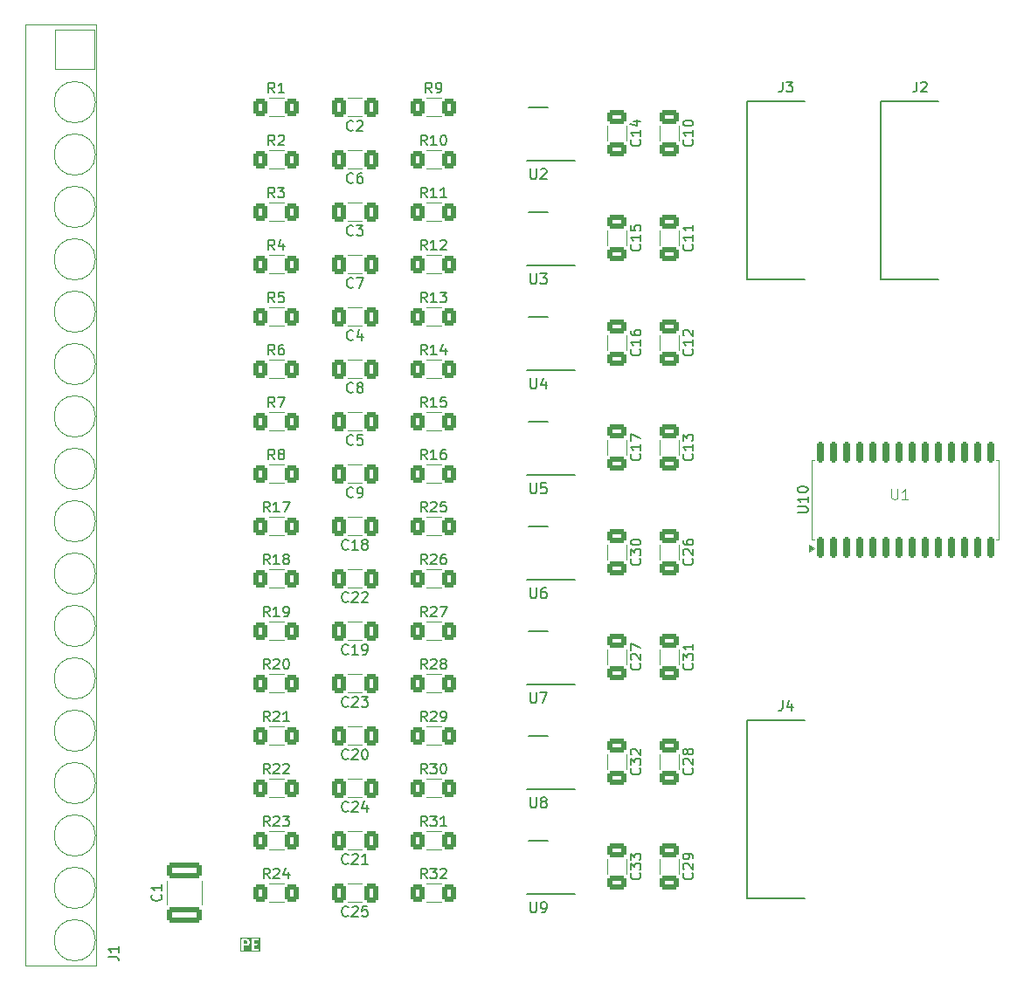
<source format=gbr>
%TF.GenerationSoftware,KiCad,Pcbnew,8.0.3-8.0.3-0~ubuntu22.04.1*%
%TF.CreationDate,2024-10-28T11:08:21+03:00*%
%TF.ProjectId,PM-DI16-DC24sink,504d2d44-4931-4362-9d44-43323473696e,rev?*%
%TF.SameCoordinates,Original*%
%TF.FileFunction,Legend,Top*%
%TF.FilePolarity,Positive*%
%FSLAX46Y46*%
G04 Gerber Fmt 4.6, Leading zero omitted, Abs format (unit mm)*
G04 Created by KiCad (PCBNEW 8.0.3-8.0.3-0~ubuntu22.04.1) date 2024-10-28 11:08:21*
%MOMM*%
%LPD*%
G01*
G04 APERTURE LIST*
G04 Aperture macros list*
%AMRoundRect*
0 Rectangle with rounded corners*
0 $1 Rounding radius*
0 $2 $3 $4 $5 $6 $7 $8 $9 X,Y pos of 4 corners*
0 Add a 4 corners polygon primitive as box body*
4,1,4,$2,$3,$4,$5,$6,$7,$8,$9,$2,$3,0*
0 Add four circle primitives for the rounded corners*
1,1,$1+$1,$2,$3*
1,1,$1+$1,$4,$5*
1,1,$1+$1,$6,$7*
1,1,$1+$1,$8,$9*
0 Add four rect primitives between the rounded corners*
20,1,$1+$1,$2,$3,$4,$5,0*
20,1,$1+$1,$4,$5,$6,$7,0*
20,1,$1+$1,$6,$7,$8,$9,0*
20,1,$1+$1,$8,$9,$2,$3,0*%
G04 Aperture macros list end*
%ADD10C,0.200000*%
%ADD11C,0.150000*%
%ADD12C,0.100000*%
%ADD13C,0.120000*%
%ADD14C,0.152400*%
%ADD15RoundRect,0.250000X-0.400000X-0.625000X0.400000X-0.625000X0.400000X0.625000X-0.400000X0.625000X0*%
%ADD16RoundRect,0.250000X-0.650000X0.412500X-0.650000X-0.412500X0.650000X-0.412500X0.650000X0.412500X0*%
%ADD17O,1.649999X0.399999*%
%ADD18RoundRect,0.250000X0.412500X0.650000X-0.412500X0.650000X-0.412500X-0.650000X0.412500X-0.650000X0*%
%ADD19R,1.803400X0.635000*%
%ADD20R,2.997200X2.590800*%
%ADD21O,6.350000X6.350000*%
%ADD22R,3.500000X3.500000*%
%ADD23C,3.500000*%
%ADD24C,3.200000*%
%ADD25RoundRect,0.150000X0.150000X-0.875000X0.150000X0.875000X-0.150000X0.875000X-0.150000X-0.875000X0*%
%ADD26RoundRect,0.250000X1.450000X-0.537500X1.450000X0.537500X-1.450000X0.537500X-1.450000X-0.537500X0*%
%ADD27C,2.200000*%
G04 APERTURE END LIST*
D10*
G36*
X-28239500Y-42759453D02*
G01*
X-28213723Y-42784115D01*
X-28182606Y-42844046D01*
X-28181472Y-42939893D01*
X-28210094Y-42999388D01*
X-28234752Y-43025161D01*
X-28294395Y-43056129D01*
X-28555370Y-43057380D01*
X-28555983Y-42731747D01*
X-28299647Y-42730517D01*
X-28239500Y-42759453D01*
G37*
G36*
X-26968906Y-43843330D02*
G01*
X-28865397Y-43843330D01*
X-28865397Y-42632219D01*
X-28754286Y-42632219D01*
X-28752365Y-43651728D01*
X-28737433Y-43687776D01*
X-28709843Y-43715366D01*
X-28673795Y-43730298D01*
X-28634777Y-43730298D01*
X-28598729Y-43715366D01*
X-28571139Y-43687776D01*
X-28556207Y-43651728D01*
X-28554286Y-43632219D01*
X-28554996Y-43255551D01*
X-28288747Y-43254274D01*
X-28285841Y-43255243D01*
X-28271017Y-43254189D01*
X-28253825Y-43254107D01*
X-28250505Y-43252731D01*
X-28246921Y-43252477D01*
X-28228613Y-43245471D01*
X-28133584Y-43196130D01*
X-28122539Y-43191556D01*
X-28118693Y-43188399D01*
X-28116785Y-43187409D01*
X-28115056Y-43185414D01*
X-28107385Y-43179120D01*
X-28059452Y-43129017D01*
X-28051477Y-43122102D01*
X-28048866Y-43117952D01*
X-28047330Y-43116348D01*
X-28046320Y-43113907D01*
X-28041034Y-43105511D01*
X-28001096Y-43022493D01*
X-27999711Y-43021109D01*
X-27995259Y-43010359D01*
X-27986409Y-42991965D01*
X-27986155Y-42988381D01*
X-27984779Y-42985061D01*
X-27982858Y-42965552D01*
X-27984375Y-42837395D01*
X-27983643Y-42835202D01*
X-27984552Y-42822419D01*
X-27984779Y-42803186D01*
X-27986155Y-42799865D01*
X-27986409Y-42796282D01*
X-27993415Y-42777973D01*
X-28042758Y-42682939D01*
X-28047330Y-42671899D01*
X-28050486Y-42668053D01*
X-28051477Y-42666145D01*
X-28053475Y-42664412D01*
X-28059767Y-42656746D01*
X-28085404Y-42632219D01*
X-27754286Y-42632219D01*
X-27752365Y-43651728D01*
X-27737433Y-43687776D01*
X-27709843Y-43715366D01*
X-27673795Y-43730298D01*
X-27654286Y-43732219D01*
X-27158587Y-43730298D01*
X-27122539Y-43715366D01*
X-27094949Y-43687776D01*
X-27080017Y-43651728D01*
X-27080017Y-43612710D01*
X-27094949Y-43576662D01*
X-27122539Y-43549072D01*
X-27158587Y-43534140D01*
X-27178096Y-43532219D01*
X-27554472Y-43533677D01*
X-27555086Y-43207868D01*
X-27301444Y-43206488D01*
X-27265396Y-43191556D01*
X-27237806Y-43163966D01*
X-27222874Y-43127918D01*
X-27222874Y-43088900D01*
X-27237806Y-43052852D01*
X-27265396Y-43025262D01*
X-27301444Y-43010330D01*
X-27320953Y-43008409D01*
X-27555460Y-43009685D01*
X-27555983Y-42731838D01*
X-27158587Y-42730298D01*
X-27122539Y-42715366D01*
X-27094949Y-42687776D01*
X-27080017Y-42651728D01*
X-27080017Y-42612710D01*
X-27094949Y-42576662D01*
X-27122539Y-42549072D01*
X-27158587Y-42534140D01*
X-27178096Y-42532219D01*
X-27673795Y-42534140D01*
X-27709843Y-42549072D01*
X-27737433Y-42576662D01*
X-27752365Y-42612710D01*
X-27754286Y-42632219D01*
X-28085404Y-42632219D01*
X-28109868Y-42608814D01*
X-28116785Y-42600838D01*
X-28120935Y-42598225D01*
X-28122539Y-42596691D01*
X-28124979Y-42595680D01*
X-28133375Y-42590395D01*
X-28216393Y-42550456D01*
X-28217777Y-42549072D01*
X-28228527Y-42544619D01*
X-28246921Y-42535770D01*
X-28250505Y-42535515D01*
X-28253825Y-42534140D01*
X-28273334Y-42532219D01*
X-28673795Y-42534140D01*
X-28709843Y-42549072D01*
X-28737433Y-42576662D01*
X-28752365Y-42612710D01*
X-28754286Y-42632219D01*
X-28865397Y-42632219D01*
X-28865397Y-42421108D01*
X-26968906Y-42421108D01*
X-26968906Y-43843330D01*
G37*
D11*
X-10326667Y39465181D02*
X-10660000Y39941372D01*
X-10898095Y39465181D02*
X-10898095Y40465181D01*
X-10898095Y40465181D02*
X-10517143Y40465181D01*
X-10517143Y40465181D02*
X-10421905Y40417562D01*
X-10421905Y40417562D02*
X-10374286Y40369943D01*
X-10374286Y40369943D02*
X-10326667Y40274705D01*
X-10326667Y40274705D02*
X-10326667Y40131848D01*
X-10326667Y40131848D02*
X-10374286Y40036610D01*
X-10374286Y40036610D02*
X-10421905Y39988991D01*
X-10421905Y39988991D02*
X-10517143Y39941372D01*
X-10517143Y39941372D02*
X-10898095Y39941372D01*
X-9850476Y39465181D02*
X-9660000Y39465181D01*
X-9660000Y39465181D02*
X-9564762Y39512800D01*
X-9564762Y39512800D02*
X-9517143Y39560420D01*
X-9517143Y39560420D02*
X-9421905Y39703277D01*
X-9421905Y39703277D02*
X-9374286Y39893753D01*
X-9374286Y39893753D02*
X-9374286Y40274705D01*
X-9374286Y40274705D02*
X-9421905Y40369943D01*
X-9421905Y40369943D02*
X-9469524Y40417562D01*
X-9469524Y40417562D02*
X-9564762Y40465181D01*
X-9564762Y40465181D02*
X-9755238Y40465181D01*
X-9755238Y40465181D02*
X-9850476Y40417562D01*
X-9850476Y40417562D02*
X-9898095Y40369943D01*
X-9898095Y40369943D02*
X-9945714Y40274705D01*
X-9945714Y40274705D02*
X-9945714Y40036610D01*
X-9945714Y40036610D02*
X-9898095Y39941372D01*
X-9898095Y39941372D02*
X-9850476Y39893753D01*
X-9850476Y39893753D02*
X-9755238Y39846134D01*
X-9755238Y39846134D02*
X-9564762Y39846134D01*
X-9564762Y39846134D02*
X-9469524Y39893753D01*
X-9469524Y39893753D02*
X-9421905Y39941372D01*
X-9421905Y39941372D02*
X-9374286Y40036610D01*
X14909580Y14597143D02*
X14957200Y14549524D01*
X14957200Y14549524D02*
X15004819Y14406667D01*
X15004819Y14406667D02*
X15004819Y14311429D01*
X15004819Y14311429D02*
X14957200Y14168572D01*
X14957200Y14168572D02*
X14861961Y14073334D01*
X14861961Y14073334D02*
X14766723Y14025715D01*
X14766723Y14025715D02*
X14576247Y13978096D01*
X14576247Y13978096D02*
X14433390Y13978096D01*
X14433390Y13978096D02*
X14242914Y14025715D01*
X14242914Y14025715D02*
X14147676Y14073334D01*
X14147676Y14073334D02*
X14052438Y14168572D01*
X14052438Y14168572D02*
X14004819Y14311429D01*
X14004819Y14311429D02*
X14004819Y14406667D01*
X14004819Y14406667D02*
X14052438Y14549524D01*
X14052438Y14549524D02*
X14100057Y14597143D01*
X15004819Y15549524D02*
X15004819Y14978096D01*
X15004819Y15263810D02*
X14004819Y15263810D01*
X14004819Y15263810D02*
X14147676Y15168572D01*
X14147676Y15168572D02*
X14242914Y15073334D01*
X14242914Y15073334D02*
X14290533Y14978096D01*
X14100057Y15930477D02*
X14052438Y15978096D01*
X14052438Y15978096D02*
X14004819Y16073334D01*
X14004819Y16073334D02*
X14004819Y16311429D01*
X14004819Y16311429D02*
X14052438Y16406667D01*
X14052438Y16406667D02*
X14100057Y16454286D01*
X14100057Y16454286D02*
X14195295Y16501905D01*
X14195295Y16501905D02*
X14290533Y16501905D01*
X14290533Y16501905D02*
X14433390Y16454286D01*
X14433390Y16454286D02*
X15004819Y15882858D01*
X15004819Y15882858D02*
X15004819Y16501905D01*
X-761905Y11785181D02*
X-761905Y10975658D01*
X-761905Y10975658D02*
X-714286Y10880420D01*
X-714286Y10880420D02*
X-666667Y10832800D01*
X-666667Y10832800D02*
X-571429Y10785181D01*
X-571429Y10785181D02*
X-380953Y10785181D01*
X-380953Y10785181D02*
X-285715Y10832800D01*
X-285715Y10832800D02*
X-238096Y10880420D01*
X-238096Y10880420D02*
X-190477Y10975658D01*
X-190477Y10975658D02*
X-190477Y11785181D01*
X714285Y11451848D02*
X714285Y10785181D01*
X476190Y11832800D02*
X238095Y11118515D01*
X238095Y11118515D02*
X857142Y11118515D01*
X-18422858Y-4749580D02*
X-18470477Y-4797200D01*
X-18470477Y-4797200D02*
X-18613334Y-4844819D01*
X-18613334Y-4844819D02*
X-18708572Y-4844819D01*
X-18708572Y-4844819D02*
X-18851429Y-4797200D01*
X-18851429Y-4797200D02*
X-18946667Y-4701961D01*
X-18946667Y-4701961D02*
X-18994286Y-4606723D01*
X-18994286Y-4606723D02*
X-19041905Y-4416247D01*
X-19041905Y-4416247D02*
X-19041905Y-4273390D01*
X-19041905Y-4273390D02*
X-18994286Y-4082914D01*
X-18994286Y-4082914D02*
X-18946667Y-3987676D01*
X-18946667Y-3987676D02*
X-18851429Y-3892438D01*
X-18851429Y-3892438D02*
X-18708572Y-3844819D01*
X-18708572Y-3844819D02*
X-18613334Y-3844819D01*
X-18613334Y-3844819D02*
X-18470477Y-3892438D01*
X-18470477Y-3892438D02*
X-18422858Y-3940057D01*
X-17470477Y-4844819D02*
X-18041905Y-4844819D01*
X-17756191Y-4844819D02*
X-17756191Y-3844819D01*
X-17756191Y-3844819D02*
X-17851429Y-3987676D01*
X-17851429Y-3987676D02*
X-17946667Y-4082914D01*
X-17946667Y-4082914D02*
X-18041905Y-4130533D01*
X-16899048Y-4273390D02*
X-16994286Y-4225771D01*
X-16994286Y-4225771D02*
X-17041905Y-4178152D01*
X-17041905Y-4178152D02*
X-17089524Y-4082914D01*
X-17089524Y-4082914D02*
X-17089524Y-4035295D01*
X-17089524Y-4035295D02*
X-17041905Y-3940057D01*
X-17041905Y-3940057D02*
X-16994286Y-3892438D01*
X-16994286Y-3892438D02*
X-16899048Y-3844819D01*
X-16899048Y-3844819D02*
X-16708572Y-3844819D01*
X-16708572Y-3844819D02*
X-16613334Y-3892438D01*
X-16613334Y-3892438D02*
X-16565715Y-3940057D01*
X-16565715Y-3940057D02*
X-16518096Y-4035295D01*
X-16518096Y-4035295D02*
X-16518096Y-4082914D01*
X-16518096Y-4082914D02*
X-16565715Y-4178152D01*
X-16565715Y-4178152D02*
X-16613334Y-4225771D01*
X-16613334Y-4225771D02*
X-16708572Y-4273390D01*
X-16708572Y-4273390D02*
X-16899048Y-4273390D01*
X-16899048Y-4273390D02*
X-16994286Y-4321009D01*
X-16994286Y-4321009D02*
X-17041905Y-4368628D01*
X-17041905Y-4368628D02*
X-17089524Y-4463866D01*
X-17089524Y-4463866D02*
X-17089524Y-4654342D01*
X-17089524Y-4654342D02*
X-17041905Y-4749580D01*
X-17041905Y-4749580D02*
X-16994286Y-4797200D01*
X-16994286Y-4797200D02*
X-16899048Y-4844819D01*
X-16899048Y-4844819D02*
X-16708572Y-4844819D01*
X-16708572Y-4844819D02*
X-16613334Y-4797200D01*
X-16613334Y-4797200D02*
X-16565715Y-4749580D01*
X-16565715Y-4749580D02*
X-16518096Y-4654342D01*
X-16518096Y-4654342D02*
X-16518096Y-4463866D01*
X-16518096Y-4463866D02*
X-16565715Y-4368628D01*
X-16565715Y-4368628D02*
X-16613334Y-4321009D01*
X-16613334Y-4321009D02*
X-16708572Y-4273390D01*
X-10802858Y-16414819D02*
X-11136191Y-15938628D01*
X-11374286Y-16414819D02*
X-11374286Y-15414819D01*
X-11374286Y-15414819D02*
X-10993334Y-15414819D01*
X-10993334Y-15414819D02*
X-10898096Y-15462438D01*
X-10898096Y-15462438D02*
X-10850477Y-15510057D01*
X-10850477Y-15510057D02*
X-10802858Y-15605295D01*
X-10802858Y-15605295D02*
X-10802858Y-15748152D01*
X-10802858Y-15748152D02*
X-10850477Y-15843390D01*
X-10850477Y-15843390D02*
X-10898096Y-15891009D01*
X-10898096Y-15891009D02*
X-10993334Y-15938628D01*
X-10993334Y-15938628D02*
X-11374286Y-15938628D01*
X-10421905Y-15510057D02*
X-10374286Y-15462438D01*
X-10374286Y-15462438D02*
X-10279048Y-15414819D01*
X-10279048Y-15414819D02*
X-10040953Y-15414819D01*
X-10040953Y-15414819D02*
X-9945715Y-15462438D01*
X-9945715Y-15462438D02*
X-9898096Y-15510057D01*
X-9898096Y-15510057D02*
X-9850477Y-15605295D01*
X-9850477Y-15605295D02*
X-9850477Y-15700533D01*
X-9850477Y-15700533D02*
X-9898096Y-15843390D01*
X-9898096Y-15843390D02*
X-10469524Y-16414819D01*
X-10469524Y-16414819D02*
X-9850477Y-16414819D01*
X-9279048Y-15843390D02*
X-9374286Y-15795771D01*
X-9374286Y-15795771D02*
X-9421905Y-15748152D01*
X-9421905Y-15748152D02*
X-9469524Y-15652914D01*
X-9469524Y-15652914D02*
X-9469524Y-15605295D01*
X-9469524Y-15605295D02*
X-9421905Y-15510057D01*
X-9421905Y-15510057D02*
X-9374286Y-15462438D01*
X-9374286Y-15462438D02*
X-9279048Y-15414819D01*
X-9279048Y-15414819D02*
X-9088572Y-15414819D01*
X-9088572Y-15414819D02*
X-8993334Y-15462438D01*
X-8993334Y-15462438D02*
X-8945715Y-15510057D01*
X-8945715Y-15510057D02*
X-8898096Y-15605295D01*
X-8898096Y-15605295D02*
X-8898096Y-15652914D01*
X-8898096Y-15652914D02*
X-8945715Y-15748152D01*
X-8945715Y-15748152D02*
X-8993334Y-15795771D01*
X-8993334Y-15795771D02*
X-9088572Y-15843390D01*
X-9088572Y-15843390D02*
X-9279048Y-15843390D01*
X-9279048Y-15843390D02*
X-9374286Y-15891009D01*
X-9374286Y-15891009D02*
X-9421905Y-15938628D01*
X-9421905Y-15938628D02*
X-9469524Y-16033866D01*
X-9469524Y-16033866D02*
X-9469524Y-16224342D01*
X-9469524Y-16224342D02*
X-9421905Y-16319580D01*
X-9421905Y-16319580D02*
X-9374286Y-16367200D01*
X-9374286Y-16367200D02*
X-9279048Y-16414819D01*
X-9279048Y-16414819D02*
X-9088572Y-16414819D01*
X-9088572Y-16414819D02*
X-8993334Y-16367200D01*
X-8993334Y-16367200D02*
X-8945715Y-16319580D01*
X-8945715Y-16319580D02*
X-8898096Y-16224342D01*
X-8898096Y-16224342D02*
X-8898096Y-16033866D01*
X-8898096Y-16033866D02*
X-8945715Y-15938628D01*
X-8945715Y-15938628D02*
X-8993334Y-15891009D01*
X-8993334Y-15891009D02*
X-9088572Y-15843390D01*
X-25566667Y29305181D02*
X-25900000Y29781372D01*
X-26138095Y29305181D02*
X-26138095Y30305181D01*
X-26138095Y30305181D02*
X-25757143Y30305181D01*
X-25757143Y30305181D02*
X-25661905Y30257562D01*
X-25661905Y30257562D02*
X-25614286Y30209943D01*
X-25614286Y30209943D02*
X-25566667Y30114705D01*
X-25566667Y30114705D02*
X-25566667Y29971848D01*
X-25566667Y29971848D02*
X-25614286Y29876610D01*
X-25614286Y29876610D02*
X-25661905Y29828991D01*
X-25661905Y29828991D02*
X-25757143Y29781372D01*
X-25757143Y29781372D02*
X-26138095Y29781372D01*
X-25233333Y30305181D02*
X-24614286Y30305181D01*
X-24614286Y30305181D02*
X-24947619Y29924229D01*
X-24947619Y29924229D02*
X-24804762Y29924229D01*
X-24804762Y29924229D02*
X-24709524Y29876610D01*
X-24709524Y29876610D02*
X-24661905Y29828991D01*
X-24661905Y29828991D02*
X-24614286Y29733753D01*
X-24614286Y29733753D02*
X-24614286Y29495658D01*
X-24614286Y29495658D02*
X-24661905Y29400420D01*
X-24661905Y29400420D02*
X-24709524Y29352800D01*
X-24709524Y29352800D02*
X-24804762Y29305181D01*
X-24804762Y29305181D02*
X-25090476Y29305181D01*
X-25090476Y29305181D02*
X-25185714Y29352800D01*
X-25185714Y29352800D02*
X-25233333Y29400420D01*
X-17946667Y25730420D02*
X-17994286Y25682800D01*
X-17994286Y25682800D02*
X-18137143Y25635181D01*
X-18137143Y25635181D02*
X-18232381Y25635181D01*
X-18232381Y25635181D02*
X-18375238Y25682800D01*
X-18375238Y25682800D02*
X-18470476Y25778039D01*
X-18470476Y25778039D02*
X-18518095Y25873277D01*
X-18518095Y25873277D02*
X-18565714Y26063753D01*
X-18565714Y26063753D02*
X-18565714Y26206610D01*
X-18565714Y26206610D02*
X-18518095Y26397086D01*
X-18518095Y26397086D02*
X-18470476Y26492324D01*
X-18470476Y26492324D02*
X-18375238Y26587562D01*
X-18375238Y26587562D02*
X-18232381Y26635181D01*
X-18232381Y26635181D02*
X-18137143Y26635181D01*
X-18137143Y26635181D02*
X-17994286Y26587562D01*
X-17994286Y26587562D02*
X-17946667Y26539943D01*
X-17613333Y26635181D02*
X-16994286Y26635181D01*
X-16994286Y26635181D02*
X-17327619Y26254229D01*
X-17327619Y26254229D02*
X-17184762Y26254229D01*
X-17184762Y26254229D02*
X-17089524Y26206610D01*
X-17089524Y26206610D02*
X-17041905Y26158991D01*
X-17041905Y26158991D02*
X-16994286Y26063753D01*
X-16994286Y26063753D02*
X-16994286Y25825658D01*
X-16994286Y25825658D02*
X-17041905Y25730420D01*
X-17041905Y25730420D02*
X-17089524Y25682800D01*
X-17089524Y25682800D02*
X-17184762Y25635181D01*
X-17184762Y25635181D02*
X-17470476Y25635181D01*
X-17470476Y25635181D02*
X-17565714Y25682800D01*
X-17565714Y25682800D02*
X-17613333Y25730420D01*
X-26042858Y-36734819D02*
X-26376191Y-36258628D01*
X-26614286Y-36734819D02*
X-26614286Y-35734819D01*
X-26614286Y-35734819D02*
X-26233334Y-35734819D01*
X-26233334Y-35734819D02*
X-26138096Y-35782438D01*
X-26138096Y-35782438D02*
X-26090477Y-35830057D01*
X-26090477Y-35830057D02*
X-26042858Y-35925295D01*
X-26042858Y-35925295D02*
X-26042858Y-36068152D01*
X-26042858Y-36068152D02*
X-26090477Y-36163390D01*
X-26090477Y-36163390D02*
X-26138096Y-36211009D01*
X-26138096Y-36211009D02*
X-26233334Y-36258628D01*
X-26233334Y-36258628D02*
X-26614286Y-36258628D01*
X-25661905Y-35830057D02*
X-25614286Y-35782438D01*
X-25614286Y-35782438D02*
X-25519048Y-35734819D01*
X-25519048Y-35734819D02*
X-25280953Y-35734819D01*
X-25280953Y-35734819D02*
X-25185715Y-35782438D01*
X-25185715Y-35782438D02*
X-25138096Y-35830057D01*
X-25138096Y-35830057D02*
X-25090477Y-35925295D01*
X-25090477Y-35925295D02*
X-25090477Y-36020533D01*
X-25090477Y-36020533D02*
X-25138096Y-36163390D01*
X-25138096Y-36163390D02*
X-25709524Y-36734819D01*
X-25709524Y-36734819D02*
X-25090477Y-36734819D01*
X-24233334Y-36068152D02*
X-24233334Y-36734819D01*
X-24471429Y-35687200D02*
X-24709524Y-36401485D01*
X-24709524Y-36401485D02*
X-24090477Y-36401485D01*
X-17946667Y20650420D02*
X-17994286Y20602800D01*
X-17994286Y20602800D02*
X-18137143Y20555181D01*
X-18137143Y20555181D02*
X-18232381Y20555181D01*
X-18232381Y20555181D02*
X-18375238Y20602800D01*
X-18375238Y20602800D02*
X-18470476Y20698039D01*
X-18470476Y20698039D02*
X-18518095Y20793277D01*
X-18518095Y20793277D02*
X-18565714Y20983753D01*
X-18565714Y20983753D02*
X-18565714Y21126610D01*
X-18565714Y21126610D02*
X-18518095Y21317086D01*
X-18518095Y21317086D02*
X-18470476Y21412324D01*
X-18470476Y21412324D02*
X-18375238Y21507562D01*
X-18375238Y21507562D02*
X-18232381Y21555181D01*
X-18232381Y21555181D02*
X-18137143Y21555181D01*
X-18137143Y21555181D02*
X-17994286Y21507562D01*
X-17994286Y21507562D02*
X-17946667Y21459943D01*
X-17613333Y21555181D02*
X-16946667Y21555181D01*
X-16946667Y21555181D02*
X-17375238Y20555181D01*
X-25566667Y19145181D02*
X-25900000Y19621372D01*
X-26138095Y19145181D02*
X-26138095Y20145181D01*
X-26138095Y20145181D02*
X-25757143Y20145181D01*
X-25757143Y20145181D02*
X-25661905Y20097562D01*
X-25661905Y20097562D02*
X-25614286Y20049943D01*
X-25614286Y20049943D02*
X-25566667Y19954705D01*
X-25566667Y19954705D02*
X-25566667Y19811848D01*
X-25566667Y19811848D02*
X-25614286Y19716610D01*
X-25614286Y19716610D02*
X-25661905Y19668991D01*
X-25661905Y19668991D02*
X-25757143Y19621372D01*
X-25757143Y19621372D02*
X-26138095Y19621372D01*
X-24661905Y20145181D02*
X-25138095Y20145181D01*
X-25138095Y20145181D02*
X-25185714Y19668991D01*
X-25185714Y19668991D02*
X-25138095Y19716610D01*
X-25138095Y19716610D02*
X-25042857Y19764229D01*
X-25042857Y19764229D02*
X-24804762Y19764229D01*
X-24804762Y19764229D02*
X-24709524Y19716610D01*
X-24709524Y19716610D02*
X-24661905Y19668991D01*
X-24661905Y19668991D02*
X-24614286Y19573753D01*
X-24614286Y19573753D02*
X-24614286Y19335658D01*
X-24614286Y19335658D02*
X-24661905Y19240420D01*
X-24661905Y19240420D02*
X-24709524Y19192800D01*
X-24709524Y19192800D02*
X-24804762Y19145181D01*
X-24804762Y19145181D02*
X-25042857Y19145181D01*
X-25042857Y19145181D02*
X-25138095Y19192800D01*
X-25138095Y19192800D02*
X-25185714Y19240420D01*
X14909580Y-36202857D02*
X14957200Y-36250476D01*
X14957200Y-36250476D02*
X15004819Y-36393333D01*
X15004819Y-36393333D02*
X15004819Y-36488571D01*
X15004819Y-36488571D02*
X14957200Y-36631428D01*
X14957200Y-36631428D02*
X14861961Y-36726666D01*
X14861961Y-36726666D02*
X14766723Y-36774285D01*
X14766723Y-36774285D02*
X14576247Y-36821904D01*
X14576247Y-36821904D02*
X14433390Y-36821904D01*
X14433390Y-36821904D02*
X14242914Y-36774285D01*
X14242914Y-36774285D02*
X14147676Y-36726666D01*
X14147676Y-36726666D02*
X14052438Y-36631428D01*
X14052438Y-36631428D02*
X14004819Y-36488571D01*
X14004819Y-36488571D02*
X14004819Y-36393333D01*
X14004819Y-36393333D02*
X14052438Y-36250476D01*
X14052438Y-36250476D02*
X14100057Y-36202857D01*
X14100057Y-35821904D02*
X14052438Y-35774285D01*
X14052438Y-35774285D02*
X14004819Y-35679047D01*
X14004819Y-35679047D02*
X14004819Y-35440952D01*
X14004819Y-35440952D02*
X14052438Y-35345714D01*
X14052438Y-35345714D02*
X14100057Y-35298095D01*
X14100057Y-35298095D02*
X14195295Y-35250476D01*
X14195295Y-35250476D02*
X14290533Y-35250476D01*
X14290533Y-35250476D02*
X14433390Y-35298095D01*
X14433390Y-35298095D02*
X15004819Y-35869523D01*
X15004819Y-35869523D02*
X15004819Y-35250476D01*
X15004819Y-34774285D02*
X15004819Y-34583809D01*
X15004819Y-34583809D02*
X14957200Y-34488571D01*
X14957200Y-34488571D02*
X14909580Y-34440952D01*
X14909580Y-34440952D02*
X14766723Y-34345714D01*
X14766723Y-34345714D02*
X14576247Y-34298095D01*
X14576247Y-34298095D02*
X14195295Y-34298095D01*
X14195295Y-34298095D02*
X14100057Y-34345714D01*
X14100057Y-34345714D02*
X14052438Y-34393333D01*
X14052438Y-34393333D02*
X14004819Y-34488571D01*
X14004819Y-34488571D02*
X14004819Y-34679047D01*
X14004819Y-34679047D02*
X14052438Y-34774285D01*
X14052438Y-34774285D02*
X14100057Y-34821904D01*
X14100057Y-34821904D02*
X14195295Y-34869523D01*
X14195295Y-34869523D02*
X14433390Y-34869523D01*
X14433390Y-34869523D02*
X14528628Y-34821904D01*
X14528628Y-34821904D02*
X14576247Y-34774285D01*
X14576247Y-34774285D02*
X14623866Y-34679047D01*
X14623866Y-34679047D02*
X14623866Y-34488571D01*
X14623866Y-34488571D02*
X14576247Y-34393333D01*
X14576247Y-34393333D02*
X14528628Y-34345714D01*
X14528628Y-34345714D02*
X14433390Y-34298095D01*
X-10802858Y-21494819D02*
X-11136191Y-21018628D01*
X-11374286Y-21494819D02*
X-11374286Y-20494819D01*
X-11374286Y-20494819D02*
X-10993334Y-20494819D01*
X-10993334Y-20494819D02*
X-10898096Y-20542438D01*
X-10898096Y-20542438D02*
X-10850477Y-20590057D01*
X-10850477Y-20590057D02*
X-10802858Y-20685295D01*
X-10802858Y-20685295D02*
X-10802858Y-20828152D01*
X-10802858Y-20828152D02*
X-10850477Y-20923390D01*
X-10850477Y-20923390D02*
X-10898096Y-20971009D01*
X-10898096Y-20971009D02*
X-10993334Y-21018628D01*
X-10993334Y-21018628D02*
X-11374286Y-21018628D01*
X-10421905Y-20590057D02*
X-10374286Y-20542438D01*
X-10374286Y-20542438D02*
X-10279048Y-20494819D01*
X-10279048Y-20494819D02*
X-10040953Y-20494819D01*
X-10040953Y-20494819D02*
X-9945715Y-20542438D01*
X-9945715Y-20542438D02*
X-9898096Y-20590057D01*
X-9898096Y-20590057D02*
X-9850477Y-20685295D01*
X-9850477Y-20685295D02*
X-9850477Y-20780533D01*
X-9850477Y-20780533D02*
X-9898096Y-20923390D01*
X-9898096Y-20923390D02*
X-10469524Y-21494819D01*
X-10469524Y-21494819D02*
X-9850477Y-21494819D01*
X-9374286Y-21494819D02*
X-9183810Y-21494819D01*
X-9183810Y-21494819D02*
X-9088572Y-21447200D01*
X-9088572Y-21447200D02*
X-9040953Y-21399580D01*
X-9040953Y-21399580D02*
X-8945715Y-21256723D01*
X-8945715Y-21256723D02*
X-8898096Y-21066247D01*
X-8898096Y-21066247D02*
X-8898096Y-20685295D01*
X-8898096Y-20685295D02*
X-8945715Y-20590057D01*
X-8945715Y-20590057D02*
X-8993334Y-20542438D01*
X-8993334Y-20542438D02*
X-9088572Y-20494819D01*
X-9088572Y-20494819D02*
X-9279048Y-20494819D01*
X-9279048Y-20494819D02*
X-9374286Y-20542438D01*
X-9374286Y-20542438D02*
X-9421905Y-20590057D01*
X-9421905Y-20590057D02*
X-9469524Y-20685295D01*
X-9469524Y-20685295D02*
X-9469524Y-20923390D01*
X-9469524Y-20923390D02*
X-9421905Y-21018628D01*
X-9421905Y-21018628D02*
X-9374286Y-21066247D01*
X-9374286Y-21066247D02*
X-9279048Y-21113866D01*
X-9279048Y-21113866D02*
X-9088572Y-21113866D01*
X-9088572Y-21113866D02*
X-8993334Y-21066247D01*
X-8993334Y-21066247D02*
X-8945715Y-21018628D01*
X-8945715Y-21018628D02*
X-8898096Y-20923390D01*
X-25566667Y3905181D02*
X-25900000Y4381372D01*
X-26138095Y3905181D02*
X-26138095Y4905181D01*
X-26138095Y4905181D02*
X-25757143Y4905181D01*
X-25757143Y4905181D02*
X-25661905Y4857562D01*
X-25661905Y4857562D02*
X-25614286Y4809943D01*
X-25614286Y4809943D02*
X-25566667Y4714705D01*
X-25566667Y4714705D02*
X-25566667Y4571848D01*
X-25566667Y4571848D02*
X-25614286Y4476610D01*
X-25614286Y4476610D02*
X-25661905Y4428991D01*
X-25661905Y4428991D02*
X-25757143Y4381372D01*
X-25757143Y4381372D02*
X-26138095Y4381372D01*
X-24995238Y4476610D02*
X-25090476Y4524229D01*
X-25090476Y4524229D02*
X-25138095Y4571848D01*
X-25138095Y4571848D02*
X-25185714Y4667086D01*
X-25185714Y4667086D02*
X-25185714Y4714705D01*
X-25185714Y4714705D02*
X-25138095Y4809943D01*
X-25138095Y4809943D02*
X-25090476Y4857562D01*
X-25090476Y4857562D02*
X-24995238Y4905181D01*
X-24995238Y4905181D02*
X-24804762Y4905181D01*
X-24804762Y4905181D02*
X-24709524Y4857562D01*
X-24709524Y4857562D02*
X-24661905Y4809943D01*
X-24661905Y4809943D02*
X-24614286Y4714705D01*
X-24614286Y4714705D02*
X-24614286Y4667086D01*
X-24614286Y4667086D02*
X-24661905Y4571848D01*
X-24661905Y4571848D02*
X-24709524Y4524229D01*
X-24709524Y4524229D02*
X-24804762Y4476610D01*
X-24804762Y4476610D02*
X-24995238Y4476610D01*
X-24995238Y4476610D02*
X-25090476Y4428991D01*
X-25090476Y4428991D02*
X-25138095Y4381372D01*
X-25138095Y4381372D02*
X-25185714Y4286134D01*
X-25185714Y4286134D02*
X-25185714Y4095658D01*
X-25185714Y4095658D02*
X-25138095Y4000420D01*
X-25138095Y4000420D02*
X-25090476Y3952800D01*
X-25090476Y3952800D02*
X-24995238Y3905181D01*
X-24995238Y3905181D02*
X-24804762Y3905181D01*
X-24804762Y3905181D02*
X-24709524Y3952800D01*
X-24709524Y3952800D02*
X-24661905Y4000420D01*
X-24661905Y4000420D02*
X-24614286Y4095658D01*
X-24614286Y4095658D02*
X-24614286Y4286134D01*
X-24614286Y4286134D02*
X-24661905Y4381372D01*
X-24661905Y4381372D02*
X-24709524Y4428991D01*
X-24709524Y4428991D02*
X-24804762Y4476610D01*
X-18422858Y-9829580D02*
X-18470477Y-9877200D01*
X-18470477Y-9877200D02*
X-18613334Y-9924819D01*
X-18613334Y-9924819D02*
X-18708572Y-9924819D01*
X-18708572Y-9924819D02*
X-18851429Y-9877200D01*
X-18851429Y-9877200D02*
X-18946667Y-9781961D01*
X-18946667Y-9781961D02*
X-18994286Y-9686723D01*
X-18994286Y-9686723D02*
X-19041905Y-9496247D01*
X-19041905Y-9496247D02*
X-19041905Y-9353390D01*
X-19041905Y-9353390D02*
X-18994286Y-9162914D01*
X-18994286Y-9162914D02*
X-18946667Y-9067676D01*
X-18946667Y-9067676D02*
X-18851429Y-8972438D01*
X-18851429Y-8972438D02*
X-18708572Y-8924819D01*
X-18708572Y-8924819D02*
X-18613334Y-8924819D01*
X-18613334Y-8924819D02*
X-18470477Y-8972438D01*
X-18470477Y-8972438D02*
X-18422858Y-9020057D01*
X-18041905Y-9020057D02*
X-17994286Y-8972438D01*
X-17994286Y-8972438D02*
X-17899048Y-8924819D01*
X-17899048Y-8924819D02*
X-17660953Y-8924819D01*
X-17660953Y-8924819D02*
X-17565715Y-8972438D01*
X-17565715Y-8972438D02*
X-17518096Y-9020057D01*
X-17518096Y-9020057D02*
X-17470477Y-9115295D01*
X-17470477Y-9115295D02*
X-17470477Y-9210533D01*
X-17470477Y-9210533D02*
X-17518096Y-9353390D01*
X-17518096Y-9353390D02*
X-18089524Y-9924819D01*
X-18089524Y-9924819D02*
X-17470477Y-9924819D01*
X-17089524Y-9020057D02*
X-17041905Y-8972438D01*
X-17041905Y-8972438D02*
X-16946667Y-8924819D01*
X-16946667Y-8924819D02*
X-16708572Y-8924819D01*
X-16708572Y-8924819D02*
X-16613334Y-8972438D01*
X-16613334Y-8972438D02*
X-16565715Y-9020057D01*
X-16565715Y-9020057D02*
X-16518096Y-9115295D01*
X-16518096Y-9115295D02*
X-16518096Y-9210533D01*
X-16518096Y-9210533D02*
X-16565715Y-9353390D01*
X-16565715Y-9353390D02*
X-17137143Y-9924819D01*
X-17137143Y-9924819D02*
X-16518096Y-9924819D01*
X14909580Y-26042857D02*
X14957200Y-26090476D01*
X14957200Y-26090476D02*
X15004819Y-26233333D01*
X15004819Y-26233333D02*
X15004819Y-26328571D01*
X15004819Y-26328571D02*
X14957200Y-26471428D01*
X14957200Y-26471428D02*
X14861961Y-26566666D01*
X14861961Y-26566666D02*
X14766723Y-26614285D01*
X14766723Y-26614285D02*
X14576247Y-26661904D01*
X14576247Y-26661904D02*
X14433390Y-26661904D01*
X14433390Y-26661904D02*
X14242914Y-26614285D01*
X14242914Y-26614285D02*
X14147676Y-26566666D01*
X14147676Y-26566666D02*
X14052438Y-26471428D01*
X14052438Y-26471428D02*
X14004819Y-26328571D01*
X14004819Y-26328571D02*
X14004819Y-26233333D01*
X14004819Y-26233333D02*
X14052438Y-26090476D01*
X14052438Y-26090476D02*
X14100057Y-26042857D01*
X14100057Y-25661904D02*
X14052438Y-25614285D01*
X14052438Y-25614285D02*
X14004819Y-25519047D01*
X14004819Y-25519047D02*
X14004819Y-25280952D01*
X14004819Y-25280952D02*
X14052438Y-25185714D01*
X14052438Y-25185714D02*
X14100057Y-25138095D01*
X14100057Y-25138095D02*
X14195295Y-25090476D01*
X14195295Y-25090476D02*
X14290533Y-25090476D01*
X14290533Y-25090476D02*
X14433390Y-25138095D01*
X14433390Y-25138095D02*
X15004819Y-25709523D01*
X15004819Y-25709523D02*
X15004819Y-25090476D01*
X14433390Y-24519047D02*
X14385771Y-24614285D01*
X14385771Y-24614285D02*
X14338152Y-24661904D01*
X14338152Y-24661904D02*
X14242914Y-24709523D01*
X14242914Y-24709523D02*
X14195295Y-24709523D01*
X14195295Y-24709523D02*
X14100057Y-24661904D01*
X14100057Y-24661904D02*
X14052438Y-24614285D01*
X14052438Y-24614285D02*
X14004819Y-24519047D01*
X14004819Y-24519047D02*
X14004819Y-24328571D01*
X14004819Y-24328571D02*
X14052438Y-24233333D01*
X14052438Y-24233333D02*
X14100057Y-24185714D01*
X14100057Y-24185714D02*
X14195295Y-24138095D01*
X14195295Y-24138095D02*
X14242914Y-24138095D01*
X14242914Y-24138095D02*
X14338152Y-24185714D01*
X14338152Y-24185714D02*
X14385771Y-24233333D01*
X14385771Y-24233333D02*
X14433390Y-24328571D01*
X14433390Y-24328571D02*
X14433390Y-24519047D01*
X14433390Y-24519047D02*
X14481009Y-24614285D01*
X14481009Y-24614285D02*
X14528628Y-24661904D01*
X14528628Y-24661904D02*
X14623866Y-24709523D01*
X14623866Y-24709523D02*
X14814342Y-24709523D01*
X14814342Y-24709523D02*
X14909580Y-24661904D01*
X14909580Y-24661904D02*
X14957200Y-24614285D01*
X14957200Y-24614285D02*
X15004819Y-24519047D01*
X15004819Y-24519047D02*
X15004819Y-24328571D01*
X15004819Y-24328571D02*
X14957200Y-24233333D01*
X14957200Y-24233333D02*
X14909580Y-24185714D01*
X14909580Y-24185714D02*
X14814342Y-24138095D01*
X14814342Y-24138095D02*
X14623866Y-24138095D01*
X14623866Y-24138095D02*
X14528628Y-24185714D01*
X14528628Y-24185714D02*
X14481009Y-24233333D01*
X14481009Y-24233333D02*
X14433390Y-24328571D01*
X-17946667Y5410420D02*
X-17994286Y5362800D01*
X-17994286Y5362800D02*
X-18137143Y5315181D01*
X-18137143Y5315181D02*
X-18232381Y5315181D01*
X-18232381Y5315181D02*
X-18375238Y5362800D01*
X-18375238Y5362800D02*
X-18470476Y5458039D01*
X-18470476Y5458039D02*
X-18518095Y5553277D01*
X-18518095Y5553277D02*
X-18565714Y5743753D01*
X-18565714Y5743753D02*
X-18565714Y5886610D01*
X-18565714Y5886610D02*
X-18518095Y6077086D01*
X-18518095Y6077086D02*
X-18470476Y6172324D01*
X-18470476Y6172324D02*
X-18375238Y6267562D01*
X-18375238Y6267562D02*
X-18232381Y6315181D01*
X-18232381Y6315181D02*
X-18137143Y6315181D01*
X-18137143Y6315181D02*
X-17994286Y6267562D01*
X-17994286Y6267562D02*
X-17946667Y6219943D01*
X-17041905Y6315181D02*
X-17518095Y6315181D01*
X-17518095Y6315181D02*
X-17565714Y5838991D01*
X-17565714Y5838991D02*
X-17518095Y5886610D01*
X-17518095Y5886610D02*
X-17422857Y5934229D01*
X-17422857Y5934229D02*
X-17184762Y5934229D01*
X-17184762Y5934229D02*
X-17089524Y5886610D01*
X-17089524Y5886610D02*
X-17041905Y5838991D01*
X-17041905Y5838991D02*
X-16994286Y5743753D01*
X-16994286Y5743753D02*
X-16994286Y5505658D01*
X-16994286Y5505658D02*
X-17041905Y5410420D01*
X-17041905Y5410420D02*
X-17089524Y5362800D01*
X-17089524Y5362800D02*
X-17184762Y5315181D01*
X-17184762Y5315181D02*
X-17422857Y5315181D01*
X-17422857Y5315181D02*
X-17518095Y5362800D01*
X-17518095Y5362800D02*
X-17565714Y5410420D01*
X9829580Y4437143D02*
X9877200Y4389524D01*
X9877200Y4389524D02*
X9924819Y4246667D01*
X9924819Y4246667D02*
X9924819Y4151429D01*
X9924819Y4151429D02*
X9877200Y4008572D01*
X9877200Y4008572D02*
X9781961Y3913334D01*
X9781961Y3913334D02*
X9686723Y3865715D01*
X9686723Y3865715D02*
X9496247Y3818096D01*
X9496247Y3818096D02*
X9353390Y3818096D01*
X9353390Y3818096D02*
X9162914Y3865715D01*
X9162914Y3865715D02*
X9067676Y3913334D01*
X9067676Y3913334D02*
X8972438Y4008572D01*
X8972438Y4008572D02*
X8924819Y4151429D01*
X8924819Y4151429D02*
X8924819Y4246667D01*
X8924819Y4246667D02*
X8972438Y4389524D01*
X8972438Y4389524D02*
X9020057Y4437143D01*
X9924819Y5389524D02*
X9924819Y4818096D01*
X9924819Y5103810D02*
X8924819Y5103810D01*
X8924819Y5103810D02*
X9067676Y5008572D01*
X9067676Y5008572D02*
X9162914Y4913334D01*
X9162914Y4913334D02*
X9210533Y4818096D01*
X8924819Y5722858D02*
X8924819Y6389524D01*
X8924819Y6389524D02*
X9924819Y5960953D01*
X-18422858Y-30149580D02*
X-18470477Y-30197200D01*
X-18470477Y-30197200D02*
X-18613334Y-30244819D01*
X-18613334Y-30244819D02*
X-18708572Y-30244819D01*
X-18708572Y-30244819D02*
X-18851429Y-30197200D01*
X-18851429Y-30197200D02*
X-18946667Y-30101961D01*
X-18946667Y-30101961D02*
X-18994286Y-30006723D01*
X-18994286Y-30006723D02*
X-19041905Y-29816247D01*
X-19041905Y-29816247D02*
X-19041905Y-29673390D01*
X-19041905Y-29673390D02*
X-18994286Y-29482914D01*
X-18994286Y-29482914D02*
X-18946667Y-29387676D01*
X-18946667Y-29387676D02*
X-18851429Y-29292438D01*
X-18851429Y-29292438D02*
X-18708572Y-29244819D01*
X-18708572Y-29244819D02*
X-18613334Y-29244819D01*
X-18613334Y-29244819D02*
X-18470477Y-29292438D01*
X-18470477Y-29292438D02*
X-18422858Y-29340057D01*
X-18041905Y-29340057D02*
X-17994286Y-29292438D01*
X-17994286Y-29292438D02*
X-17899048Y-29244819D01*
X-17899048Y-29244819D02*
X-17660953Y-29244819D01*
X-17660953Y-29244819D02*
X-17565715Y-29292438D01*
X-17565715Y-29292438D02*
X-17518096Y-29340057D01*
X-17518096Y-29340057D02*
X-17470477Y-29435295D01*
X-17470477Y-29435295D02*
X-17470477Y-29530533D01*
X-17470477Y-29530533D02*
X-17518096Y-29673390D01*
X-17518096Y-29673390D02*
X-18089524Y-30244819D01*
X-18089524Y-30244819D02*
X-17470477Y-30244819D01*
X-16613334Y-29578152D02*
X-16613334Y-30244819D01*
X-16851429Y-29197200D02*
X-17089524Y-29911485D01*
X-17089524Y-29911485D02*
X-16470477Y-29911485D01*
X-26042858Y-16414819D02*
X-26376191Y-15938628D01*
X-26614286Y-16414819D02*
X-26614286Y-15414819D01*
X-26614286Y-15414819D02*
X-26233334Y-15414819D01*
X-26233334Y-15414819D02*
X-26138096Y-15462438D01*
X-26138096Y-15462438D02*
X-26090477Y-15510057D01*
X-26090477Y-15510057D02*
X-26042858Y-15605295D01*
X-26042858Y-15605295D02*
X-26042858Y-15748152D01*
X-26042858Y-15748152D02*
X-26090477Y-15843390D01*
X-26090477Y-15843390D02*
X-26138096Y-15891009D01*
X-26138096Y-15891009D02*
X-26233334Y-15938628D01*
X-26233334Y-15938628D02*
X-26614286Y-15938628D01*
X-25661905Y-15510057D02*
X-25614286Y-15462438D01*
X-25614286Y-15462438D02*
X-25519048Y-15414819D01*
X-25519048Y-15414819D02*
X-25280953Y-15414819D01*
X-25280953Y-15414819D02*
X-25185715Y-15462438D01*
X-25185715Y-15462438D02*
X-25138096Y-15510057D01*
X-25138096Y-15510057D02*
X-25090477Y-15605295D01*
X-25090477Y-15605295D02*
X-25090477Y-15700533D01*
X-25090477Y-15700533D02*
X-25138096Y-15843390D01*
X-25138096Y-15843390D02*
X-25709524Y-16414819D01*
X-25709524Y-16414819D02*
X-25090477Y-16414819D01*
X-24471429Y-15414819D02*
X-24376191Y-15414819D01*
X-24376191Y-15414819D02*
X-24280953Y-15462438D01*
X-24280953Y-15462438D02*
X-24233334Y-15510057D01*
X-24233334Y-15510057D02*
X-24185715Y-15605295D01*
X-24185715Y-15605295D02*
X-24138096Y-15795771D01*
X-24138096Y-15795771D02*
X-24138096Y-16033866D01*
X-24138096Y-16033866D02*
X-24185715Y-16224342D01*
X-24185715Y-16224342D02*
X-24233334Y-16319580D01*
X-24233334Y-16319580D02*
X-24280953Y-16367200D01*
X-24280953Y-16367200D02*
X-24376191Y-16414819D01*
X-24376191Y-16414819D02*
X-24471429Y-16414819D01*
X-24471429Y-16414819D02*
X-24566667Y-16367200D01*
X-24566667Y-16367200D02*
X-24614286Y-16319580D01*
X-24614286Y-16319580D02*
X-24661905Y-16224342D01*
X-24661905Y-16224342D02*
X-24709524Y-16033866D01*
X-24709524Y-16033866D02*
X-24709524Y-15795771D01*
X-24709524Y-15795771D02*
X-24661905Y-15605295D01*
X-24661905Y-15605295D02*
X-24614286Y-15510057D01*
X-24614286Y-15510057D02*
X-24566667Y-15462438D01*
X-24566667Y-15462438D02*
X-24471429Y-15414819D01*
X-10802858Y3905181D02*
X-11136191Y4381372D01*
X-11374286Y3905181D02*
X-11374286Y4905181D01*
X-11374286Y4905181D02*
X-10993334Y4905181D01*
X-10993334Y4905181D02*
X-10898096Y4857562D01*
X-10898096Y4857562D02*
X-10850477Y4809943D01*
X-10850477Y4809943D02*
X-10802858Y4714705D01*
X-10802858Y4714705D02*
X-10802858Y4571848D01*
X-10802858Y4571848D02*
X-10850477Y4476610D01*
X-10850477Y4476610D02*
X-10898096Y4428991D01*
X-10898096Y4428991D02*
X-10993334Y4381372D01*
X-10993334Y4381372D02*
X-11374286Y4381372D01*
X-9850477Y3905181D02*
X-10421905Y3905181D01*
X-10136191Y3905181D02*
X-10136191Y4905181D01*
X-10136191Y4905181D02*
X-10231429Y4762324D01*
X-10231429Y4762324D02*
X-10326667Y4667086D01*
X-10326667Y4667086D02*
X-10421905Y4619467D01*
X-8993334Y4905181D02*
X-9183810Y4905181D01*
X-9183810Y4905181D02*
X-9279048Y4857562D01*
X-9279048Y4857562D02*
X-9326667Y4809943D01*
X-9326667Y4809943D02*
X-9421905Y4667086D01*
X-9421905Y4667086D02*
X-9469524Y4476610D01*
X-9469524Y4476610D02*
X-9469524Y4095658D01*
X-9469524Y4095658D02*
X-9421905Y4000420D01*
X-9421905Y4000420D02*
X-9374286Y3952800D01*
X-9374286Y3952800D02*
X-9279048Y3905181D01*
X-9279048Y3905181D02*
X-9088572Y3905181D01*
X-9088572Y3905181D02*
X-8993334Y3952800D01*
X-8993334Y3952800D02*
X-8945715Y4000420D01*
X-8945715Y4000420D02*
X-8898096Y4095658D01*
X-8898096Y4095658D02*
X-8898096Y4333753D01*
X-8898096Y4333753D02*
X-8945715Y4428991D01*
X-8945715Y4428991D02*
X-8993334Y4476610D01*
X-8993334Y4476610D02*
X-9088572Y4524229D01*
X-9088572Y4524229D02*
X-9279048Y4524229D01*
X-9279048Y4524229D02*
X-9374286Y4476610D01*
X-9374286Y4476610D02*
X-9421905Y4428991D01*
X-9421905Y4428991D02*
X-9469524Y4333753D01*
X23666666Y40545181D02*
X23666666Y39830896D01*
X23666666Y39830896D02*
X23619047Y39688039D01*
X23619047Y39688039D02*
X23523809Y39592800D01*
X23523809Y39592800D02*
X23380952Y39545181D01*
X23380952Y39545181D02*
X23285714Y39545181D01*
X24047619Y40545181D02*
X24666666Y40545181D01*
X24666666Y40545181D02*
X24333333Y40164229D01*
X24333333Y40164229D02*
X24476190Y40164229D01*
X24476190Y40164229D02*
X24571428Y40116610D01*
X24571428Y40116610D02*
X24619047Y40068991D01*
X24619047Y40068991D02*
X24666666Y39973753D01*
X24666666Y39973753D02*
X24666666Y39735658D01*
X24666666Y39735658D02*
X24619047Y39640420D01*
X24619047Y39640420D02*
X24571428Y39592800D01*
X24571428Y39592800D02*
X24476190Y39545181D01*
X24476190Y39545181D02*
X24190476Y39545181D01*
X24190476Y39545181D02*
X24095238Y39592800D01*
X24095238Y39592800D02*
X24047619Y39640420D01*
X-10802858Y29305181D02*
X-11136191Y29781372D01*
X-11374286Y29305181D02*
X-11374286Y30305181D01*
X-11374286Y30305181D02*
X-10993334Y30305181D01*
X-10993334Y30305181D02*
X-10898096Y30257562D01*
X-10898096Y30257562D02*
X-10850477Y30209943D01*
X-10850477Y30209943D02*
X-10802858Y30114705D01*
X-10802858Y30114705D02*
X-10802858Y29971848D01*
X-10802858Y29971848D02*
X-10850477Y29876610D01*
X-10850477Y29876610D02*
X-10898096Y29828991D01*
X-10898096Y29828991D02*
X-10993334Y29781372D01*
X-10993334Y29781372D02*
X-11374286Y29781372D01*
X-9850477Y29305181D02*
X-10421905Y29305181D01*
X-10136191Y29305181D02*
X-10136191Y30305181D01*
X-10136191Y30305181D02*
X-10231429Y30162324D01*
X-10231429Y30162324D02*
X-10326667Y30067086D01*
X-10326667Y30067086D02*
X-10421905Y30019467D01*
X-8898096Y29305181D02*
X-9469524Y29305181D01*
X-9183810Y29305181D02*
X-9183810Y30305181D01*
X-9183810Y30305181D02*
X-9279048Y30162324D01*
X-9279048Y30162324D02*
X-9374286Y30067086D01*
X-9374286Y30067086D02*
X-9469524Y30019467D01*
X-761905Y-28854819D02*
X-761905Y-29664342D01*
X-761905Y-29664342D02*
X-714286Y-29759580D01*
X-714286Y-29759580D02*
X-666667Y-29807200D01*
X-666667Y-29807200D02*
X-571429Y-29854819D01*
X-571429Y-29854819D02*
X-380953Y-29854819D01*
X-380953Y-29854819D02*
X-285715Y-29807200D01*
X-285715Y-29807200D02*
X-238096Y-29759580D01*
X-238096Y-29759580D02*
X-190477Y-29664342D01*
X-190477Y-29664342D02*
X-190477Y-28854819D01*
X428571Y-29283390D02*
X333333Y-29235771D01*
X333333Y-29235771D02*
X285714Y-29188152D01*
X285714Y-29188152D02*
X238095Y-29092914D01*
X238095Y-29092914D02*
X238095Y-29045295D01*
X238095Y-29045295D02*
X285714Y-28950057D01*
X285714Y-28950057D02*
X333333Y-28902438D01*
X333333Y-28902438D02*
X428571Y-28854819D01*
X428571Y-28854819D02*
X619047Y-28854819D01*
X619047Y-28854819D02*
X714285Y-28902438D01*
X714285Y-28902438D02*
X761904Y-28950057D01*
X761904Y-28950057D02*
X809523Y-29045295D01*
X809523Y-29045295D02*
X809523Y-29092914D01*
X809523Y-29092914D02*
X761904Y-29188152D01*
X761904Y-29188152D02*
X714285Y-29235771D01*
X714285Y-29235771D02*
X619047Y-29283390D01*
X619047Y-29283390D02*
X428571Y-29283390D01*
X428571Y-29283390D02*
X333333Y-29331009D01*
X333333Y-29331009D02*
X285714Y-29378628D01*
X285714Y-29378628D02*
X238095Y-29473866D01*
X238095Y-29473866D02*
X238095Y-29664342D01*
X238095Y-29664342D02*
X285714Y-29759580D01*
X285714Y-29759580D02*
X333333Y-29807200D01*
X333333Y-29807200D02*
X428571Y-29854819D01*
X428571Y-29854819D02*
X619047Y-29854819D01*
X619047Y-29854819D02*
X714285Y-29807200D01*
X714285Y-29807200D02*
X761904Y-29759580D01*
X761904Y-29759580D02*
X809523Y-29664342D01*
X809523Y-29664342D02*
X809523Y-29473866D01*
X809523Y-29473866D02*
X761904Y-29378628D01*
X761904Y-29378628D02*
X714285Y-29331009D01*
X714285Y-29331009D02*
X619047Y-29283390D01*
X9829580Y34917143D02*
X9877200Y34869524D01*
X9877200Y34869524D02*
X9924819Y34726667D01*
X9924819Y34726667D02*
X9924819Y34631429D01*
X9924819Y34631429D02*
X9877200Y34488572D01*
X9877200Y34488572D02*
X9781961Y34393334D01*
X9781961Y34393334D02*
X9686723Y34345715D01*
X9686723Y34345715D02*
X9496247Y34298096D01*
X9496247Y34298096D02*
X9353390Y34298096D01*
X9353390Y34298096D02*
X9162914Y34345715D01*
X9162914Y34345715D02*
X9067676Y34393334D01*
X9067676Y34393334D02*
X8972438Y34488572D01*
X8972438Y34488572D02*
X8924819Y34631429D01*
X8924819Y34631429D02*
X8924819Y34726667D01*
X8924819Y34726667D02*
X8972438Y34869524D01*
X8972438Y34869524D02*
X9020057Y34917143D01*
X9924819Y35869524D02*
X9924819Y35298096D01*
X9924819Y35583810D02*
X8924819Y35583810D01*
X8924819Y35583810D02*
X9067676Y35488572D01*
X9067676Y35488572D02*
X9162914Y35393334D01*
X9162914Y35393334D02*
X9210533Y35298096D01*
X9258152Y36726667D02*
X9924819Y36726667D01*
X8877200Y36488572D02*
X9591485Y36250477D01*
X9591485Y36250477D02*
X9591485Y36869524D01*
X-25566667Y39465181D02*
X-25900000Y39941372D01*
X-26138095Y39465181D02*
X-26138095Y40465181D01*
X-26138095Y40465181D02*
X-25757143Y40465181D01*
X-25757143Y40465181D02*
X-25661905Y40417562D01*
X-25661905Y40417562D02*
X-25614286Y40369943D01*
X-25614286Y40369943D02*
X-25566667Y40274705D01*
X-25566667Y40274705D02*
X-25566667Y40131848D01*
X-25566667Y40131848D02*
X-25614286Y40036610D01*
X-25614286Y40036610D02*
X-25661905Y39988991D01*
X-25661905Y39988991D02*
X-25757143Y39941372D01*
X-25757143Y39941372D02*
X-26138095Y39941372D01*
X-24614286Y39465181D02*
X-25185714Y39465181D01*
X-24900000Y39465181D02*
X-24900000Y40465181D01*
X-24900000Y40465181D02*
X-24995238Y40322324D01*
X-24995238Y40322324D02*
X-25090476Y40227086D01*
X-25090476Y40227086D02*
X-25185714Y40179467D01*
X-17946667Y15570420D02*
X-17994286Y15522800D01*
X-17994286Y15522800D02*
X-18137143Y15475181D01*
X-18137143Y15475181D02*
X-18232381Y15475181D01*
X-18232381Y15475181D02*
X-18375238Y15522800D01*
X-18375238Y15522800D02*
X-18470476Y15618039D01*
X-18470476Y15618039D02*
X-18518095Y15713277D01*
X-18518095Y15713277D02*
X-18565714Y15903753D01*
X-18565714Y15903753D02*
X-18565714Y16046610D01*
X-18565714Y16046610D02*
X-18518095Y16237086D01*
X-18518095Y16237086D02*
X-18470476Y16332324D01*
X-18470476Y16332324D02*
X-18375238Y16427562D01*
X-18375238Y16427562D02*
X-18232381Y16475181D01*
X-18232381Y16475181D02*
X-18137143Y16475181D01*
X-18137143Y16475181D02*
X-17994286Y16427562D01*
X-17994286Y16427562D02*
X-17946667Y16379943D01*
X-17089524Y16141848D02*
X-17089524Y15475181D01*
X-17327619Y16522800D02*
X-17565714Y15808515D01*
X-17565714Y15808515D02*
X-16946667Y15808515D01*
X-18422858Y-25069580D02*
X-18470477Y-25117200D01*
X-18470477Y-25117200D02*
X-18613334Y-25164819D01*
X-18613334Y-25164819D02*
X-18708572Y-25164819D01*
X-18708572Y-25164819D02*
X-18851429Y-25117200D01*
X-18851429Y-25117200D02*
X-18946667Y-25021961D01*
X-18946667Y-25021961D02*
X-18994286Y-24926723D01*
X-18994286Y-24926723D02*
X-19041905Y-24736247D01*
X-19041905Y-24736247D02*
X-19041905Y-24593390D01*
X-19041905Y-24593390D02*
X-18994286Y-24402914D01*
X-18994286Y-24402914D02*
X-18946667Y-24307676D01*
X-18946667Y-24307676D02*
X-18851429Y-24212438D01*
X-18851429Y-24212438D02*
X-18708572Y-24164819D01*
X-18708572Y-24164819D02*
X-18613334Y-24164819D01*
X-18613334Y-24164819D02*
X-18470477Y-24212438D01*
X-18470477Y-24212438D02*
X-18422858Y-24260057D01*
X-18041905Y-24260057D02*
X-17994286Y-24212438D01*
X-17994286Y-24212438D02*
X-17899048Y-24164819D01*
X-17899048Y-24164819D02*
X-17660953Y-24164819D01*
X-17660953Y-24164819D02*
X-17565715Y-24212438D01*
X-17565715Y-24212438D02*
X-17518096Y-24260057D01*
X-17518096Y-24260057D02*
X-17470477Y-24355295D01*
X-17470477Y-24355295D02*
X-17470477Y-24450533D01*
X-17470477Y-24450533D02*
X-17518096Y-24593390D01*
X-17518096Y-24593390D02*
X-18089524Y-25164819D01*
X-18089524Y-25164819D02*
X-17470477Y-25164819D01*
X-16851429Y-24164819D02*
X-16756191Y-24164819D01*
X-16756191Y-24164819D02*
X-16660953Y-24212438D01*
X-16660953Y-24212438D02*
X-16613334Y-24260057D01*
X-16613334Y-24260057D02*
X-16565715Y-24355295D01*
X-16565715Y-24355295D02*
X-16518096Y-24545771D01*
X-16518096Y-24545771D02*
X-16518096Y-24783866D01*
X-16518096Y-24783866D02*
X-16565715Y-24974342D01*
X-16565715Y-24974342D02*
X-16613334Y-25069580D01*
X-16613334Y-25069580D02*
X-16660953Y-25117200D01*
X-16660953Y-25117200D02*
X-16756191Y-25164819D01*
X-16756191Y-25164819D02*
X-16851429Y-25164819D01*
X-16851429Y-25164819D02*
X-16946667Y-25117200D01*
X-16946667Y-25117200D02*
X-16994286Y-25069580D01*
X-16994286Y-25069580D02*
X-17041905Y-24974342D01*
X-17041905Y-24974342D02*
X-17089524Y-24783866D01*
X-17089524Y-24783866D02*
X-17089524Y-24545771D01*
X-17089524Y-24545771D02*
X-17041905Y-24355295D01*
X-17041905Y-24355295D02*
X-16994286Y-24260057D01*
X-16994286Y-24260057D02*
X-16946667Y-24212438D01*
X-16946667Y-24212438D02*
X-16851429Y-24164819D01*
X-10802858Y-26574819D02*
X-11136191Y-26098628D01*
X-11374286Y-26574819D02*
X-11374286Y-25574819D01*
X-11374286Y-25574819D02*
X-10993334Y-25574819D01*
X-10993334Y-25574819D02*
X-10898096Y-25622438D01*
X-10898096Y-25622438D02*
X-10850477Y-25670057D01*
X-10850477Y-25670057D02*
X-10802858Y-25765295D01*
X-10802858Y-25765295D02*
X-10802858Y-25908152D01*
X-10802858Y-25908152D02*
X-10850477Y-26003390D01*
X-10850477Y-26003390D02*
X-10898096Y-26051009D01*
X-10898096Y-26051009D02*
X-10993334Y-26098628D01*
X-10993334Y-26098628D02*
X-11374286Y-26098628D01*
X-10469524Y-25574819D02*
X-9850477Y-25574819D01*
X-9850477Y-25574819D02*
X-10183810Y-25955771D01*
X-10183810Y-25955771D02*
X-10040953Y-25955771D01*
X-10040953Y-25955771D02*
X-9945715Y-26003390D01*
X-9945715Y-26003390D02*
X-9898096Y-26051009D01*
X-9898096Y-26051009D02*
X-9850477Y-26146247D01*
X-9850477Y-26146247D02*
X-9850477Y-26384342D01*
X-9850477Y-26384342D02*
X-9898096Y-26479580D01*
X-9898096Y-26479580D02*
X-9945715Y-26527200D01*
X-9945715Y-26527200D02*
X-10040953Y-26574819D01*
X-10040953Y-26574819D02*
X-10326667Y-26574819D01*
X-10326667Y-26574819D02*
X-10421905Y-26527200D01*
X-10421905Y-26527200D02*
X-10469524Y-26479580D01*
X-9231429Y-25574819D02*
X-9136191Y-25574819D01*
X-9136191Y-25574819D02*
X-9040953Y-25622438D01*
X-9040953Y-25622438D02*
X-8993334Y-25670057D01*
X-8993334Y-25670057D02*
X-8945715Y-25765295D01*
X-8945715Y-25765295D02*
X-8898096Y-25955771D01*
X-8898096Y-25955771D02*
X-8898096Y-26193866D01*
X-8898096Y-26193866D02*
X-8945715Y-26384342D01*
X-8945715Y-26384342D02*
X-8993334Y-26479580D01*
X-8993334Y-26479580D02*
X-9040953Y-26527200D01*
X-9040953Y-26527200D02*
X-9136191Y-26574819D01*
X-9136191Y-26574819D02*
X-9231429Y-26574819D01*
X-9231429Y-26574819D02*
X-9326667Y-26527200D01*
X-9326667Y-26527200D02*
X-9374286Y-26479580D01*
X-9374286Y-26479580D02*
X-9421905Y-26384342D01*
X-9421905Y-26384342D02*
X-9469524Y-26193866D01*
X-9469524Y-26193866D02*
X-9469524Y-25955771D01*
X-9469524Y-25955771D02*
X-9421905Y-25765295D01*
X-9421905Y-25765295D02*
X-9374286Y-25670057D01*
X-9374286Y-25670057D02*
X-9326667Y-25622438D01*
X-9326667Y-25622438D02*
X-9231429Y-25574819D01*
X14909580Y-15882857D02*
X14957200Y-15930476D01*
X14957200Y-15930476D02*
X15004819Y-16073333D01*
X15004819Y-16073333D02*
X15004819Y-16168571D01*
X15004819Y-16168571D02*
X14957200Y-16311428D01*
X14957200Y-16311428D02*
X14861961Y-16406666D01*
X14861961Y-16406666D02*
X14766723Y-16454285D01*
X14766723Y-16454285D02*
X14576247Y-16501904D01*
X14576247Y-16501904D02*
X14433390Y-16501904D01*
X14433390Y-16501904D02*
X14242914Y-16454285D01*
X14242914Y-16454285D02*
X14147676Y-16406666D01*
X14147676Y-16406666D02*
X14052438Y-16311428D01*
X14052438Y-16311428D02*
X14004819Y-16168571D01*
X14004819Y-16168571D02*
X14004819Y-16073333D01*
X14004819Y-16073333D02*
X14052438Y-15930476D01*
X14052438Y-15930476D02*
X14100057Y-15882857D01*
X14004819Y-15549523D02*
X14004819Y-14930476D01*
X14004819Y-14930476D02*
X14385771Y-15263809D01*
X14385771Y-15263809D02*
X14385771Y-15120952D01*
X14385771Y-15120952D02*
X14433390Y-15025714D01*
X14433390Y-15025714D02*
X14481009Y-14978095D01*
X14481009Y-14978095D02*
X14576247Y-14930476D01*
X14576247Y-14930476D02*
X14814342Y-14930476D01*
X14814342Y-14930476D02*
X14909580Y-14978095D01*
X14909580Y-14978095D02*
X14957200Y-15025714D01*
X14957200Y-15025714D02*
X15004819Y-15120952D01*
X15004819Y-15120952D02*
X15004819Y-15406666D01*
X15004819Y-15406666D02*
X14957200Y-15501904D01*
X14957200Y-15501904D02*
X14909580Y-15549523D01*
X15004819Y-13978095D02*
X15004819Y-14549523D01*
X15004819Y-14263809D02*
X14004819Y-14263809D01*
X14004819Y-14263809D02*
X14147676Y-14359047D01*
X14147676Y-14359047D02*
X14242914Y-14454285D01*
X14242914Y-14454285D02*
X14290533Y-14549523D01*
X-26042858Y-6254819D02*
X-26376191Y-5778628D01*
X-26614286Y-6254819D02*
X-26614286Y-5254819D01*
X-26614286Y-5254819D02*
X-26233334Y-5254819D01*
X-26233334Y-5254819D02*
X-26138096Y-5302438D01*
X-26138096Y-5302438D02*
X-26090477Y-5350057D01*
X-26090477Y-5350057D02*
X-26042858Y-5445295D01*
X-26042858Y-5445295D02*
X-26042858Y-5588152D01*
X-26042858Y-5588152D02*
X-26090477Y-5683390D01*
X-26090477Y-5683390D02*
X-26138096Y-5731009D01*
X-26138096Y-5731009D02*
X-26233334Y-5778628D01*
X-26233334Y-5778628D02*
X-26614286Y-5778628D01*
X-25090477Y-6254819D02*
X-25661905Y-6254819D01*
X-25376191Y-6254819D02*
X-25376191Y-5254819D01*
X-25376191Y-5254819D02*
X-25471429Y-5397676D01*
X-25471429Y-5397676D02*
X-25566667Y-5492914D01*
X-25566667Y-5492914D02*
X-25661905Y-5540533D01*
X-24519048Y-5683390D02*
X-24614286Y-5635771D01*
X-24614286Y-5635771D02*
X-24661905Y-5588152D01*
X-24661905Y-5588152D02*
X-24709524Y-5492914D01*
X-24709524Y-5492914D02*
X-24709524Y-5445295D01*
X-24709524Y-5445295D02*
X-24661905Y-5350057D01*
X-24661905Y-5350057D02*
X-24614286Y-5302438D01*
X-24614286Y-5302438D02*
X-24519048Y-5254819D01*
X-24519048Y-5254819D02*
X-24328572Y-5254819D01*
X-24328572Y-5254819D02*
X-24233334Y-5302438D01*
X-24233334Y-5302438D02*
X-24185715Y-5350057D01*
X-24185715Y-5350057D02*
X-24138096Y-5445295D01*
X-24138096Y-5445295D02*
X-24138096Y-5492914D01*
X-24138096Y-5492914D02*
X-24185715Y-5588152D01*
X-24185715Y-5588152D02*
X-24233334Y-5635771D01*
X-24233334Y-5635771D02*
X-24328572Y-5683390D01*
X-24328572Y-5683390D02*
X-24519048Y-5683390D01*
X-24519048Y-5683390D02*
X-24614286Y-5731009D01*
X-24614286Y-5731009D02*
X-24661905Y-5778628D01*
X-24661905Y-5778628D02*
X-24709524Y-5873866D01*
X-24709524Y-5873866D02*
X-24709524Y-6064342D01*
X-24709524Y-6064342D02*
X-24661905Y-6159580D01*
X-24661905Y-6159580D02*
X-24614286Y-6207200D01*
X-24614286Y-6207200D02*
X-24519048Y-6254819D01*
X-24519048Y-6254819D02*
X-24328572Y-6254819D01*
X-24328572Y-6254819D02*
X-24233334Y-6207200D01*
X-24233334Y-6207200D02*
X-24185715Y-6159580D01*
X-24185715Y-6159580D02*
X-24138096Y-6064342D01*
X-24138096Y-6064342D02*
X-24138096Y-5873866D01*
X-24138096Y-5873866D02*
X-24185715Y-5778628D01*
X-24185715Y-5778628D02*
X-24233334Y-5731009D01*
X-24233334Y-5731009D02*
X-24328572Y-5683390D01*
X-41655181Y-44313333D02*
X-40940896Y-44313333D01*
X-40940896Y-44313333D02*
X-40798039Y-44360952D01*
X-40798039Y-44360952D02*
X-40702800Y-44456190D01*
X-40702800Y-44456190D02*
X-40655181Y-44599047D01*
X-40655181Y-44599047D02*
X-40655181Y-44694285D01*
X-40655181Y-43313333D02*
X-40655181Y-43884761D01*
X-40655181Y-43599047D02*
X-41655181Y-43599047D01*
X-41655181Y-43599047D02*
X-41512324Y-43694285D01*
X-41512324Y-43694285D02*
X-41417086Y-43789523D01*
X-41417086Y-43789523D02*
X-41369467Y-43884761D01*
X-17946667Y35890420D02*
X-17994286Y35842800D01*
X-17994286Y35842800D02*
X-18137143Y35795181D01*
X-18137143Y35795181D02*
X-18232381Y35795181D01*
X-18232381Y35795181D02*
X-18375238Y35842800D01*
X-18375238Y35842800D02*
X-18470476Y35938039D01*
X-18470476Y35938039D02*
X-18518095Y36033277D01*
X-18518095Y36033277D02*
X-18565714Y36223753D01*
X-18565714Y36223753D02*
X-18565714Y36366610D01*
X-18565714Y36366610D02*
X-18518095Y36557086D01*
X-18518095Y36557086D02*
X-18470476Y36652324D01*
X-18470476Y36652324D02*
X-18375238Y36747562D01*
X-18375238Y36747562D02*
X-18232381Y36795181D01*
X-18232381Y36795181D02*
X-18137143Y36795181D01*
X-18137143Y36795181D02*
X-17994286Y36747562D01*
X-17994286Y36747562D02*
X-17946667Y36699943D01*
X-17565714Y36699943D02*
X-17518095Y36747562D01*
X-17518095Y36747562D02*
X-17422857Y36795181D01*
X-17422857Y36795181D02*
X-17184762Y36795181D01*
X-17184762Y36795181D02*
X-17089524Y36747562D01*
X-17089524Y36747562D02*
X-17041905Y36699943D01*
X-17041905Y36699943D02*
X-16994286Y36604705D01*
X-16994286Y36604705D02*
X-16994286Y36509467D01*
X-16994286Y36509467D02*
X-17041905Y36366610D01*
X-17041905Y36366610D02*
X-17613333Y35795181D01*
X-17613333Y35795181D02*
X-16994286Y35795181D01*
X-10802858Y34385181D02*
X-11136191Y34861372D01*
X-11374286Y34385181D02*
X-11374286Y35385181D01*
X-11374286Y35385181D02*
X-10993334Y35385181D01*
X-10993334Y35385181D02*
X-10898096Y35337562D01*
X-10898096Y35337562D02*
X-10850477Y35289943D01*
X-10850477Y35289943D02*
X-10802858Y35194705D01*
X-10802858Y35194705D02*
X-10802858Y35051848D01*
X-10802858Y35051848D02*
X-10850477Y34956610D01*
X-10850477Y34956610D02*
X-10898096Y34908991D01*
X-10898096Y34908991D02*
X-10993334Y34861372D01*
X-10993334Y34861372D02*
X-11374286Y34861372D01*
X-9850477Y34385181D02*
X-10421905Y34385181D01*
X-10136191Y34385181D02*
X-10136191Y35385181D01*
X-10136191Y35385181D02*
X-10231429Y35242324D01*
X-10231429Y35242324D02*
X-10326667Y35147086D01*
X-10326667Y35147086D02*
X-10421905Y35099467D01*
X-9231429Y35385181D02*
X-9136191Y35385181D01*
X-9136191Y35385181D02*
X-9040953Y35337562D01*
X-9040953Y35337562D02*
X-8993334Y35289943D01*
X-8993334Y35289943D02*
X-8945715Y35194705D01*
X-8945715Y35194705D02*
X-8898096Y35004229D01*
X-8898096Y35004229D02*
X-8898096Y34766134D01*
X-8898096Y34766134D02*
X-8945715Y34575658D01*
X-8945715Y34575658D02*
X-8993334Y34480420D01*
X-8993334Y34480420D02*
X-9040953Y34432800D01*
X-9040953Y34432800D02*
X-9136191Y34385181D01*
X-9136191Y34385181D02*
X-9231429Y34385181D01*
X-9231429Y34385181D02*
X-9326667Y34432800D01*
X-9326667Y34432800D02*
X-9374286Y34480420D01*
X-9374286Y34480420D02*
X-9421905Y34575658D01*
X-9421905Y34575658D02*
X-9469524Y34766134D01*
X-9469524Y34766134D02*
X-9469524Y35004229D01*
X-9469524Y35004229D02*
X-9421905Y35194705D01*
X-9421905Y35194705D02*
X-9374286Y35289943D01*
X-9374286Y35289943D02*
X-9326667Y35337562D01*
X-9326667Y35337562D02*
X-9231429Y35385181D01*
X-26042858Y-1174819D02*
X-26376191Y-698628D01*
X-26614286Y-1174819D02*
X-26614286Y-174819D01*
X-26614286Y-174819D02*
X-26233334Y-174819D01*
X-26233334Y-174819D02*
X-26138096Y-222438D01*
X-26138096Y-222438D02*
X-26090477Y-270057D01*
X-26090477Y-270057D02*
X-26042858Y-365295D01*
X-26042858Y-365295D02*
X-26042858Y-508152D01*
X-26042858Y-508152D02*
X-26090477Y-603390D01*
X-26090477Y-603390D02*
X-26138096Y-651009D01*
X-26138096Y-651009D02*
X-26233334Y-698628D01*
X-26233334Y-698628D02*
X-26614286Y-698628D01*
X-25090477Y-1174819D02*
X-25661905Y-1174819D01*
X-25376191Y-1174819D02*
X-25376191Y-174819D01*
X-25376191Y-174819D02*
X-25471429Y-317676D01*
X-25471429Y-317676D02*
X-25566667Y-412914D01*
X-25566667Y-412914D02*
X-25661905Y-460533D01*
X-24757143Y-174819D02*
X-24090477Y-174819D01*
X-24090477Y-174819D02*
X-24519048Y-1174819D01*
X23666666Y-19454819D02*
X23666666Y-20169104D01*
X23666666Y-20169104D02*
X23619047Y-20311961D01*
X23619047Y-20311961D02*
X23523809Y-20407200D01*
X23523809Y-20407200D02*
X23380952Y-20454819D01*
X23380952Y-20454819D02*
X23285714Y-20454819D01*
X24571428Y-19788152D02*
X24571428Y-20454819D01*
X24333333Y-19407200D02*
X24095238Y-20121485D01*
X24095238Y-20121485D02*
X24714285Y-20121485D01*
X-761905Y-18694819D02*
X-761905Y-19504342D01*
X-761905Y-19504342D02*
X-714286Y-19599580D01*
X-714286Y-19599580D02*
X-666667Y-19647200D01*
X-666667Y-19647200D02*
X-571429Y-19694819D01*
X-571429Y-19694819D02*
X-380953Y-19694819D01*
X-380953Y-19694819D02*
X-285715Y-19647200D01*
X-285715Y-19647200D02*
X-238096Y-19599580D01*
X-238096Y-19599580D02*
X-190477Y-19504342D01*
X-190477Y-19504342D02*
X-190477Y-18694819D01*
X190476Y-18694819D02*
X857142Y-18694819D01*
X857142Y-18694819D02*
X428571Y-19694819D01*
X14909580Y4437143D02*
X14957200Y4389524D01*
X14957200Y4389524D02*
X15004819Y4246667D01*
X15004819Y4246667D02*
X15004819Y4151429D01*
X15004819Y4151429D02*
X14957200Y4008572D01*
X14957200Y4008572D02*
X14861961Y3913334D01*
X14861961Y3913334D02*
X14766723Y3865715D01*
X14766723Y3865715D02*
X14576247Y3818096D01*
X14576247Y3818096D02*
X14433390Y3818096D01*
X14433390Y3818096D02*
X14242914Y3865715D01*
X14242914Y3865715D02*
X14147676Y3913334D01*
X14147676Y3913334D02*
X14052438Y4008572D01*
X14052438Y4008572D02*
X14004819Y4151429D01*
X14004819Y4151429D02*
X14004819Y4246667D01*
X14004819Y4246667D02*
X14052438Y4389524D01*
X14052438Y4389524D02*
X14100057Y4437143D01*
X15004819Y5389524D02*
X15004819Y4818096D01*
X15004819Y5103810D02*
X14004819Y5103810D01*
X14004819Y5103810D02*
X14147676Y5008572D01*
X14147676Y5008572D02*
X14242914Y4913334D01*
X14242914Y4913334D02*
X14290533Y4818096D01*
X14004819Y5722858D02*
X14004819Y6341905D01*
X14004819Y6341905D02*
X14385771Y6008572D01*
X14385771Y6008572D02*
X14385771Y6151429D01*
X14385771Y6151429D02*
X14433390Y6246667D01*
X14433390Y6246667D02*
X14481009Y6294286D01*
X14481009Y6294286D02*
X14576247Y6341905D01*
X14576247Y6341905D02*
X14814342Y6341905D01*
X14814342Y6341905D02*
X14909580Y6294286D01*
X14909580Y6294286D02*
X14957200Y6246667D01*
X14957200Y6246667D02*
X15004819Y6151429D01*
X15004819Y6151429D02*
X15004819Y5865715D01*
X15004819Y5865715D02*
X14957200Y5770477D01*
X14957200Y5770477D02*
X14909580Y5722858D01*
X25114819Y-1238094D02*
X25924342Y-1238094D01*
X25924342Y-1238094D02*
X26019580Y-1190475D01*
X26019580Y-1190475D02*
X26067200Y-1142856D01*
X26067200Y-1142856D02*
X26114819Y-1047618D01*
X26114819Y-1047618D02*
X26114819Y-857142D01*
X26114819Y-857142D02*
X26067200Y-761904D01*
X26067200Y-761904D02*
X26019580Y-714285D01*
X26019580Y-714285D02*
X25924342Y-666666D01*
X25924342Y-666666D02*
X25114819Y-666666D01*
X26114819Y333334D02*
X26114819Y-238094D01*
X26114819Y47620D02*
X25114819Y47620D01*
X25114819Y47620D02*
X25257676Y-47618D01*
X25257676Y-47618D02*
X25352914Y-142856D01*
X25352914Y-142856D02*
X25400533Y-238094D01*
X25114819Y952382D02*
X25114819Y1047620D01*
X25114819Y1047620D02*
X25162438Y1142858D01*
X25162438Y1142858D02*
X25210057Y1190477D01*
X25210057Y1190477D02*
X25305295Y1238096D01*
X25305295Y1238096D02*
X25495771Y1285715D01*
X25495771Y1285715D02*
X25733866Y1285715D01*
X25733866Y1285715D02*
X25924342Y1238096D01*
X25924342Y1238096D02*
X26019580Y1190477D01*
X26019580Y1190477D02*
X26067200Y1142858D01*
X26067200Y1142858D02*
X26114819Y1047620D01*
X26114819Y1047620D02*
X26114819Y952382D01*
X26114819Y952382D02*
X26067200Y857144D01*
X26067200Y857144D02*
X26019580Y809525D01*
X26019580Y809525D02*
X25924342Y761906D01*
X25924342Y761906D02*
X25733866Y714287D01*
X25733866Y714287D02*
X25495771Y714287D01*
X25495771Y714287D02*
X25305295Y761906D01*
X25305295Y761906D02*
X25210057Y809525D01*
X25210057Y809525D02*
X25162438Y857144D01*
X25162438Y857144D02*
X25114819Y952382D01*
X-10802858Y24225181D02*
X-11136191Y24701372D01*
X-11374286Y24225181D02*
X-11374286Y25225181D01*
X-11374286Y25225181D02*
X-10993334Y25225181D01*
X-10993334Y25225181D02*
X-10898096Y25177562D01*
X-10898096Y25177562D02*
X-10850477Y25129943D01*
X-10850477Y25129943D02*
X-10802858Y25034705D01*
X-10802858Y25034705D02*
X-10802858Y24891848D01*
X-10802858Y24891848D02*
X-10850477Y24796610D01*
X-10850477Y24796610D02*
X-10898096Y24748991D01*
X-10898096Y24748991D02*
X-10993334Y24701372D01*
X-10993334Y24701372D02*
X-11374286Y24701372D01*
X-9850477Y24225181D02*
X-10421905Y24225181D01*
X-10136191Y24225181D02*
X-10136191Y25225181D01*
X-10136191Y25225181D02*
X-10231429Y25082324D01*
X-10231429Y25082324D02*
X-10326667Y24987086D01*
X-10326667Y24987086D02*
X-10421905Y24939467D01*
X-9469524Y25129943D02*
X-9421905Y25177562D01*
X-9421905Y25177562D02*
X-9326667Y25225181D01*
X-9326667Y25225181D02*
X-9088572Y25225181D01*
X-9088572Y25225181D02*
X-8993334Y25177562D01*
X-8993334Y25177562D02*
X-8945715Y25129943D01*
X-8945715Y25129943D02*
X-8898096Y25034705D01*
X-8898096Y25034705D02*
X-8898096Y24939467D01*
X-8898096Y24939467D02*
X-8945715Y24796610D01*
X-8945715Y24796610D02*
X-9517143Y24225181D01*
X-9517143Y24225181D02*
X-8898096Y24225181D01*
X-17946667Y10490420D02*
X-17994286Y10442800D01*
X-17994286Y10442800D02*
X-18137143Y10395181D01*
X-18137143Y10395181D02*
X-18232381Y10395181D01*
X-18232381Y10395181D02*
X-18375238Y10442800D01*
X-18375238Y10442800D02*
X-18470476Y10538039D01*
X-18470476Y10538039D02*
X-18518095Y10633277D01*
X-18518095Y10633277D02*
X-18565714Y10823753D01*
X-18565714Y10823753D02*
X-18565714Y10966610D01*
X-18565714Y10966610D02*
X-18518095Y11157086D01*
X-18518095Y11157086D02*
X-18470476Y11252324D01*
X-18470476Y11252324D02*
X-18375238Y11347562D01*
X-18375238Y11347562D02*
X-18232381Y11395181D01*
X-18232381Y11395181D02*
X-18137143Y11395181D01*
X-18137143Y11395181D02*
X-17994286Y11347562D01*
X-17994286Y11347562D02*
X-17946667Y11299943D01*
X-17375238Y10966610D02*
X-17470476Y11014229D01*
X-17470476Y11014229D02*
X-17518095Y11061848D01*
X-17518095Y11061848D02*
X-17565714Y11157086D01*
X-17565714Y11157086D02*
X-17565714Y11204705D01*
X-17565714Y11204705D02*
X-17518095Y11299943D01*
X-17518095Y11299943D02*
X-17470476Y11347562D01*
X-17470476Y11347562D02*
X-17375238Y11395181D01*
X-17375238Y11395181D02*
X-17184762Y11395181D01*
X-17184762Y11395181D02*
X-17089524Y11347562D01*
X-17089524Y11347562D02*
X-17041905Y11299943D01*
X-17041905Y11299943D02*
X-16994286Y11204705D01*
X-16994286Y11204705D02*
X-16994286Y11157086D01*
X-16994286Y11157086D02*
X-17041905Y11061848D01*
X-17041905Y11061848D02*
X-17089524Y11014229D01*
X-17089524Y11014229D02*
X-17184762Y10966610D01*
X-17184762Y10966610D02*
X-17375238Y10966610D01*
X-17375238Y10966610D02*
X-17470476Y10918991D01*
X-17470476Y10918991D02*
X-17518095Y10871372D01*
X-17518095Y10871372D02*
X-17565714Y10776134D01*
X-17565714Y10776134D02*
X-17565714Y10585658D01*
X-17565714Y10585658D02*
X-17518095Y10490420D01*
X-17518095Y10490420D02*
X-17470476Y10442800D01*
X-17470476Y10442800D02*
X-17375238Y10395181D01*
X-17375238Y10395181D02*
X-17184762Y10395181D01*
X-17184762Y10395181D02*
X-17089524Y10442800D01*
X-17089524Y10442800D02*
X-17041905Y10490420D01*
X-17041905Y10490420D02*
X-16994286Y10585658D01*
X-16994286Y10585658D02*
X-16994286Y10776134D01*
X-16994286Y10776134D02*
X-17041905Y10871372D01*
X-17041905Y10871372D02*
X-17089524Y10918991D01*
X-17089524Y10918991D02*
X-17184762Y10966610D01*
X-26042858Y-21494819D02*
X-26376191Y-21018628D01*
X-26614286Y-21494819D02*
X-26614286Y-20494819D01*
X-26614286Y-20494819D02*
X-26233334Y-20494819D01*
X-26233334Y-20494819D02*
X-26138096Y-20542438D01*
X-26138096Y-20542438D02*
X-26090477Y-20590057D01*
X-26090477Y-20590057D02*
X-26042858Y-20685295D01*
X-26042858Y-20685295D02*
X-26042858Y-20828152D01*
X-26042858Y-20828152D02*
X-26090477Y-20923390D01*
X-26090477Y-20923390D02*
X-26138096Y-20971009D01*
X-26138096Y-20971009D02*
X-26233334Y-21018628D01*
X-26233334Y-21018628D02*
X-26614286Y-21018628D01*
X-25661905Y-20590057D02*
X-25614286Y-20542438D01*
X-25614286Y-20542438D02*
X-25519048Y-20494819D01*
X-25519048Y-20494819D02*
X-25280953Y-20494819D01*
X-25280953Y-20494819D02*
X-25185715Y-20542438D01*
X-25185715Y-20542438D02*
X-25138096Y-20590057D01*
X-25138096Y-20590057D02*
X-25090477Y-20685295D01*
X-25090477Y-20685295D02*
X-25090477Y-20780533D01*
X-25090477Y-20780533D02*
X-25138096Y-20923390D01*
X-25138096Y-20923390D02*
X-25709524Y-21494819D01*
X-25709524Y-21494819D02*
X-25090477Y-21494819D01*
X-24138096Y-21494819D02*
X-24709524Y-21494819D01*
X-24423810Y-21494819D02*
X-24423810Y-20494819D01*
X-24423810Y-20494819D02*
X-24519048Y-20637676D01*
X-24519048Y-20637676D02*
X-24614286Y-20732914D01*
X-24614286Y-20732914D02*
X-24709524Y-20780533D01*
X-18422858Y-35229580D02*
X-18470477Y-35277200D01*
X-18470477Y-35277200D02*
X-18613334Y-35324819D01*
X-18613334Y-35324819D02*
X-18708572Y-35324819D01*
X-18708572Y-35324819D02*
X-18851429Y-35277200D01*
X-18851429Y-35277200D02*
X-18946667Y-35181961D01*
X-18946667Y-35181961D02*
X-18994286Y-35086723D01*
X-18994286Y-35086723D02*
X-19041905Y-34896247D01*
X-19041905Y-34896247D02*
X-19041905Y-34753390D01*
X-19041905Y-34753390D02*
X-18994286Y-34562914D01*
X-18994286Y-34562914D02*
X-18946667Y-34467676D01*
X-18946667Y-34467676D02*
X-18851429Y-34372438D01*
X-18851429Y-34372438D02*
X-18708572Y-34324819D01*
X-18708572Y-34324819D02*
X-18613334Y-34324819D01*
X-18613334Y-34324819D02*
X-18470477Y-34372438D01*
X-18470477Y-34372438D02*
X-18422858Y-34420057D01*
X-18041905Y-34420057D02*
X-17994286Y-34372438D01*
X-17994286Y-34372438D02*
X-17899048Y-34324819D01*
X-17899048Y-34324819D02*
X-17660953Y-34324819D01*
X-17660953Y-34324819D02*
X-17565715Y-34372438D01*
X-17565715Y-34372438D02*
X-17518096Y-34420057D01*
X-17518096Y-34420057D02*
X-17470477Y-34515295D01*
X-17470477Y-34515295D02*
X-17470477Y-34610533D01*
X-17470477Y-34610533D02*
X-17518096Y-34753390D01*
X-17518096Y-34753390D02*
X-18089524Y-35324819D01*
X-18089524Y-35324819D02*
X-17470477Y-35324819D01*
X-16518096Y-35324819D02*
X-17089524Y-35324819D01*
X-16803810Y-35324819D02*
X-16803810Y-34324819D01*
X-16803810Y-34324819D02*
X-16899048Y-34467676D01*
X-16899048Y-34467676D02*
X-16994286Y-34562914D01*
X-16994286Y-34562914D02*
X-17089524Y-34610533D01*
X-25566667Y14065181D02*
X-25900000Y14541372D01*
X-26138095Y14065181D02*
X-26138095Y15065181D01*
X-26138095Y15065181D02*
X-25757143Y15065181D01*
X-25757143Y15065181D02*
X-25661905Y15017562D01*
X-25661905Y15017562D02*
X-25614286Y14969943D01*
X-25614286Y14969943D02*
X-25566667Y14874705D01*
X-25566667Y14874705D02*
X-25566667Y14731848D01*
X-25566667Y14731848D02*
X-25614286Y14636610D01*
X-25614286Y14636610D02*
X-25661905Y14588991D01*
X-25661905Y14588991D02*
X-25757143Y14541372D01*
X-25757143Y14541372D02*
X-26138095Y14541372D01*
X-24709524Y15065181D02*
X-24900000Y15065181D01*
X-24900000Y15065181D02*
X-24995238Y15017562D01*
X-24995238Y15017562D02*
X-25042857Y14969943D01*
X-25042857Y14969943D02*
X-25138095Y14827086D01*
X-25138095Y14827086D02*
X-25185714Y14636610D01*
X-25185714Y14636610D02*
X-25185714Y14255658D01*
X-25185714Y14255658D02*
X-25138095Y14160420D01*
X-25138095Y14160420D02*
X-25090476Y14112800D01*
X-25090476Y14112800D02*
X-24995238Y14065181D01*
X-24995238Y14065181D02*
X-24804762Y14065181D01*
X-24804762Y14065181D02*
X-24709524Y14112800D01*
X-24709524Y14112800D02*
X-24661905Y14160420D01*
X-24661905Y14160420D02*
X-24614286Y14255658D01*
X-24614286Y14255658D02*
X-24614286Y14493753D01*
X-24614286Y14493753D02*
X-24661905Y14588991D01*
X-24661905Y14588991D02*
X-24709524Y14636610D01*
X-24709524Y14636610D02*
X-24804762Y14684229D01*
X-24804762Y14684229D02*
X-24995238Y14684229D01*
X-24995238Y14684229D02*
X-25090476Y14636610D01*
X-25090476Y14636610D02*
X-25138095Y14588991D01*
X-25138095Y14588991D02*
X-25185714Y14493753D01*
X-10802858Y-6254819D02*
X-11136191Y-5778628D01*
X-11374286Y-6254819D02*
X-11374286Y-5254819D01*
X-11374286Y-5254819D02*
X-10993334Y-5254819D01*
X-10993334Y-5254819D02*
X-10898096Y-5302438D01*
X-10898096Y-5302438D02*
X-10850477Y-5350057D01*
X-10850477Y-5350057D02*
X-10802858Y-5445295D01*
X-10802858Y-5445295D02*
X-10802858Y-5588152D01*
X-10802858Y-5588152D02*
X-10850477Y-5683390D01*
X-10850477Y-5683390D02*
X-10898096Y-5731009D01*
X-10898096Y-5731009D02*
X-10993334Y-5778628D01*
X-10993334Y-5778628D02*
X-11374286Y-5778628D01*
X-10421905Y-5350057D02*
X-10374286Y-5302438D01*
X-10374286Y-5302438D02*
X-10279048Y-5254819D01*
X-10279048Y-5254819D02*
X-10040953Y-5254819D01*
X-10040953Y-5254819D02*
X-9945715Y-5302438D01*
X-9945715Y-5302438D02*
X-9898096Y-5350057D01*
X-9898096Y-5350057D02*
X-9850477Y-5445295D01*
X-9850477Y-5445295D02*
X-9850477Y-5540533D01*
X-9850477Y-5540533D02*
X-9898096Y-5683390D01*
X-9898096Y-5683390D02*
X-10469524Y-6254819D01*
X-10469524Y-6254819D02*
X-9850477Y-6254819D01*
X-8993334Y-5254819D02*
X-9183810Y-5254819D01*
X-9183810Y-5254819D02*
X-9279048Y-5302438D01*
X-9279048Y-5302438D02*
X-9326667Y-5350057D01*
X-9326667Y-5350057D02*
X-9421905Y-5492914D01*
X-9421905Y-5492914D02*
X-9469524Y-5683390D01*
X-9469524Y-5683390D02*
X-9469524Y-6064342D01*
X-9469524Y-6064342D02*
X-9421905Y-6159580D01*
X-9421905Y-6159580D02*
X-9374286Y-6207200D01*
X-9374286Y-6207200D02*
X-9279048Y-6254819D01*
X-9279048Y-6254819D02*
X-9088572Y-6254819D01*
X-9088572Y-6254819D02*
X-8993334Y-6207200D01*
X-8993334Y-6207200D02*
X-8945715Y-6159580D01*
X-8945715Y-6159580D02*
X-8898096Y-6064342D01*
X-8898096Y-6064342D02*
X-8898096Y-5826247D01*
X-8898096Y-5826247D02*
X-8945715Y-5731009D01*
X-8945715Y-5731009D02*
X-8993334Y-5683390D01*
X-8993334Y-5683390D02*
X-9088572Y-5635771D01*
X-9088572Y-5635771D02*
X-9279048Y-5635771D01*
X-9279048Y-5635771D02*
X-9374286Y-5683390D01*
X-9374286Y-5683390D02*
X-9421905Y-5731009D01*
X-9421905Y-5731009D02*
X-9469524Y-5826247D01*
X9829580Y-15882857D02*
X9877200Y-15930476D01*
X9877200Y-15930476D02*
X9924819Y-16073333D01*
X9924819Y-16073333D02*
X9924819Y-16168571D01*
X9924819Y-16168571D02*
X9877200Y-16311428D01*
X9877200Y-16311428D02*
X9781961Y-16406666D01*
X9781961Y-16406666D02*
X9686723Y-16454285D01*
X9686723Y-16454285D02*
X9496247Y-16501904D01*
X9496247Y-16501904D02*
X9353390Y-16501904D01*
X9353390Y-16501904D02*
X9162914Y-16454285D01*
X9162914Y-16454285D02*
X9067676Y-16406666D01*
X9067676Y-16406666D02*
X8972438Y-16311428D01*
X8972438Y-16311428D02*
X8924819Y-16168571D01*
X8924819Y-16168571D02*
X8924819Y-16073333D01*
X8924819Y-16073333D02*
X8972438Y-15930476D01*
X8972438Y-15930476D02*
X9020057Y-15882857D01*
X9020057Y-15501904D02*
X8972438Y-15454285D01*
X8972438Y-15454285D02*
X8924819Y-15359047D01*
X8924819Y-15359047D02*
X8924819Y-15120952D01*
X8924819Y-15120952D02*
X8972438Y-15025714D01*
X8972438Y-15025714D02*
X9020057Y-14978095D01*
X9020057Y-14978095D02*
X9115295Y-14930476D01*
X9115295Y-14930476D02*
X9210533Y-14930476D01*
X9210533Y-14930476D02*
X9353390Y-14978095D01*
X9353390Y-14978095D02*
X9924819Y-15549523D01*
X9924819Y-15549523D02*
X9924819Y-14930476D01*
X8924819Y-14597142D02*
X8924819Y-13930476D01*
X8924819Y-13930476D02*
X9924819Y-14359047D01*
X-25566667Y24225181D02*
X-25900000Y24701372D01*
X-26138095Y24225181D02*
X-26138095Y25225181D01*
X-26138095Y25225181D02*
X-25757143Y25225181D01*
X-25757143Y25225181D02*
X-25661905Y25177562D01*
X-25661905Y25177562D02*
X-25614286Y25129943D01*
X-25614286Y25129943D02*
X-25566667Y25034705D01*
X-25566667Y25034705D02*
X-25566667Y24891848D01*
X-25566667Y24891848D02*
X-25614286Y24796610D01*
X-25614286Y24796610D02*
X-25661905Y24748991D01*
X-25661905Y24748991D02*
X-25757143Y24701372D01*
X-25757143Y24701372D02*
X-26138095Y24701372D01*
X-24709524Y24891848D02*
X-24709524Y24225181D01*
X-24947619Y25272800D02*
X-25185714Y24558515D01*
X-25185714Y24558515D02*
X-24566667Y24558515D01*
X-36580420Y-38266666D02*
X-36532800Y-38314285D01*
X-36532800Y-38314285D02*
X-36485181Y-38457142D01*
X-36485181Y-38457142D02*
X-36485181Y-38552380D01*
X-36485181Y-38552380D02*
X-36532800Y-38695237D01*
X-36532800Y-38695237D02*
X-36628039Y-38790475D01*
X-36628039Y-38790475D02*
X-36723277Y-38838094D01*
X-36723277Y-38838094D02*
X-36913753Y-38885713D01*
X-36913753Y-38885713D02*
X-37056610Y-38885713D01*
X-37056610Y-38885713D02*
X-37247086Y-38838094D01*
X-37247086Y-38838094D02*
X-37342324Y-38790475D01*
X-37342324Y-38790475D02*
X-37437562Y-38695237D01*
X-37437562Y-38695237D02*
X-37485181Y-38552380D01*
X-37485181Y-38552380D02*
X-37485181Y-38457142D01*
X-37485181Y-38457142D02*
X-37437562Y-38314285D01*
X-37437562Y-38314285D02*
X-37389943Y-38266666D01*
X-36485181Y-37314285D02*
X-36485181Y-37885713D01*
X-36485181Y-37599999D02*
X-37485181Y-37599999D01*
X-37485181Y-37599999D02*
X-37342324Y-37695237D01*
X-37342324Y-37695237D02*
X-37247086Y-37790475D01*
X-37247086Y-37790475D02*
X-37199467Y-37885713D01*
X-25566667Y34385181D02*
X-25900000Y34861372D01*
X-26138095Y34385181D02*
X-26138095Y35385181D01*
X-26138095Y35385181D02*
X-25757143Y35385181D01*
X-25757143Y35385181D02*
X-25661905Y35337562D01*
X-25661905Y35337562D02*
X-25614286Y35289943D01*
X-25614286Y35289943D02*
X-25566667Y35194705D01*
X-25566667Y35194705D02*
X-25566667Y35051848D01*
X-25566667Y35051848D02*
X-25614286Y34956610D01*
X-25614286Y34956610D02*
X-25661905Y34908991D01*
X-25661905Y34908991D02*
X-25757143Y34861372D01*
X-25757143Y34861372D02*
X-26138095Y34861372D01*
X-25185714Y35289943D02*
X-25138095Y35337562D01*
X-25138095Y35337562D02*
X-25042857Y35385181D01*
X-25042857Y35385181D02*
X-24804762Y35385181D01*
X-24804762Y35385181D02*
X-24709524Y35337562D01*
X-24709524Y35337562D02*
X-24661905Y35289943D01*
X-24661905Y35289943D02*
X-24614286Y35194705D01*
X-24614286Y35194705D02*
X-24614286Y35099467D01*
X-24614286Y35099467D02*
X-24661905Y34956610D01*
X-24661905Y34956610D02*
X-25233333Y34385181D01*
X-25233333Y34385181D02*
X-24614286Y34385181D01*
X-25566667Y8985181D02*
X-25900000Y9461372D01*
X-26138095Y8985181D02*
X-26138095Y9985181D01*
X-26138095Y9985181D02*
X-25757143Y9985181D01*
X-25757143Y9985181D02*
X-25661905Y9937562D01*
X-25661905Y9937562D02*
X-25614286Y9889943D01*
X-25614286Y9889943D02*
X-25566667Y9794705D01*
X-25566667Y9794705D02*
X-25566667Y9651848D01*
X-25566667Y9651848D02*
X-25614286Y9556610D01*
X-25614286Y9556610D02*
X-25661905Y9508991D01*
X-25661905Y9508991D02*
X-25757143Y9461372D01*
X-25757143Y9461372D02*
X-26138095Y9461372D01*
X-25233333Y9985181D02*
X-24566667Y9985181D01*
X-24566667Y9985181D02*
X-24995238Y8985181D01*
X9829580Y24757143D02*
X9877200Y24709524D01*
X9877200Y24709524D02*
X9924819Y24566667D01*
X9924819Y24566667D02*
X9924819Y24471429D01*
X9924819Y24471429D02*
X9877200Y24328572D01*
X9877200Y24328572D02*
X9781961Y24233334D01*
X9781961Y24233334D02*
X9686723Y24185715D01*
X9686723Y24185715D02*
X9496247Y24138096D01*
X9496247Y24138096D02*
X9353390Y24138096D01*
X9353390Y24138096D02*
X9162914Y24185715D01*
X9162914Y24185715D02*
X9067676Y24233334D01*
X9067676Y24233334D02*
X8972438Y24328572D01*
X8972438Y24328572D02*
X8924819Y24471429D01*
X8924819Y24471429D02*
X8924819Y24566667D01*
X8924819Y24566667D02*
X8972438Y24709524D01*
X8972438Y24709524D02*
X9020057Y24757143D01*
X9924819Y25709524D02*
X9924819Y25138096D01*
X9924819Y25423810D02*
X8924819Y25423810D01*
X8924819Y25423810D02*
X9067676Y25328572D01*
X9067676Y25328572D02*
X9162914Y25233334D01*
X9162914Y25233334D02*
X9210533Y25138096D01*
X8924819Y26614286D02*
X8924819Y26138096D01*
X8924819Y26138096D02*
X9401009Y26090477D01*
X9401009Y26090477D02*
X9353390Y26138096D01*
X9353390Y26138096D02*
X9305771Y26233334D01*
X9305771Y26233334D02*
X9305771Y26471429D01*
X9305771Y26471429D02*
X9353390Y26566667D01*
X9353390Y26566667D02*
X9401009Y26614286D01*
X9401009Y26614286D02*
X9496247Y26661905D01*
X9496247Y26661905D02*
X9734342Y26661905D01*
X9734342Y26661905D02*
X9829580Y26614286D01*
X9829580Y26614286D02*
X9877200Y26566667D01*
X9877200Y26566667D02*
X9924819Y26471429D01*
X9924819Y26471429D02*
X9924819Y26233334D01*
X9924819Y26233334D02*
X9877200Y26138096D01*
X9877200Y26138096D02*
X9829580Y26090477D01*
X-18422858Y-19989580D02*
X-18470477Y-20037200D01*
X-18470477Y-20037200D02*
X-18613334Y-20084819D01*
X-18613334Y-20084819D02*
X-18708572Y-20084819D01*
X-18708572Y-20084819D02*
X-18851429Y-20037200D01*
X-18851429Y-20037200D02*
X-18946667Y-19941961D01*
X-18946667Y-19941961D02*
X-18994286Y-19846723D01*
X-18994286Y-19846723D02*
X-19041905Y-19656247D01*
X-19041905Y-19656247D02*
X-19041905Y-19513390D01*
X-19041905Y-19513390D02*
X-18994286Y-19322914D01*
X-18994286Y-19322914D02*
X-18946667Y-19227676D01*
X-18946667Y-19227676D02*
X-18851429Y-19132438D01*
X-18851429Y-19132438D02*
X-18708572Y-19084819D01*
X-18708572Y-19084819D02*
X-18613334Y-19084819D01*
X-18613334Y-19084819D02*
X-18470477Y-19132438D01*
X-18470477Y-19132438D02*
X-18422858Y-19180057D01*
X-18041905Y-19180057D02*
X-17994286Y-19132438D01*
X-17994286Y-19132438D02*
X-17899048Y-19084819D01*
X-17899048Y-19084819D02*
X-17660953Y-19084819D01*
X-17660953Y-19084819D02*
X-17565715Y-19132438D01*
X-17565715Y-19132438D02*
X-17518096Y-19180057D01*
X-17518096Y-19180057D02*
X-17470477Y-19275295D01*
X-17470477Y-19275295D02*
X-17470477Y-19370533D01*
X-17470477Y-19370533D02*
X-17518096Y-19513390D01*
X-17518096Y-19513390D02*
X-18089524Y-20084819D01*
X-18089524Y-20084819D02*
X-17470477Y-20084819D01*
X-17137143Y-19084819D02*
X-16518096Y-19084819D01*
X-16518096Y-19084819D02*
X-16851429Y-19465771D01*
X-16851429Y-19465771D02*
X-16708572Y-19465771D01*
X-16708572Y-19465771D02*
X-16613334Y-19513390D01*
X-16613334Y-19513390D02*
X-16565715Y-19561009D01*
X-16565715Y-19561009D02*
X-16518096Y-19656247D01*
X-16518096Y-19656247D02*
X-16518096Y-19894342D01*
X-16518096Y-19894342D02*
X-16565715Y-19989580D01*
X-16565715Y-19989580D02*
X-16613334Y-20037200D01*
X-16613334Y-20037200D02*
X-16708572Y-20084819D01*
X-16708572Y-20084819D02*
X-16994286Y-20084819D01*
X-16994286Y-20084819D02*
X-17089524Y-20037200D01*
X-17089524Y-20037200D02*
X-17137143Y-19989580D01*
X-10802858Y-36734819D02*
X-11136191Y-36258628D01*
X-11374286Y-36734819D02*
X-11374286Y-35734819D01*
X-11374286Y-35734819D02*
X-10993334Y-35734819D01*
X-10993334Y-35734819D02*
X-10898096Y-35782438D01*
X-10898096Y-35782438D02*
X-10850477Y-35830057D01*
X-10850477Y-35830057D02*
X-10802858Y-35925295D01*
X-10802858Y-35925295D02*
X-10802858Y-36068152D01*
X-10802858Y-36068152D02*
X-10850477Y-36163390D01*
X-10850477Y-36163390D02*
X-10898096Y-36211009D01*
X-10898096Y-36211009D02*
X-10993334Y-36258628D01*
X-10993334Y-36258628D02*
X-11374286Y-36258628D01*
X-10469524Y-35734819D02*
X-9850477Y-35734819D01*
X-9850477Y-35734819D02*
X-10183810Y-36115771D01*
X-10183810Y-36115771D02*
X-10040953Y-36115771D01*
X-10040953Y-36115771D02*
X-9945715Y-36163390D01*
X-9945715Y-36163390D02*
X-9898096Y-36211009D01*
X-9898096Y-36211009D02*
X-9850477Y-36306247D01*
X-9850477Y-36306247D02*
X-9850477Y-36544342D01*
X-9850477Y-36544342D02*
X-9898096Y-36639580D01*
X-9898096Y-36639580D02*
X-9945715Y-36687200D01*
X-9945715Y-36687200D02*
X-10040953Y-36734819D01*
X-10040953Y-36734819D02*
X-10326667Y-36734819D01*
X-10326667Y-36734819D02*
X-10421905Y-36687200D01*
X-10421905Y-36687200D02*
X-10469524Y-36639580D01*
X-9469524Y-35830057D02*
X-9421905Y-35782438D01*
X-9421905Y-35782438D02*
X-9326667Y-35734819D01*
X-9326667Y-35734819D02*
X-9088572Y-35734819D01*
X-9088572Y-35734819D02*
X-8993334Y-35782438D01*
X-8993334Y-35782438D02*
X-8945715Y-35830057D01*
X-8945715Y-35830057D02*
X-8898096Y-35925295D01*
X-8898096Y-35925295D02*
X-8898096Y-36020533D01*
X-8898096Y-36020533D02*
X-8945715Y-36163390D01*
X-8945715Y-36163390D02*
X-9517143Y-36734819D01*
X-9517143Y-36734819D02*
X-8898096Y-36734819D01*
X-18422858Y-40309580D02*
X-18470477Y-40357200D01*
X-18470477Y-40357200D02*
X-18613334Y-40404819D01*
X-18613334Y-40404819D02*
X-18708572Y-40404819D01*
X-18708572Y-40404819D02*
X-18851429Y-40357200D01*
X-18851429Y-40357200D02*
X-18946667Y-40261961D01*
X-18946667Y-40261961D02*
X-18994286Y-40166723D01*
X-18994286Y-40166723D02*
X-19041905Y-39976247D01*
X-19041905Y-39976247D02*
X-19041905Y-39833390D01*
X-19041905Y-39833390D02*
X-18994286Y-39642914D01*
X-18994286Y-39642914D02*
X-18946667Y-39547676D01*
X-18946667Y-39547676D02*
X-18851429Y-39452438D01*
X-18851429Y-39452438D02*
X-18708572Y-39404819D01*
X-18708572Y-39404819D02*
X-18613334Y-39404819D01*
X-18613334Y-39404819D02*
X-18470477Y-39452438D01*
X-18470477Y-39452438D02*
X-18422858Y-39500057D01*
X-18041905Y-39500057D02*
X-17994286Y-39452438D01*
X-17994286Y-39452438D02*
X-17899048Y-39404819D01*
X-17899048Y-39404819D02*
X-17660953Y-39404819D01*
X-17660953Y-39404819D02*
X-17565715Y-39452438D01*
X-17565715Y-39452438D02*
X-17518096Y-39500057D01*
X-17518096Y-39500057D02*
X-17470477Y-39595295D01*
X-17470477Y-39595295D02*
X-17470477Y-39690533D01*
X-17470477Y-39690533D02*
X-17518096Y-39833390D01*
X-17518096Y-39833390D02*
X-18089524Y-40404819D01*
X-18089524Y-40404819D02*
X-17470477Y-40404819D01*
X-16565715Y-39404819D02*
X-17041905Y-39404819D01*
X-17041905Y-39404819D02*
X-17089524Y-39881009D01*
X-17089524Y-39881009D02*
X-17041905Y-39833390D01*
X-17041905Y-39833390D02*
X-16946667Y-39785771D01*
X-16946667Y-39785771D02*
X-16708572Y-39785771D01*
X-16708572Y-39785771D02*
X-16613334Y-39833390D01*
X-16613334Y-39833390D02*
X-16565715Y-39881009D01*
X-16565715Y-39881009D02*
X-16518096Y-39976247D01*
X-16518096Y-39976247D02*
X-16518096Y-40214342D01*
X-16518096Y-40214342D02*
X-16565715Y-40309580D01*
X-16565715Y-40309580D02*
X-16613334Y-40357200D01*
X-16613334Y-40357200D02*
X-16708572Y-40404819D01*
X-16708572Y-40404819D02*
X-16946667Y-40404819D01*
X-16946667Y-40404819D02*
X-17041905Y-40357200D01*
X-17041905Y-40357200D02*
X-17089524Y-40309580D01*
X9829580Y-26042857D02*
X9877200Y-26090476D01*
X9877200Y-26090476D02*
X9924819Y-26233333D01*
X9924819Y-26233333D02*
X9924819Y-26328571D01*
X9924819Y-26328571D02*
X9877200Y-26471428D01*
X9877200Y-26471428D02*
X9781961Y-26566666D01*
X9781961Y-26566666D02*
X9686723Y-26614285D01*
X9686723Y-26614285D02*
X9496247Y-26661904D01*
X9496247Y-26661904D02*
X9353390Y-26661904D01*
X9353390Y-26661904D02*
X9162914Y-26614285D01*
X9162914Y-26614285D02*
X9067676Y-26566666D01*
X9067676Y-26566666D02*
X8972438Y-26471428D01*
X8972438Y-26471428D02*
X8924819Y-26328571D01*
X8924819Y-26328571D02*
X8924819Y-26233333D01*
X8924819Y-26233333D02*
X8972438Y-26090476D01*
X8972438Y-26090476D02*
X9020057Y-26042857D01*
X8924819Y-25709523D02*
X8924819Y-25090476D01*
X8924819Y-25090476D02*
X9305771Y-25423809D01*
X9305771Y-25423809D02*
X9305771Y-25280952D01*
X9305771Y-25280952D02*
X9353390Y-25185714D01*
X9353390Y-25185714D02*
X9401009Y-25138095D01*
X9401009Y-25138095D02*
X9496247Y-25090476D01*
X9496247Y-25090476D02*
X9734342Y-25090476D01*
X9734342Y-25090476D02*
X9829580Y-25138095D01*
X9829580Y-25138095D02*
X9877200Y-25185714D01*
X9877200Y-25185714D02*
X9924819Y-25280952D01*
X9924819Y-25280952D02*
X9924819Y-25566666D01*
X9924819Y-25566666D02*
X9877200Y-25661904D01*
X9877200Y-25661904D02*
X9829580Y-25709523D01*
X9020057Y-24709523D02*
X8972438Y-24661904D01*
X8972438Y-24661904D02*
X8924819Y-24566666D01*
X8924819Y-24566666D02*
X8924819Y-24328571D01*
X8924819Y-24328571D02*
X8972438Y-24233333D01*
X8972438Y-24233333D02*
X9020057Y-24185714D01*
X9020057Y-24185714D02*
X9115295Y-24138095D01*
X9115295Y-24138095D02*
X9210533Y-24138095D01*
X9210533Y-24138095D02*
X9353390Y-24185714D01*
X9353390Y-24185714D02*
X9924819Y-24757142D01*
X9924819Y-24757142D02*
X9924819Y-24138095D01*
X14909580Y24757143D02*
X14957200Y24709524D01*
X14957200Y24709524D02*
X15004819Y24566667D01*
X15004819Y24566667D02*
X15004819Y24471429D01*
X15004819Y24471429D02*
X14957200Y24328572D01*
X14957200Y24328572D02*
X14861961Y24233334D01*
X14861961Y24233334D02*
X14766723Y24185715D01*
X14766723Y24185715D02*
X14576247Y24138096D01*
X14576247Y24138096D02*
X14433390Y24138096D01*
X14433390Y24138096D02*
X14242914Y24185715D01*
X14242914Y24185715D02*
X14147676Y24233334D01*
X14147676Y24233334D02*
X14052438Y24328572D01*
X14052438Y24328572D02*
X14004819Y24471429D01*
X14004819Y24471429D02*
X14004819Y24566667D01*
X14004819Y24566667D02*
X14052438Y24709524D01*
X14052438Y24709524D02*
X14100057Y24757143D01*
X15004819Y25709524D02*
X15004819Y25138096D01*
X15004819Y25423810D02*
X14004819Y25423810D01*
X14004819Y25423810D02*
X14147676Y25328572D01*
X14147676Y25328572D02*
X14242914Y25233334D01*
X14242914Y25233334D02*
X14290533Y25138096D01*
X15004819Y26661905D02*
X15004819Y26090477D01*
X15004819Y26376191D02*
X14004819Y26376191D01*
X14004819Y26376191D02*
X14147676Y26280953D01*
X14147676Y26280953D02*
X14242914Y26185715D01*
X14242914Y26185715D02*
X14290533Y26090477D01*
X14909580Y34917143D02*
X14957200Y34869524D01*
X14957200Y34869524D02*
X15004819Y34726667D01*
X15004819Y34726667D02*
X15004819Y34631429D01*
X15004819Y34631429D02*
X14957200Y34488572D01*
X14957200Y34488572D02*
X14861961Y34393334D01*
X14861961Y34393334D02*
X14766723Y34345715D01*
X14766723Y34345715D02*
X14576247Y34298096D01*
X14576247Y34298096D02*
X14433390Y34298096D01*
X14433390Y34298096D02*
X14242914Y34345715D01*
X14242914Y34345715D02*
X14147676Y34393334D01*
X14147676Y34393334D02*
X14052438Y34488572D01*
X14052438Y34488572D02*
X14004819Y34631429D01*
X14004819Y34631429D02*
X14004819Y34726667D01*
X14004819Y34726667D02*
X14052438Y34869524D01*
X14052438Y34869524D02*
X14100057Y34917143D01*
X15004819Y35869524D02*
X15004819Y35298096D01*
X15004819Y35583810D02*
X14004819Y35583810D01*
X14004819Y35583810D02*
X14147676Y35488572D01*
X14147676Y35488572D02*
X14242914Y35393334D01*
X14242914Y35393334D02*
X14290533Y35298096D01*
X14004819Y36488572D02*
X14004819Y36583810D01*
X14004819Y36583810D02*
X14052438Y36679048D01*
X14052438Y36679048D02*
X14100057Y36726667D01*
X14100057Y36726667D02*
X14195295Y36774286D01*
X14195295Y36774286D02*
X14385771Y36821905D01*
X14385771Y36821905D02*
X14623866Y36821905D01*
X14623866Y36821905D02*
X14814342Y36774286D01*
X14814342Y36774286D02*
X14909580Y36726667D01*
X14909580Y36726667D02*
X14957200Y36679048D01*
X14957200Y36679048D02*
X15004819Y36583810D01*
X15004819Y36583810D02*
X15004819Y36488572D01*
X15004819Y36488572D02*
X14957200Y36393334D01*
X14957200Y36393334D02*
X14909580Y36345715D01*
X14909580Y36345715D02*
X14814342Y36298096D01*
X14814342Y36298096D02*
X14623866Y36250477D01*
X14623866Y36250477D02*
X14385771Y36250477D01*
X14385771Y36250477D02*
X14195295Y36298096D01*
X14195295Y36298096D02*
X14100057Y36345715D01*
X14100057Y36345715D02*
X14052438Y36393334D01*
X14052438Y36393334D02*
X14004819Y36488572D01*
X-761905Y-8534819D02*
X-761905Y-9344342D01*
X-761905Y-9344342D02*
X-714286Y-9439580D01*
X-714286Y-9439580D02*
X-666667Y-9487200D01*
X-666667Y-9487200D02*
X-571429Y-9534819D01*
X-571429Y-9534819D02*
X-380953Y-9534819D01*
X-380953Y-9534819D02*
X-285715Y-9487200D01*
X-285715Y-9487200D02*
X-238096Y-9439580D01*
X-238096Y-9439580D02*
X-190477Y-9344342D01*
X-190477Y-9344342D02*
X-190477Y-8534819D01*
X714285Y-8534819D02*
X523809Y-8534819D01*
X523809Y-8534819D02*
X428571Y-8582438D01*
X428571Y-8582438D02*
X380952Y-8630057D01*
X380952Y-8630057D02*
X285714Y-8772914D01*
X285714Y-8772914D02*
X238095Y-8963390D01*
X238095Y-8963390D02*
X238095Y-9344342D01*
X238095Y-9344342D02*
X285714Y-9439580D01*
X285714Y-9439580D02*
X333333Y-9487200D01*
X333333Y-9487200D02*
X428571Y-9534819D01*
X428571Y-9534819D02*
X619047Y-9534819D01*
X619047Y-9534819D02*
X714285Y-9487200D01*
X714285Y-9487200D02*
X761904Y-9439580D01*
X761904Y-9439580D02*
X809523Y-9344342D01*
X809523Y-9344342D02*
X809523Y-9106247D01*
X809523Y-9106247D02*
X761904Y-9011009D01*
X761904Y-9011009D02*
X714285Y-8963390D01*
X714285Y-8963390D02*
X619047Y-8915771D01*
X619047Y-8915771D02*
X428571Y-8915771D01*
X428571Y-8915771D02*
X333333Y-8963390D01*
X333333Y-8963390D02*
X285714Y-9011009D01*
X285714Y-9011009D02*
X238095Y-9106247D01*
X9829580Y14597143D02*
X9877200Y14549524D01*
X9877200Y14549524D02*
X9924819Y14406667D01*
X9924819Y14406667D02*
X9924819Y14311429D01*
X9924819Y14311429D02*
X9877200Y14168572D01*
X9877200Y14168572D02*
X9781961Y14073334D01*
X9781961Y14073334D02*
X9686723Y14025715D01*
X9686723Y14025715D02*
X9496247Y13978096D01*
X9496247Y13978096D02*
X9353390Y13978096D01*
X9353390Y13978096D02*
X9162914Y14025715D01*
X9162914Y14025715D02*
X9067676Y14073334D01*
X9067676Y14073334D02*
X8972438Y14168572D01*
X8972438Y14168572D02*
X8924819Y14311429D01*
X8924819Y14311429D02*
X8924819Y14406667D01*
X8924819Y14406667D02*
X8972438Y14549524D01*
X8972438Y14549524D02*
X9020057Y14597143D01*
X9924819Y15549524D02*
X9924819Y14978096D01*
X9924819Y15263810D02*
X8924819Y15263810D01*
X8924819Y15263810D02*
X9067676Y15168572D01*
X9067676Y15168572D02*
X9162914Y15073334D01*
X9162914Y15073334D02*
X9210533Y14978096D01*
X8924819Y16406667D02*
X8924819Y16216191D01*
X8924819Y16216191D02*
X8972438Y16120953D01*
X8972438Y16120953D02*
X9020057Y16073334D01*
X9020057Y16073334D02*
X9162914Y15978096D01*
X9162914Y15978096D02*
X9353390Y15930477D01*
X9353390Y15930477D02*
X9734342Y15930477D01*
X9734342Y15930477D02*
X9829580Y15978096D01*
X9829580Y15978096D02*
X9877200Y16025715D01*
X9877200Y16025715D02*
X9924819Y16120953D01*
X9924819Y16120953D02*
X9924819Y16311429D01*
X9924819Y16311429D02*
X9877200Y16406667D01*
X9877200Y16406667D02*
X9829580Y16454286D01*
X9829580Y16454286D02*
X9734342Y16501905D01*
X9734342Y16501905D02*
X9496247Y16501905D01*
X9496247Y16501905D02*
X9401009Y16454286D01*
X9401009Y16454286D02*
X9353390Y16406667D01*
X9353390Y16406667D02*
X9305771Y16311429D01*
X9305771Y16311429D02*
X9305771Y16120953D01*
X9305771Y16120953D02*
X9353390Y16025715D01*
X9353390Y16025715D02*
X9401009Y15978096D01*
X9401009Y15978096D02*
X9496247Y15930477D01*
X-10802858Y-11334819D02*
X-11136191Y-10858628D01*
X-11374286Y-11334819D02*
X-11374286Y-10334819D01*
X-11374286Y-10334819D02*
X-10993334Y-10334819D01*
X-10993334Y-10334819D02*
X-10898096Y-10382438D01*
X-10898096Y-10382438D02*
X-10850477Y-10430057D01*
X-10850477Y-10430057D02*
X-10802858Y-10525295D01*
X-10802858Y-10525295D02*
X-10802858Y-10668152D01*
X-10802858Y-10668152D02*
X-10850477Y-10763390D01*
X-10850477Y-10763390D02*
X-10898096Y-10811009D01*
X-10898096Y-10811009D02*
X-10993334Y-10858628D01*
X-10993334Y-10858628D02*
X-11374286Y-10858628D01*
X-10421905Y-10430057D02*
X-10374286Y-10382438D01*
X-10374286Y-10382438D02*
X-10279048Y-10334819D01*
X-10279048Y-10334819D02*
X-10040953Y-10334819D01*
X-10040953Y-10334819D02*
X-9945715Y-10382438D01*
X-9945715Y-10382438D02*
X-9898096Y-10430057D01*
X-9898096Y-10430057D02*
X-9850477Y-10525295D01*
X-9850477Y-10525295D02*
X-9850477Y-10620533D01*
X-9850477Y-10620533D02*
X-9898096Y-10763390D01*
X-9898096Y-10763390D02*
X-10469524Y-11334819D01*
X-10469524Y-11334819D02*
X-9850477Y-11334819D01*
X-9517143Y-10334819D02*
X-8850477Y-10334819D01*
X-8850477Y-10334819D02*
X-9279048Y-11334819D01*
X-17946667Y330420D02*
X-17994286Y282800D01*
X-17994286Y282800D02*
X-18137143Y235181D01*
X-18137143Y235181D02*
X-18232381Y235181D01*
X-18232381Y235181D02*
X-18375238Y282800D01*
X-18375238Y282800D02*
X-18470476Y378039D01*
X-18470476Y378039D02*
X-18518095Y473277D01*
X-18518095Y473277D02*
X-18565714Y663753D01*
X-18565714Y663753D02*
X-18565714Y806610D01*
X-18565714Y806610D02*
X-18518095Y997086D01*
X-18518095Y997086D02*
X-18470476Y1092324D01*
X-18470476Y1092324D02*
X-18375238Y1187562D01*
X-18375238Y1187562D02*
X-18232381Y1235181D01*
X-18232381Y1235181D02*
X-18137143Y1235181D01*
X-18137143Y1235181D02*
X-17994286Y1187562D01*
X-17994286Y1187562D02*
X-17946667Y1139943D01*
X-17470476Y235181D02*
X-17280000Y235181D01*
X-17280000Y235181D02*
X-17184762Y282800D01*
X-17184762Y282800D02*
X-17137143Y330420D01*
X-17137143Y330420D02*
X-17041905Y473277D01*
X-17041905Y473277D02*
X-16994286Y663753D01*
X-16994286Y663753D02*
X-16994286Y1044705D01*
X-16994286Y1044705D02*
X-17041905Y1139943D01*
X-17041905Y1139943D02*
X-17089524Y1187562D01*
X-17089524Y1187562D02*
X-17184762Y1235181D01*
X-17184762Y1235181D02*
X-17375238Y1235181D01*
X-17375238Y1235181D02*
X-17470476Y1187562D01*
X-17470476Y1187562D02*
X-17518095Y1139943D01*
X-17518095Y1139943D02*
X-17565714Y1044705D01*
X-17565714Y1044705D02*
X-17565714Y806610D01*
X-17565714Y806610D02*
X-17518095Y711372D01*
X-17518095Y711372D02*
X-17470476Y663753D01*
X-17470476Y663753D02*
X-17375238Y616134D01*
X-17375238Y616134D02*
X-17184762Y616134D01*
X-17184762Y616134D02*
X-17089524Y663753D01*
X-17089524Y663753D02*
X-17041905Y711372D01*
X-17041905Y711372D02*
X-16994286Y806610D01*
X9829580Y-5722857D02*
X9877200Y-5770476D01*
X9877200Y-5770476D02*
X9924819Y-5913333D01*
X9924819Y-5913333D02*
X9924819Y-6008571D01*
X9924819Y-6008571D02*
X9877200Y-6151428D01*
X9877200Y-6151428D02*
X9781961Y-6246666D01*
X9781961Y-6246666D02*
X9686723Y-6294285D01*
X9686723Y-6294285D02*
X9496247Y-6341904D01*
X9496247Y-6341904D02*
X9353390Y-6341904D01*
X9353390Y-6341904D02*
X9162914Y-6294285D01*
X9162914Y-6294285D02*
X9067676Y-6246666D01*
X9067676Y-6246666D02*
X8972438Y-6151428D01*
X8972438Y-6151428D02*
X8924819Y-6008571D01*
X8924819Y-6008571D02*
X8924819Y-5913333D01*
X8924819Y-5913333D02*
X8972438Y-5770476D01*
X8972438Y-5770476D02*
X9020057Y-5722857D01*
X8924819Y-5389523D02*
X8924819Y-4770476D01*
X8924819Y-4770476D02*
X9305771Y-5103809D01*
X9305771Y-5103809D02*
X9305771Y-4960952D01*
X9305771Y-4960952D02*
X9353390Y-4865714D01*
X9353390Y-4865714D02*
X9401009Y-4818095D01*
X9401009Y-4818095D02*
X9496247Y-4770476D01*
X9496247Y-4770476D02*
X9734342Y-4770476D01*
X9734342Y-4770476D02*
X9829580Y-4818095D01*
X9829580Y-4818095D02*
X9877200Y-4865714D01*
X9877200Y-4865714D02*
X9924819Y-4960952D01*
X9924819Y-4960952D02*
X9924819Y-5246666D01*
X9924819Y-5246666D02*
X9877200Y-5341904D01*
X9877200Y-5341904D02*
X9829580Y-5389523D01*
X8924819Y-4151428D02*
X8924819Y-4056190D01*
X8924819Y-4056190D02*
X8972438Y-3960952D01*
X8972438Y-3960952D02*
X9020057Y-3913333D01*
X9020057Y-3913333D02*
X9115295Y-3865714D01*
X9115295Y-3865714D02*
X9305771Y-3818095D01*
X9305771Y-3818095D02*
X9543866Y-3818095D01*
X9543866Y-3818095D02*
X9734342Y-3865714D01*
X9734342Y-3865714D02*
X9829580Y-3913333D01*
X9829580Y-3913333D02*
X9877200Y-3960952D01*
X9877200Y-3960952D02*
X9924819Y-4056190D01*
X9924819Y-4056190D02*
X9924819Y-4151428D01*
X9924819Y-4151428D02*
X9877200Y-4246666D01*
X9877200Y-4246666D02*
X9829580Y-4294285D01*
X9829580Y-4294285D02*
X9734342Y-4341904D01*
X9734342Y-4341904D02*
X9543866Y-4389523D01*
X9543866Y-4389523D02*
X9305771Y-4389523D01*
X9305771Y-4389523D02*
X9115295Y-4341904D01*
X9115295Y-4341904D02*
X9020057Y-4294285D01*
X9020057Y-4294285D02*
X8972438Y-4246666D01*
X8972438Y-4246666D02*
X8924819Y-4151428D01*
X-761905Y21945181D02*
X-761905Y21135658D01*
X-761905Y21135658D02*
X-714286Y21040420D01*
X-714286Y21040420D02*
X-666667Y20992800D01*
X-666667Y20992800D02*
X-571429Y20945181D01*
X-571429Y20945181D02*
X-380953Y20945181D01*
X-380953Y20945181D02*
X-285715Y20992800D01*
X-285715Y20992800D02*
X-238096Y21040420D01*
X-238096Y21040420D02*
X-190477Y21135658D01*
X-190477Y21135658D02*
X-190477Y21945181D01*
X190476Y21945181D02*
X809523Y21945181D01*
X809523Y21945181D02*
X476190Y21564229D01*
X476190Y21564229D02*
X619047Y21564229D01*
X619047Y21564229D02*
X714285Y21516610D01*
X714285Y21516610D02*
X761904Y21468991D01*
X761904Y21468991D02*
X809523Y21373753D01*
X809523Y21373753D02*
X809523Y21135658D01*
X809523Y21135658D02*
X761904Y21040420D01*
X761904Y21040420D02*
X714285Y20992800D01*
X714285Y20992800D02*
X619047Y20945181D01*
X619047Y20945181D02*
X333333Y20945181D01*
X333333Y20945181D02*
X238095Y20992800D01*
X238095Y20992800D02*
X190476Y21040420D01*
X-17946667Y30810420D02*
X-17994286Y30762800D01*
X-17994286Y30762800D02*
X-18137143Y30715181D01*
X-18137143Y30715181D02*
X-18232381Y30715181D01*
X-18232381Y30715181D02*
X-18375238Y30762800D01*
X-18375238Y30762800D02*
X-18470476Y30858039D01*
X-18470476Y30858039D02*
X-18518095Y30953277D01*
X-18518095Y30953277D02*
X-18565714Y31143753D01*
X-18565714Y31143753D02*
X-18565714Y31286610D01*
X-18565714Y31286610D02*
X-18518095Y31477086D01*
X-18518095Y31477086D02*
X-18470476Y31572324D01*
X-18470476Y31572324D02*
X-18375238Y31667562D01*
X-18375238Y31667562D02*
X-18232381Y31715181D01*
X-18232381Y31715181D02*
X-18137143Y31715181D01*
X-18137143Y31715181D02*
X-17994286Y31667562D01*
X-17994286Y31667562D02*
X-17946667Y31619943D01*
X-17089524Y31715181D02*
X-17280000Y31715181D01*
X-17280000Y31715181D02*
X-17375238Y31667562D01*
X-17375238Y31667562D02*
X-17422857Y31619943D01*
X-17422857Y31619943D02*
X-17518095Y31477086D01*
X-17518095Y31477086D02*
X-17565714Y31286610D01*
X-17565714Y31286610D02*
X-17565714Y30905658D01*
X-17565714Y30905658D02*
X-17518095Y30810420D01*
X-17518095Y30810420D02*
X-17470476Y30762800D01*
X-17470476Y30762800D02*
X-17375238Y30715181D01*
X-17375238Y30715181D02*
X-17184762Y30715181D01*
X-17184762Y30715181D02*
X-17089524Y30762800D01*
X-17089524Y30762800D02*
X-17041905Y30810420D01*
X-17041905Y30810420D02*
X-16994286Y30905658D01*
X-16994286Y30905658D02*
X-16994286Y31143753D01*
X-16994286Y31143753D02*
X-17041905Y31238991D01*
X-17041905Y31238991D02*
X-17089524Y31286610D01*
X-17089524Y31286610D02*
X-17184762Y31334229D01*
X-17184762Y31334229D02*
X-17375238Y31334229D01*
X-17375238Y31334229D02*
X-17470476Y31286610D01*
X-17470476Y31286610D02*
X-17518095Y31238991D01*
X-17518095Y31238991D02*
X-17565714Y31143753D01*
X-10802858Y8985181D02*
X-11136191Y9461372D01*
X-11374286Y8985181D02*
X-11374286Y9985181D01*
X-11374286Y9985181D02*
X-10993334Y9985181D01*
X-10993334Y9985181D02*
X-10898096Y9937562D01*
X-10898096Y9937562D02*
X-10850477Y9889943D01*
X-10850477Y9889943D02*
X-10802858Y9794705D01*
X-10802858Y9794705D02*
X-10802858Y9651848D01*
X-10802858Y9651848D02*
X-10850477Y9556610D01*
X-10850477Y9556610D02*
X-10898096Y9508991D01*
X-10898096Y9508991D02*
X-10993334Y9461372D01*
X-10993334Y9461372D02*
X-11374286Y9461372D01*
X-9850477Y8985181D02*
X-10421905Y8985181D01*
X-10136191Y8985181D02*
X-10136191Y9985181D01*
X-10136191Y9985181D02*
X-10231429Y9842324D01*
X-10231429Y9842324D02*
X-10326667Y9747086D01*
X-10326667Y9747086D02*
X-10421905Y9699467D01*
X-8945715Y9985181D02*
X-9421905Y9985181D01*
X-9421905Y9985181D02*
X-9469524Y9508991D01*
X-9469524Y9508991D02*
X-9421905Y9556610D01*
X-9421905Y9556610D02*
X-9326667Y9604229D01*
X-9326667Y9604229D02*
X-9088572Y9604229D01*
X-9088572Y9604229D02*
X-8993334Y9556610D01*
X-8993334Y9556610D02*
X-8945715Y9508991D01*
X-8945715Y9508991D02*
X-8898096Y9413753D01*
X-8898096Y9413753D02*
X-8898096Y9175658D01*
X-8898096Y9175658D02*
X-8945715Y9080420D01*
X-8945715Y9080420D02*
X-8993334Y9032800D01*
X-8993334Y9032800D02*
X-9088572Y8985181D01*
X-9088572Y8985181D02*
X-9326667Y8985181D01*
X-9326667Y8985181D02*
X-9421905Y9032800D01*
X-9421905Y9032800D02*
X-9469524Y9080420D01*
X-761905Y1625181D02*
X-761905Y815658D01*
X-761905Y815658D02*
X-714286Y720420D01*
X-714286Y720420D02*
X-666667Y672800D01*
X-666667Y672800D02*
X-571429Y625181D01*
X-571429Y625181D02*
X-380953Y625181D01*
X-380953Y625181D02*
X-285715Y672800D01*
X-285715Y672800D02*
X-238096Y720420D01*
X-238096Y720420D02*
X-190477Y815658D01*
X-190477Y815658D02*
X-190477Y1625181D01*
X761904Y1625181D02*
X285714Y1625181D01*
X285714Y1625181D02*
X238095Y1148991D01*
X238095Y1148991D02*
X285714Y1196610D01*
X285714Y1196610D02*
X380952Y1244229D01*
X380952Y1244229D02*
X619047Y1244229D01*
X619047Y1244229D02*
X714285Y1196610D01*
X714285Y1196610D02*
X761904Y1148991D01*
X761904Y1148991D02*
X809523Y1053753D01*
X809523Y1053753D02*
X809523Y815658D01*
X809523Y815658D02*
X761904Y720420D01*
X761904Y720420D02*
X714285Y672800D01*
X714285Y672800D02*
X619047Y625181D01*
X619047Y625181D02*
X380952Y625181D01*
X380952Y625181D02*
X285714Y672800D01*
X285714Y672800D02*
X238095Y720420D01*
X-761905Y-39014819D02*
X-761905Y-39824342D01*
X-761905Y-39824342D02*
X-714286Y-39919580D01*
X-714286Y-39919580D02*
X-666667Y-39967200D01*
X-666667Y-39967200D02*
X-571429Y-40014819D01*
X-571429Y-40014819D02*
X-380953Y-40014819D01*
X-380953Y-40014819D02*
X-285715Y-39967200D01*
X-285715Y-39967200D02*
X-238096Y-39919580D01*
X-238096Y-39919580D02*
X-190477Y-39824342D01*
X-190477Y-39824342D02*
X-190477Y-39014819D01*
X333333Y-40014819D02*
X523809Y-40014819D01*
X523809Y-40014819D02*
X619047Y-39967200D01*
X619047Y-39967200D02*
X666666Y-39919580D01*
X666666Y-39919580D02*
X761904Y-39776723D01*
X761904Y-39776723D02*
X809523Y-39586247D01*
X809523Y-39586247D02*
X809523Y-39205295D01*
X809523Y-39205295D02*
X761904Y-39110057D01*
X761904Y-39110057D02*
X714285Y-39062438D01*
X714285Y-39062438D02*
X619047Y-39014819D01*
X619047Y-39014819D02*
X428571Y-39014819D01*
X428571Y-39014819D02*
X333333Y-39062438D01*
X333333Y-39062438D02*
X285714Y-39110057D01*
X285714Y-39110057D02*
X238095Y-39205295D01*
X238095Y-39205295D02*
X238095Y-39443390D01*
X238095Y-39443390D02*
X285714Y-39538628D01*
X285714Y-39538628D02*
X333333Y-39586247D01*
X333333Y-39586247D02*
X428571Y-39633866D01*
X428571Y-39633866D02*
X619047Y-39633866D01*
X619047Y-39633866D02*
X714285Y-39586247D01*
X714285Y-39586247D02*
X761904Y-39538628D01*
X761904Y-39538628D02*
X809523Y-39443390D01*
X-761905Y32105181D02*
X-761905Y31295658D01*
X-761905Y31295658D02*
X-714286Y31200420D01*
X-714286Y31200420D02*
X-666667Y31152800D01*
X-666667Y31152800D02*
X-571429Y31105181D01*
X-571429Y31105181D02*
X-380953Y31105181D01*
X-380953Y31105181D02*
X-285715Y31152800D01*
X-285715Y31152800D02*
X-238096Y31200420D01*
X-238096Y31200420D02*
X-190477Y31295658D01*
X-190477Y31295658D02*
X-190477Y32105181D01*
X238095Y32009943D02*
X285714Y32057562D01*
X285714Y32057562D02*
X380952Y32105181D01*
X380952Y32105181D02*
X619047Y32105181D01*
X619047Y32105181D02*
X714285Y32057562D01*
X714285Y32057562D02*
X761904Y32009943D01*
X761904Y32009943D02*
X809523Y31914705D01*
X809523Y31914705D02*
X809523Y31819467D01*
X809523Y31819467D02*
X761904Y31676610D01*
X761904Y31676610D02*
X190476Y31105181D01*
X190476Y31105181D02*
X809523Y31105181D01*
X36666666Y40545181D02*
X36666666Y39830896D01*
X36666666Y39830896D02*
X36619047Y39688039D01*
X36619047Y39688039D02*
X36523809Y39592800D01*
X36523809Y39592800D02*
X36380952Y39545181D01*
X36380952Y39545181D02*
X36285714Y39545181D01*
X37095238Y40449943D02*
X37142857Y40497562D01*
X37142857Y40497562D02*
X37238095Y40545181D01*
X37238095Y40545181D02*
X37476190Y40545181D01*
X37476190Y40545181D02*
X37571428Y40497562D01*
X37571428Y40497562D02*
X37619047Y40449943D01*
X37619047Y40449943D02*
X37666666Y40354705D01*
X37666666Y40354705D02*
X37666666Y40259467D01*
X37666666Y40259467D02*
X37619047Y40116610D01*
X37619047Y40116610D02*
X37047619Y39545181D01*
X37047619Y39545181D02*
X37666666Y39545181D01*
X-10802858Y-31654819D02*
X-11136191Y-31178628D01*
X-11374286Y-31654819D02*
X-11374286Y-30654819D01*
X-11374286Y-30654819D02*
X-10993334Y-30654819D01*
X-10993334Y-30654819D02*
X-10898096Y-30702438D01*
X-10898096Y-30702438D02*
X-10850477Y-30750057D01*
X-10850477Y-30750057D02*
X-10802858Y-30845295D01*
X-10802858Y-30845295D02*
X-10802858Y-30988152D01*
X-10802858Y-30988152D02*
X-10850477Y-31083390D01*
X-10850477Y-31083390D02*
X-10898096Y-31131009D01*
X-10898096Y-31131009D02*
X-10993334Y-31178628D01*
X-10993334Y-31178628D02*
X-11374286Y-31178628D01*
X-10469524Y-30654819D02*
X-9850477Y-30654819D01*
X-9850477Y-30654819D02*
X-10183810Y-31035771D01*
X-10183810Y-31035771D02*
X-10040953Y-31035771D01*
X-10040953Y-31035771D02*
X-9945715Y-31083390D01*
X-9945715Y-31083390D02*
X-9898096Y-31131009D01*
X-9898096Y-31131009D02*
X-9850477Y-31226247D01*
X-9850477Y-31226247D02*
X-9850477Y-31464342D01*
X-9850477Y-31464342D02*
X-9898096Y-31559580D01*
X-9898096Y-31559580D02*
X-9945715Y-31607200D01*
X-9945715Y-31607200D02*
X-10040953Y-31654819D01*
X-10040953Y-31654819D02*
X-10326667Y-31654819D01*
X-10326667Y-31654819D02*
X-10421905Y-31607200D01*
X-10421905Y-31607200D02*
X-10469524Y-31559580D01*
X-8898096Y-31654819D02*
X-9469524Y-31654819D01*
X-9183810Y-31654819D02*
X-9183810Y-30654819D01*
X-9183810Y-30654819D02*
X-9279048Y-30797676D01*
X-9279048Y-30797676D02*
X-9374286Y-30892914D01*
X-9374286Y-30892914D02*
X-9469524Y-30940533D01*
X9829580Y-36202857D02*
X9877200Y-36250476D01*
X9877200Y-36250476D02*
X9924819Y-36393333D01*
X9924819Y-36393333D02*
X9924819Y-36488571D01*
X9924819Y-36488571D02*
X9877200Y-36631428D01*
X9877200Y-36631428D02*
X9781961Y-36726666D01*
X9781961Y-36726666D02*
X9686723Y-36774285D01*
X9686723Y-36774285D02*
X9496247Y-36821904D01*
X9496247Y-36821904D02*
X9353390Y-36821904D01*
X9353390Y-36821904D02*
X9162914Y-36774285D01*
X9162914Y-36774285D02*
X9067676Y-36726666D01*
X9067676Y-36726666D02*
X8972438Y-36631428D01*
X8972438Y-36631428D02*
X8924819Y-36488571D01*
X8924819Y-36488571D02*
X8924819Y-36393333D01*
X8924819Y-36393333D02*
X8972438Y-36250476D01*
X8972438Y-36250476D02*
X9020057Y-36202857D01*
X8924819Y-35869523D02*
X8924819Y-35250476D01*
X8924819Y-35250476D02*
X9305771Y-35583809D01*
X9305771Y-35583809D02*
X9305771Y-35440952D01*
X9305771Y-35440952D02*
X9353390Y-35345714D01*
X9353390Y-35345714D02*
X9401009Y-35298095D01*
X9401009Y-35298095D02*
X9496247Y-35250476D01*
X9496247Y-35250476D02*
X9734342Y-35250476D01*
X9734342Y-35250476D02*
X9829580Y-35298095D01*
X9829580Y-35298095D02*
X9877200Y-35345714D01*
X9877200Y-35345714D02*
X9924819Y-35440952D01*
X9924819Y-35440952D02*
X9924819Y-35726666D01*
X9924819Y-35726666D02*
X9877200Y-35821904D01*
X9877200Y-35821904D02*
X9829580Y-35869523D01*
X8924819Y-34917142D02*
X8924819Y-34298095D01*
X8924819Y-34298095D02*
X9305771Y-34631428D01*
X9305771Y-34631428D02*
X9305771Y-34488571D01*
X9305771Y-34488571D02*
X9353390Y-34393333D01*
X9353390Y-34393333D02*
X9401009Y-34345714D01*
X9401009Y-34345714D02*
X9496247Y-34298095D01*
X9496247Y-34298095D02*
X9734342Y-34298095D01*
X9734342Y-34298095D02*
X9829580Y-34345714D01*
X9829580Y-34345714D02*
X9877200Y-34393333D01*
X9877200Y-34393333D02*
X9924819Y-34488571D01*
X9924819Y-34488571D02*
X9924819Y-34774285D01*
X9924819Y-34774285D02*
X9877200Y-34869523D01*
X9877200Y-34869523D02*
X9829580Y-34917142D01*
X-10802858Y19145181D02*
X-11136191Y19621372D01*
X-11374286Y19145181D02*
X-11374286Y20145181D01*
X-11374286Y20145181D02*
X-10993334Y20145181D01*
X-10993334Y20145181D02*
X-10898096Y20097562D01*
X-10898096Y20097562D02*
X-10850477Y20049943D01*
X-10850477Y20049943D02*
X-10802858Y19954705D01*
X-10802858Y19954705D02*
X-10802858Y19811848D01*
X-10802858Y19811848D02*
X-10850477Y19716610D01*
X-10850477Y19716610D02*
X-10898096Y19668991D01*
X-10898096Y19668991D02*
X-10993334Y19621372D01*
X-10993334Y19621372D02*
X-11374286Y19621372D01*
X-9850477Y19145181D02*
X-10421905Y19145181D01*
X-10136191Y19145181D02*
X-10136191Y20145181D01*
X-10136191Y20145181D02*
X-10231429Y20002324D01*
X-10231429Y20002324D02*
X-10326667Y19907086D01*
X-10326667Y19907086D02*
X-10421905Y19859467D01*
X-9517143Y20145181D02*
X-8898096Y20145181D01*
X-8898096Y20145181D02*
X-9231429Y19764229D01*
X-9231429Y19764229D02*
X-9088572Y19764229D01*
X-9088572Y19764229D02*
X-8993334Y19716610D01*
X-8993334Y19716610D02*
X-8945715Y19668991D01*
X-8945715Y19668991D02*
X-8898096Y19573753D01*
X-8898096Y19573753D02*
X-8898096Y19335658D01*
X-8898096Y19335658D02*
X-8945715Y19240420D01*
X-8945715Y19240420D02*
X-8993334Y19192800D01*
X-8993334Y19192800D02*
X-9088572Y19145181D01*
X-9088572Y19145181D02*
X-9374286Y19145181D01*
X-9374286Y19145181D02*
X-9469524Y19192800D01*
X-9469524Y19192800D02*
X-9517143Y19240420D01*
X-10802858Y-1174819D02*
X-11136191Y-698628D01*
X-11374286Y-1174819D02*
X-11374286Y-174819D01*
X-11374286Y-174819D02*
X-10993334Y-174819D01*
X-10993334Y-174819D02*
X-10898096Y-222438D01*
X-10898096Y-222438D02*
X-10850477Y-270057D01*
X-10850477Y-270057D02*
X-10802858Y-365295D01*
X-10802858Y-365295D02*
X-10802858Y-508152D01*
X-10802858Y-508152D02*
X-10850477Y-603390D01*
X-10850477Y-603390D02*
X-10898096Y-651009D01*
X-10898096Y-651009D02*
X-10993334Y-698628D01*
X-10993334Y-698628D02*
X-11374286Y-698628D01*
X-10421905Y-270057D02*
X-10374286Y-222438D01*
X-10374286Y-222438D02*
X-10279048Y-174819D01*
X-10279048Y-174819D02*
X-10040953Y-174819D01*
X-10040953Y-174819D02*
X-9945715Y-222438D01*
X-9945715Y-222438D02*
X-9898096Y-270057D01*
X-9898096Y-270057D02*
X-9850477Y-365295D01*
X-9850477Y-365295D02*
X-9850477Y-460533D01*
X-9850477Y-460533D02*
X-9898096Y-603390D01*
X-9898096Y-603390D02*
X-10469524Y-1174819D01*
X-10469524Y-1174819D02*
X-9850477Y-1174819D01*
X-8945715Y-174819D02*
X-9421905Y-174819D01*
X-9421905Y-174819D02*
X-9469524Y-651009D01*
X-9469524Y-651009D02*
X-9421905Y-603390D01*
X-9421905Y-603390D02*
X-9326667Y-555771D01*
X-9326667Y-555771D02*
X-9088572Y-555771D01*
X-9088572Y-555771D02*
X-8993334Y-603390D01*
X-8993334Y-603390D02*
X-8945715Y-651009D01*
X-8945715Y-651009D02*
X-8898096Y-746247D01*
X-8898096Y-746247D02*
X-8898096Y-984342D01*
X-8898096Y-984342D02*
X-8945715Y-1079580D01*
X-8945715Y-1079580D02*
X-8993334Y-1127200D01*
X-8993334Y-1127200D02*
X-9088572Y-1174819D01*
X-9088572Y-1174819D02*
X-9326667Y-1174819D01*
X-9326667Y-1174819D02*
X-9421905Y-1127200D01*
X-9421905Y-1127200D02*
X-9469524Y-1079580D01*
X-10802858Y14065181D02*
X-11136191Y14541372D01*
X-11374286Y14065181D02*
X-11374286Y15065181D01*
X-11374286Y15065181D02*
X-10993334Y15065181D01*
X-10993334Y15065181D02*
X-10898096Y15017562D01*
X-10898096Y15017562D02*
X-10850477Y14969943D01*
X-10850477Y14969943D02*
X-10802858Y14874705D01*
X-10802858Y14874705D02*
X-10802858Y14731848D01*
X-10802858Y14731848D02*
X-10850477Y14636610D01*
X-10850477Y14636610D02*
X-10898096Y14588991D01*
X-10898096Y14588991D02*
X-10993334Y14541372D01*
X-10993334Y14541372D02*
X-11374286Y14541372D01*
X-9850477Y14065181D02*
X-10421905Y14065181D01*
X-10136191Y14065181D02*
X-10136191Y15065181D01*
X-10136191Y15065181D02*
X-10231429Y14922324D01*
X-10231429Y14922324D02*
X-10326667Y14827086D01*
X-10326667Y14827086D02*
X-10421905Y14779467D01*
X-8993334Y14731848D02*
X-8993334Y14065181D01*
X-9231429Y15112800D02*
X-9469524Y14398515D01*
X-9469524Y14398515D02*
X-8850477Y14398515D01*
X14909580Y-5722857D02*
X14957200Y-5770476D01*
X14957200Y-5770476D02*
X15004819Y-5913333D01*
X15004819Y-5913333D02*
X15004819Y-6008571D01*
X15004819Y-6008571D02*
X14957200Y-6151428D01*
X14957200Y-6151428D02*
X14861961Y-6246666D01*
X14861961Y-6246666D02*
X14766723Y-6294285D01*
X14766723Y-6294285D02*
X14576247Y-6341904D01*
X14576247Y-6341904D02*
X14433390Y-6341904D01*
X14433390Y-6341904D02*
X14242914Y-6294285D01*
X14242914Y-6294285D02*
X14147676Y-6246666D01*
X14147676Y-6246666D02*
X14052438Y-6151428D01*
X14052438Y-6151428D02*
X14004819Y-6008571D01*
X14004819Y-6008571D02*
X14004819Y-5913333D01*
X14004819Y-5913333D02*
X14052438Y-5770476D01*
X14052438Y-5770476D02*
X14100057Y-5722857D01*
X14100057Y-5341904D02*
X14052438Y-5294285D01*
X14052438Y-5294285D02*
X14004819Y-5199047D01*
X14004819Y-5199047D02*
X14004819Y-4960952D01*
X14004819Y-4960952D02*
X14052438Y-4865714D01*
X14052438Y-4865714D02*
X14100057Y-4818095D01*
X14100057Y-4818095D02*
X14195295Y-4770476D01*
X14195295Y-4770476D02*
X14290533Y-4770476D01*
X14290533Y-4770476D02*
X14433390Y-4818095D01*
X14433390Y-4818095D02*
X15004819Y-5389523D01*
X15004819Y-5389523D02*
X15004819Y-4770476D01*
X14004819Y-3913333D02*
X14004819Y-4103809D01*
X14004819Y-4103809D02*
X14052438Y-4199047D01*
X14052438Y-4199047D02*
X14100057Y-4246666D01*
X14100057Y-4246666D02*
X14242914Y-4341904D01*
X14242914Y-4341904D02*
X14433390Y-4389523D01*
X14433390Y-4389523D02*
X14814342Y-4389523D01*
X14814342Y-4389523D02*
X14909580Y-4341904D01*
X14909580Y-4341904D02*
X14957200Y-4294285D01*
X14957200Y-4294285D02*
X15004819Y-4199047D01*
X15004819Y-4199047D02*
X15004819Y-4008571D01*
X15004819Y-4008571D02*
X14957200Y-3913333D01*
X14957200Y-3913333D02*
X14909580Y-3865714D01*
X14909580Y-3865714D02*
X14814342Y-3818095D01*
X14814342Y-3818095D02*
X14576247Y-3818095D01*
X14576247Y-3818095D02*
X14481009Y-3865714D01*
X14481009Y-3865714D02*
X14433390Y-3913333D01*
X14433390Y-3913333D02*
X14385771Y-4008571D01*
X14385771Y-4008571D02*
X14385771Y-4199047D01*
X14385771Y-4199047D02*
X14433390Y-4294285D01*
X14433390Y-4294285D02*
X14481009Y-4341904D01*
X14481009Y-4341904D02*
X14576247Y-4389523D01*
X-26042858Y-31654819D02*
X-26376191Y-31178628D01*
X-26614286Y-31654819D02*
X-26614286Y-30654819D01*
X-26614286Y-30654819D02*
X-26233334Y-30654819D01*
X-26233334Y-30654819D02*
X-26138096Y-30702438D01*
X-26138096Y-30702438D02*
X-26090477Y-30750057D01*
X-26090477Y-30750057D02*
X-26042858Y-30845295D01*
X-26042858Y-30845295D02*
X-26042858Y-30988152D01*
X-26042858Y-30988152D02*
X-26090477Y-31083390D01*
X-26090477Y-31083390D02*
X-26138096Y-31131009D01*
X-26138096Y-31131009D02*
X-26233334Y-31178628D01*
X-26233334Y-31178628D02*
X-26614286Y-31178628D01*
X-25661905Y-30750057D02*
X-25614286Y-30702438D01*
X-25614286Y-30702438D02*
X-25519048Y-30654819D01*
X-25519048Y-30654819D02*
X-25280953Y-30654819D01*
X-25280953Y-30654819D02*
X-25185715Y-30702438D01*
X-25185715Y-30702438D02*
X-25138096Y-30750057D01*
X-25138096Y-30750057D02*
X-25090477Y-30845295D01*
X-25090477Y-30845295D02*
X-25090477Y-30940533D01*
X-25090477Y-30940533D02*
X-25138096Y-31083390D01*
X-25138096Y-31083390D02*
X-25709524Y-31654819D01*
X-25709524Y-31654819D02*
X-25090477Y-31654819D01*
X-24757143Y-30654819D02*
X-24138096Y-30654819D01*
X-24138096Y-30654819D02*
X-24471429Y-31035771D01*
X-24471429Y-31035771D02*
X-24328572Y-31035771D01*
X-24328572Y-31035771D02*
X-24233334Y-31083390D01*
X-24233334Y-31083390D02*
X-24185715Y-31131009D01*
X-24185715Y-31131009D02*
X-24138096Y-31226247D01*
X-24138096Y-31226247D02*
X-24138096Y-31464342D01*
X-24138096Y-31464342D02*
X-24185715Y-31559580D01*
X-24185715Y-31559580D02*
X-24233334Y-31607200D01*
X-24233334Y-31607200D02*
X-24328572Y-31654819D01*
X-24328572Y-31654819D02*
X-24614286Y-31654819D01*
X-24614286Y-31654819D02*
X-24709524Y-31607200D01*
X-24709524Y-31607200D02*
X-24757143Y-31559580D01*
X-26042858Y-11334819D02*
X-26376191Y-10858628D01*
X-26614286Y-11334819D02*
X-26614286Y-10334819D01*
X-26614286Y-10334819D02*
X-26233334Y-10334819D01*
X-26233334Y-10334819D02*
X-26138096Y-10382438D01*
X-26138096Y-10382438D02*
X-26090477Y-10430057D01*
X-26090477Y-10430057D02*
X-26042858Y-10525295D01*
X-26042858Y-10525295D02*
X-26042858Y-10668152D01*
X-26042858Y-10668152D02*
X-26090477Y-10763390D01*
X-26090477Y-10763390D02*
X-26138096Y-10811009D01*
X-26138096Y-10811009D02*
X-26233334Y-10858628D01*
X-26233334Y-10858628D02*
X-26614286Y-10858628D01*
X-25090477Y-11334819D02*
X-25661905Y-11334819D01*
X-25376191Y-11334819D02*
X-25376191Y-10334819D01*
X-25376191Y-10334819D02*
X-25471429Y-10477676D01*
X-25471429Y-10477676D02*
X-25566667Y-10572914D01*
X-25566667Y-10572914D02*
X-25661905Y-10620533D01*
X-24614286Y-11334819D02*
X-24423810Y-11334819D01*
X-24423810Y-11334819D02*
X-24328572Y-11287200D01*
X-24328572Y-11287200D02*
X-24280953Y-11239580D01*
X-24280953Y-11239580D02*
X-24185715Y-11096723D01*
X-24185715Y-11096723D02*
X-24138096Y-10906247D01*
X-24138096Y-10906247D02*
X-24138096Y-10525295D01*
X-24138096Y-10525295D02*
X-24185715Y-10430057D01*
X-24185715Y-10430057D02*
X-24233334Y-10382438D01*
X-24233334Y-10382438D02*
X-24328572Y-10334819D01*
X-24328572Y-10334819D02*
X-24519048Y-10334819D01*
X-24519048Y-10334819D02*
X-24614286Y-10382438D01*
X-24614286Y-10382438D02*
X-24661905Y-10430057D01*
X-24661905Y-10430057D02*
X-24709524Y-10525295D01*
X-24709524Y-10525295D02*
X-24709524Y-10763390D01*
X-24709524Y-10763390D02*
X-24661905Y-10858628D01*
X-24661905Y-10858628D02*
X-24614286Y-10906247D01*
X-24614286Y-10906247D02*
X-24519048Y-10953866D01*
X-24519048Y-10953866D02*
X-24328572Y-10953866D01*
X-24328572Y-10953866D02*
X-24233334Y-10906247D01*
X-24233334Y-10906247D02*
X-24185715Y-10858628D01*
X-24185715Y-10858628D02*
X-24138096Y-10763390D01*
X-26042858Y-26574819D02*
X-26376191Y-26098628D01*
X-26614286Y-26574819D02*
X-26614286Y-25574819D01*
X-26614286Y-25574819D02*
X-26233334Y-25574819D01*
X-26233334Y-25574819D02*
X-26138096Y-25622438D01*
X-26138096Y-25622438D02*
X-26090477Y-25670057D01*
X-26090477Y-25670057D02*
X-26042858Y-25765295D01*
X-26042858Y-25765295D02*
X-26042858Y-25908152D01*
X-26042858Y-25908152D02*
X-26090477Y-26003390D01*
X-26090477Y-26003390D02*
X-26138096Y-26051009D01*
X-26138096Y-26051009D02*
X-26233334Y-26098628D01*
X-26233334Y-26098628D02*
X-26614286Y-26098628D01*
X-25661905Y-25670057D02*
X-25614286Y-25622438D01*
X-25614286Y-25622438D02*
X-25519048Y-25574819D01*
X-25519048Y-25574819D02*
X-25280953Y-25574819D01*
X-25280953Y-25574819D02*
X-25185715Y-25622438D01*
X-25185715Y-25622438D02*
X-25138096Y-25670057D01*
X-25138096Y-25670057D02*
X-25090477Y-25765295D01*
X-25090477Y-25765295D02*
X-25090477Y-25860533D01*
X-25090477Y-25860533D02*
X-25138096Y-26003390D01*
X-25138096Y-26003390D02*
X-25709524Y-26574819D01*
X-25709524Y-26574819D02*
X-25090477Y-26574819D01*
X-24709524Y-25670057D02*
X-24661905Y-25622438D01*
X-24661905Y-25622438D02*
X-24566667Y-25574819D01*
X-24566667Y-25574819D02*
X-24328572Y-25574819D01*
X-24328572Y-25574819D02*
X-24233334Y-25622438D01*
X-24233334Y-25622438D02*
X-24185715Y-25670057D01*
X-24185715Y-25670057D02*
X-24138096Y-25765295D01*
X-24138096Y-25765295D02*
X-24138096Y-25860533D01*
X-24138096Y-25860533D02*
X-24185715Y-26003390D01*
X-24185715Y-26003390D02*
X-24757143Y-26574819D01*
X-24757143Y-26574819D02*
X-24138096Y-26574819D01*
D12*
X34238095Y1042581D02*
X34238095Y233058D01*
X34238095Y233058D02*
X34285714Y137820D01*
X34285714Y137820D02*
X34333333Y90200D01*
X34333333Y90200D02*
X34428571Y42581D01*
X34428571Y42581D02*
X34619047Y42581D01*
X34619047Y42581D02*
X34714285Y90200D01*
X34714285Y90200D02*
X34761904Y137820D01*
X34761904Y137820D02*
X34809523Y233058D01*
X34809523Y233058D02*
X34809523Y1042581D01*
X35809523Y42581D02*
X35238095Y42581D01*
X35523809Y42581D02*
X35523809Y1042581D01*
X35523809Y1042581D02*
X35428571Y899724D01*
X35428571Y899724D02*
X35333333Y804486D01*
X35333333Y804486D02*
X35238095Y756867D01*
D11*
X-18422858Y-14909580D02*
X-18470477Y-14957200D01*
X-18470477Y-14957200D02*
X-18613334Y-15004819D01*
X-18613334Y-15004819D02*
X-18708572Y-15004819D01*
X-18708572Y-15004819D02*
X-18851429Y-14957200D01*
X-18851429Y-14957200D02*
X-18946667Y-14861961D01*
X-18946667Y-14861961D02*
X-18994286Y-14766723D01*
X-18994286Y-14766723D02*
X-19041905Y-14576247D01*
X-19041905Y-14576247D02*
X-19041905Y-14433390D01*
X-19041905Y-14433390D02*
X-18994286Y-14242914D01*
X-18994286Y-14242914D02*
X-18946667Y-14147676D01*
X-18946667Y-14147676D02*
X-18851429Y-14052438D01*
X-18851429Y-14052438D02*
X-18708572Y-14004819D01*
X-18708572Y-14004819D02*
X-18613334Y-14004819D01*
X-18613334Y-14004819D02*
X-18470477Y-14052438D01*
X-18470477Y-14052438D02*
X-18422858Y-14100057D01*
X-17470477Y-15004819D02*
X-18041905Y-15004819D01*
X-17756191Y-15004819D02*
X-17756191Y-14004819D01*
X-17756191Y-14004819D02*
X-17851429Y-14147676D01*
X-17851429Y-14147676D02*
X-17946667Y-14242914D01*
X-17946667Y-14242914D02*
X-18041905Y-14290533D01*
X-16994286Y-15004819D02*
X-16803810Y-15004819D01*
X-16803810Y-15004819D02*
X-16708572Y-14957200D01*
X-16708572Y-14957200D02*
X-16660953Y-14909580D01*
X-16660953Y-14909580D02*
X-16565715Y-14766723D01*
X-16565715Y-14766723D02*
X-16518096Y-14576247D01*
X-16518096Y-14576247D02*
X-16518096Y-14195295D01*
X-16518096Y-14195295D02*
X-16565715Y-14100057D01*
X-16565715Y-14100057D02*
X-16613334Y-14052438D01*
X-16613334Y-14052438D02*
X-16708572Y-14004819D01*
X-16708572Y-14004819D02*
X-16899048Y-14004819D01*
X-16899048Y-14004819D02*
X-16994286Y-14052438D01*
X-16994286Y-14052438D02*
X-17041905Y-14100057D01*
X-17041905Y-14100057D02*
X-17089524Y-14195295D01*
X-17089524Y-14195295D02*
X-17089524Y-14433390D01*
X-17089524Y-14433390D02*
X-17041905Y-14528628D01*
X-17041905Y-14528628D02*
X-16994286Y-14576247D01*
X-16994286Y-14576247D02*
X-16899048Y-14623866D01*
X-16899048Y-14623866D02*
X-16708572Y-14623866D01*
X-16708572Y-14623866D02*
X-16613334Y-14576247D01*
X-16613334Y-14576247D02*
X-16565715Y-14528628D01*
X-16565715Y-14528628D02*
X-16518096Y-14433390D01*
D13*
%TO.C,R9*%
X-10887064Y39010000D02*
X-9432936Y39010000D01*
X-10887064Y37190000D02*
X-9432936Y37190000D01*
%TO.C,C12*%
X11790000Y15951252D02*
X11790000Y14528748D01*
X13610000Y15951252D02*
X13610000Y14528748D01*
D10*
%TO.C,U4*%
X900001Y17740000D02*
X-900001Y17740000D01*
X3550001Y12540000D02*
X-1100000Y12540000D01*
D13*
%TO.C,C18*%
X-17068748Y-1630000D02*
X-18491252Y-1630000D01*
X-17068748Y-3450000D02*
X-18491252Y-3450000D01*
%TO.C,R28*%
X-10887064Y-16870000D02*
X-9432936Y-16870000D01*
X-10887064Y-18690000D02*
X-9432936Y-18690000D01*
%TO.C,R3*%
X-26127064Y28850000D02*
X-24672936Y28850000D01*
X-26127064Y27030000D02*
X-24672936Y27030000D01*
%TO.C,C3*%
X-17068748Y28850000D02*
X-18491252Y28850000D01*
X-17068748Y27030000D02*
X-18491252Y27030000D01*
%TO.C,R24*%
X-26127064Y-37190000D02*
X-24672936Y-37190000D01*
X-26127064Y-39010000D02*
X-24672936Y-39010000D01*
%TO.C,C7*%
X-17068748Y23770000D02*
X-18491252Y23770000D01*
X-17068748Y21950000D02*
X-18491252Y21950000D01*
%TO.C,R5*%
X-26127064Y18690000D02*
X-24672936Y18690000D01*
X-26127064Y16870000D02*
X-24672936Y16870000D01*
%TO.C,C29*%
X11790000Y-34848748D02*
X11790000Y-36271252D01*
X13610000Y-34848748D02*
X13610000Y-36271252D01*
%TO.C,R29*%
X-10887064Y-21950000D02*
X-9432936Y-21950000D01*
X-10887064Y-23770000D02*
X-9432936Y-23770000D01*
%TO.C,R8*%
X-26127064Y3450000D02*
X-24672936Y3450000D01*
X-26127064Y1630000D02*
X-24672936Y1630000D01*
%TO.C,C22*%
X-17068748Y-6710000D02*
X-18491252Y-6710000D01*
X-17068748Y-8530000D02*
X-18491252Y-8530000D01*
%TO.C,C28*%
X11790000Y-24688748D02*
X11790000Y-26111252D01*
X13610000Y-24688748D02*
X13610000Y-26111252D01*
%TO.C,C5*%
X-17068748Y8530000D02*
X-18491252Y8530000D01*
X-17068748Y6710000D02*
X-18491252Y6710000D01*
%TO.C,C17*%
X6710000Y5791252D02*
X6710000Y4368748D01*
X8530000Y5791252D02*
X8530000Y4368748D01*
%TO.C,C24*%
X-17068748Y-27030000D02*
X-18491252Y-27030000D01*
X-17068748Y-28850000D02*
X-18491252Y-28850000D01*
%TO.C,R20*%
X-26127064Y-16870000D02*
X-24672936Y-16870000D01*
X-26127064Y-18690000D02*
X-24672936Y-18690000D01*
%TO.C,R16*%
X-10887064Y3450000D02*
X-9432936Y3450000D01*
X-10887064Y1630000D02*
X-9432936Y1630000D01*
D14*
%TO.C,J3*%
X20218700Y38623300D02*
X20218700Y21376700D01*
X20218700Y21376700D02*
X25781300Y21376700D01*
X25781300Y38623300D02*
X20218700Y38623300D01*
D13*
%TO.C,R11*%
X-10887064Y28850000D02*
X-9432936Y28850000D01*
X-10887064Y27030000D02*
X-9432936Y27030000D01*
D10*
%TO.C,U8*%
X900001Y-22900000D02*
X-900001Y-22900000D01*
X3550001Y-28100000D02*
X-1100000Y-28100000D01*
D13*
%TO.C,C14*%
X6710000Y36271252D02*
X6710000Y34848748D01*
X8530000Y36271252D02*
X8530000Y34848748D01*
%TO.C,R1*%
X-26127064Y39010000D02*
X-24672936Y39010000D01*
X-26127064Y37190000D02*
X-24672936Y37190000D01*
%TO.C,C4*%
X-17068748Y18690000D02*
X-18491252Y18690000D01*
X-17068748Y16870000D02*
X-18491252Y16870000D01*
%TO.C,C20*%
X-17068748Y-21950000D02*
X-18491252Y-21950000D01*
X-17068748Y-23770000D02*
X-18491252Y-23770000D01*
%TO.C,R30*%
X-10887064Y-27030000D02*
X-9432936Y-27030000D01*
X-10887064Y-28850000D02*
X-9432936Y-28850000D01*
%TO.C,C31*%
X11790000Y-14528748D02*
X11790000Y-15951252D01*
X13610000Y-14528748D02*
X13610000Y-15951252D01*
%TO.C,R18*%
X-26127064Y-6710000D02*
X-24672936Y-6710000D01*
X-26127064Y-8530000D02*
X-24672936Y-8530000D01*
%TO.C,J1*%
X-43015000Y45555000D02*
X-46825000Y45555000D01*
X-46825000Y41745000D01*
X-43015000Y41745000D01*
X-43015000Y45555000D01*
X-42810000Y46130000D02*
X-49740000Y46130000D01*
X-49740000Y-45190000D01*
X-42810000Y-45190000D01*
X-42810000Y46130000D01*
X-42920000Y38570000D02*
G75*
G02*
X-46920000Y38570000I-2000000J0D01*
G01*
X-46920000Y38570000D02*
G75*
G02*
X-42920000Y38570000I2000000J0D01*
G01*
X-42920000Y33490000D02*
G75*
G02*
X-46920000Y33490000I-2000000J0D01*
G01*
X-46920000Y33490000D02*
G75*
G02*
X-42920000Y33490000I2000000J0D01*
G01*
X-42920000Y28410000D02*
G75*
G02*
X-46920000Y28410000I-2000000J0D01*
G01*
X-46920000Y28410000D02*
G75*
G02*
X-42920000Y28410000I2000000J0D01*
G01*
X-42920000Y23330000D02*
G75*
G02*
X-46920000Y23330000I-2000000J0D01*
G01*
X-46920000Y23330000D02*
G75*
G02*
X-42920000Y23330000I2000000J0D01*
G01*
X-42920000Y18250000D02*
G75*
G02*
X-46920000Y18250000I-2000000J0D01*
G01*
X-46920000Y18250000D02*
G75*
G02*
X-42920000Y18250000I2000000J0D01*
G01*
X-42920000Y13170000D02*
G75*
G02*
X-46920000Y13170000I-2000000J0D01*
G01*
X-46920000Y13170000D02*
G75*
G02*
X-42920000Y13170000I2000000J0D01*
G01*
X-42920000Y8090000D02*
G75*
G02*
X-46920000Y8090000I-2000000J0D01*
G01*
X-46920000Y8090000D02*
G75*
G02*
X-42920000Y8090000I2000000J0D01*
G01*
X-42920000Y3010000D02*
G75*
G02*
X-46920000Y3010000I-2000000J0D01*
G01*
X-46920000Y3010000D02*
G75*
G02*
X-42920000Y3010000I2000000J0D01*
G01*
X-42920000Y-2070000D02*
G75*
G02*
X-46920000Y-2070000I-2000000J0D01*
G01*
X-46920000Y-2070000D02*
G75*
G02*
X-42920000Y-2070000I2000000J0D01*
G01*
X-42920000Y-7150000D02*
G75*
G02*
X-46920000Y-7150000I-2000000J0D01*
G01*
X-46920000Y-7150000D02*
G75*
G02*
X-42920000Y-7150000I2000000J0D01*
G01*
X-42920000Y-12230000D02*
G75*
G02*
X-46920000Y-12230000I-2000000J0D01*
G01*
X-46920000Y-12230000D02*
G75*
G02*
X-42920000Y-12230000I2000000J0D01*
G01*
X-42920000Y-17310000D02*
G75*
G02*
X-46920000Y-17310000I-2000000J0D01*
G01*
X-46920000Y-17310000D02*
G75*
G02*
X-42920000Y-17310000I2000000J0D01*
G01*
X-42920000Y-22390000D02*
G75*
G02*
X-46920000Y-22390000I-2000000J0D01*
G01*
X-46920000Y-22390000D02*
G75*
G02*
X-42920000Y-22390000I2000000J0D01*
G01*
X-42920000Y-27470000D02*
G75*
G02*
X-46920000Y-27470000I-2000000J0D01*
G01*
X-46920000Y-27470000D02*
G75*
G02*
X-42920000Y-27470000I2000000J0D01*
G01*
X-42920000Y-32550000D02*
G75*
G02*
X-46920000Y-32550000I-2000000J0D01*
G01*
X-46920000Y-32550000D02*
G75*
G02*
X-42920000Y-32550000I2000000J0D01*
G01*
X-42920000Y-37630000D02*
G75*
G02*
X-46920000Y-37630000I-2000000J0D01*
G01*
X-46920000Y-37630000D02*
G75*
G02*
X-42920000Y-37630000I2000000J0D01*
G01*
X-42920000Y-42710000D02*
G75*
G02*
X-46920000Y-42710000I-2000000J0D01*
G01*
X-46920000Y-42710000D02*
G75*
G02*
X-42920000Y-42710000I2000000J0D01*
G01*
%TO.C,C2*%
X-17068748Y39010000D02*
X-18491252Y39010000D01*
X-17068748Y37190000D02*
X-18491252Y37190000D01*
%TO.C,R10*%
X-10887064Y33930000D02*
X-9432936Y33930000D01*
X-10887064Y32110000D02*
X-9432936Y32110000D01*
%TO.C,R17*%
X-26127064Y-1630000D02*
X-24672936Y-1630000D01*
X-26127064Y-3450000D02*
X-24672936Y-3450000D01*
D14*
%TO.C,J4*%
X20218700Y-21376700D02*
X20218700Y-38623300D01*
X20218700Y-38623300D02*
X25781300Y-38623300D01*
X25781300Y-21376700D02*
X20218700Y-21376700D01*
D10*
%TO.C,U7*%
X900001Y-12740000D02*
X-900001Y-12740000D01*
X3550001Y-17940000D02*
X-1100000Y-17940000D01*
D13*
%TO.C,C13*%
X11790000Y5791252D02*
X11790000Y4368748D01*
X13610000Y5791252D02*
X13610000Y4368748D01*
%TO.C,U10*%
X26500000Y3860000D02*
X26745000Y3860000D01*
X26500000Y0D02*
X26500000Y3860000D01*
X26500000Y0D02*
X26500000Y-3860000D01*
X26500000Y-3860000D02*
X26745000Y-3860000D01*
X44620000Y3860000D02*
X44375000Y3860000D01*
X44620000Y0D02*
X44620000Y3860000D01*
X44620000Y0D02*
X44620000Y-3860000D01*
X44620000Y-3860000D02*
X44375000Y-3860000D01*
X26745000Y-4712500D02*
X26275000Y-5052500D01*
X26275000Y-4372500D01*
X26745000Y-4712500D01*
G36*
X26745000Y-4712500D02*
G01*
X26275000Y-5052500D01*
X26275000Y-4372500D01*
X26745000Y-4712500D01*
G37*
%TO.C,R12*%
X-10887064Y23770000D02*
X-9432936Y23770000D01*
X-10887064Y21950000D02*
X-9432936Y21950000D01*
%TO.C,C8*%
X-17068748Y13610000D02*
X-18491252Y13610000D01*
X-17068748Y11790000D02*
X-18491252Y11790000D01*
%TO.C,R21*%
X-26127064Y-21950000D02*
X-24672936Y-21950000D01*
X-26127064Y-23770000D02*
X-24672936Y-23770000D01*
%TO.C,C21*%
X-17068748Y-32110000D02*
X-18491252Y-32110000D01*
X-17068748Y-33930000D02*
X-18491252Y-33930000D01*
%TO.C,R6*%
X-26127064Y13610000D02*
X-24672936Y13610000D01*
X-26127064Y11790000D02*
X-24672936Y11790000D01*
%TO.C,R26*%
X-10887064Y-6710000D02*
X-9432936Y-6710000D01*
X-10887064Y-8530000D02*
X-9432936Y-8530000D01*
%TO.C,C27*%
X6710000Y-14528748D02*
X6710000Y-15951252D01*
X8530000Y-14528748D02*
X8530000Y-15951252D01*
%TO.C,R4*%
X-26127064Y23770000D02*
X-24672936Y23770000D01*
X-26127064Y21950000D02*
X-24672936Y21950000D01*
%TO.C,C1*%
X-36000000Y-39261252D02*
X-36000000Y-36938748D01*
X-32580000Y-39261252D02*
X-32580000Y-36938748D01*
%TO.C,R2*%
X-26127064Y33930000D02*
X-24672936Y33930000D01*
X-26127064Y32110000D02*
X-24672936Y32110000D01*
%TO.C,R7*%
X-26127064Y8530000D02*
X-24672936Y8530000D01*
X-26127064Y6710000D02*
X-24672936Y6710000D01*
%TO.C,C15*%
X6710000Y26111252D02*
X6710000Y24688748D01*
X8530000Y26111252D02*
X8530000Y24688748D01*
%TO.C,C23*%
X-17068748Y-16870000D02*
X-18491252Y-16870000D01*
X-17068748Y-18690000D02*
X-18491252Y-18690000D01*
%TO.C,R32*%
X-10887064Y-37190000D02*
X-9432936Y-37190000D01*
X-10887064Y-39010000D02*
X-9432936Y-39010000D01*
%TO.C,C25*%
X-17068748Y-37190000D02*
X-18491252Y-37190000D01*
X-17068748Y-39010000D02*
X-18491252Y-39010000D01*
%TO.C,C32*%
X6710000Y-24688748D02*
X6710000Y-26111252D01*
X8530000Y-24688748D02*
X8530000Y-26111252D01*
%TO.C,C11*%
X11790000Y26111252D02*
X11790000Y24688748D01*
X13610000Y26111252D02*
X13610000Y24688748D01*
%TO.C,C10*%
X11790000Y36271252D02*
X11790000Y34848748D01*
X13610000Y36271252D02*
X13610000Y34848748D01*
D10*
%TO.C,U6*%
X900001Y-2580000D02*
X-900001Y-2580000D01*
X3550001Y-7780000D02*
X-1100000Y-7780000D01*
D13*
%TO.C,C16*%
X6710000Y15951252D02*
X6710000Y14528748D01*
X8530000Y15951252D02*
X8530000Y14528748D01*
%TO.C,R27*%
X-10887064Y-11790000D02*
X-9432936Y-11790000D01*
X-10887064Y-13610000D02*
X-9432936Y-13610000D01*
%TO.C,C9*%
X-17068748Y3450000D02*
X-18491252Y3450000D01*
X-17068748Y1630000D02*
X-18491252Y1630000D01*
%TO.C,C30*%
X6710000Y-4368748D02*
X6710000Y-5791252D01*
X8530000Y-4368748D02*
X8530000Y-5791252D01*
D10*
%TO.C,U3*%
X900001Y27900000D02*
X-900001Y27900000D01*
X3550001Y22700000D02*
X-1100000Y22700000D01*
D13*
%TO.C,C6*%
X-17068748Y33930000D02*
X-18491252Y33930000D01*
X-17068748Y32110000D02*
X-18491252Y32110000D01*
%TO.C,R15*%
X-10887064Y8530000D02*
X-9432936Y8530000D01*
X-10887064Y6710000D02*
X-9432936Y6710000D01*
D10*
%TO.C,U5*%
X900001Y7580000D02*
X-900001Y7580000D01*
X3550001Y2380000D02*
X-1100000Y2380000D01*
%TO.C,U9*%
X900001Y-33060000D02*
X-900001Y-33060000D01*
X3550001Y-38260000D02*
X-1100000Y-38260000D01*
%TO.C,U2*%
X900001Y38060000D02*
X-900001Y38060000D01*
X3550001Y32860000D02*
X-1100000Y32860000D01*
D14*
%TO.C,J2*%
X33218700Y38623300D02*
X33218700Y21376700D01*
X33218700Y21376700D02*
X38781300Y21376700D01*
X38781300Y38623300D02*
X33218700Y38623300D01*
D13*
%TO.C,R31*%
X-10887064Y-32110000D02*
X-9432936Y-32110000D01*
X-10887064Y-33930000D02*
X-9432936Y-33930000D01*
%TO.C,C33*%
X6710000Y-34848748D02*
X6710000Y-36271252D01*
X8530000Y-34848748D02*
X8530000Y-36271252D01*
%TO.C,R13*%
X-10887064Y18690000D02*
X-9432936Y18690000D01*
X-10887064Y16870000D02*
X-9432936Y16870000D01*
%TO.C,R25*%
X-10887064Y-1630000D02*
X-9432936Y-1630000D01*
X-10887064Y-3450000D02*
X-9432936Y-3450000D01*
%TO.C,R14*%
X-10887064Y13610000D02*
X-9432936Y13610000D01*
X-10887064Y11790000D02*
X-9432936Y11790000D01*
%TO.C,C26*%
X11790000Y-4368748D02*
X11790000Y-5791252D01*
X13610000Y-4368748D02*
X13610000Y-5791252D01*
%TO.C,R23*%
X-26127064Y-32110000D02*
X-24672936Y-32110000D01*
X-26127064Y-33930000D02*
X-24672936Y-33930000D01*
%TO.C,R19*%
X-26127064Y-11790000D02*
X-24672936Y-11790000D01*
X-26127064Y-13610000D02*
X-24672936Y-13610000D01*
%TO.C,R22*%
X-26127064Y-27030000D02*
X-24672936Y-27030000D01*
X-26127064Y-28850000D02*
X-24672936Y-28850000D01*
%TO.C,C19*%
X-17068748Y-11790000D02*
X-18491252Y-11790000D01*
X-17068748Y-13610000D02*
X-18491252Y-13610000D01*
%TD*%
%LPC*%
D15*
%TO.C,R9*%
X-11710000Y38100000D03*
X-8610000Y38100000D03*
%TD*%
D16*
%TO.C,C12*%
X12700000Y16802500D03*
X12700000Y13677500D03*
%TD*%
D17*
%TO.C,U4*%
X2825001Y13017500D03*
X2825001Y13652500D03*
X2825001Y14287500D03*
X2825001Y14922500D03*
X2825001Y15557500D03*
X2825001Y16192500D03*
X2825001Y16827500D03*
X2825001Y17462500D03*
X-2824998Y17462500D03*
X-2824998Y16827500D03*
X-2824998Y16192500D03*
X-2824998Y15557500D03*
X-2824998Y14922500D03*
X-2824998Y14287500D03*
X-2824998Y13652500D03*
X-2824998Y13017500D03*
%TD*%
D18*
%TO.C,C18*%
X-16217500Y-2540000D03*
X-19342500Y-2540000D03*
%TD*%
D15*
%TO.C,R28*%
X-11710000Y-17780000D03*
X-8610000Y-17780000D03*
%TD*%
%TO.C,R3*%
X-26950000Y27940000D03*
X-23850000Y27940000D03*
%TD*%
D18*
%TO.C,C3*%
X-16217500Y27940000D03*
X-19342500Y27940000D03*
%TD*%
D15*
%TO.C,R24*%
X-26950000Y-38100000D03*
X-23850000Y-38100000D03*
%TD*%
D18*
%TO.C,C7*%
X-16217500Y22860000D03*
X-19342500Y22860000D03*
%TD*%
D15*
%TO.C,R5*%
X-26950000Y17780000D03*
X-23850000Y17780000D03*
%TD*%
D16*
%TO.C,C29*%
X12700000Y-33997500D03*
X12700000Y-37122500D03*
%TD*%
D15*
%TO.C,R29*%
X-11710000Y-22860000D03*
X-8610000Y-22860000D03*
%TD*%
%TO.C,R8*%
X-26950000Y2540000D03*
X-23850000Y2540000D03*
%TD*%
D18*
%TO.C,C22*%
X-16217500Y-7620000D03*
X-19342500Y-7620000D03*
%TD*%
D16*
%TO.C,C28*%
X12700000Y-23837500D03*
X12700000Y-26962500D03*
%TD*%
D18*
%TO.C,C5*%
X-16217500Y7620000D03*
X-19342500Y7620000D03*
%TD*%
D16*
%TO.C,C17*%
X7620000Y6642500D03*
X7620000Y3517500D03*
%TD*%
D18*
%TO.C,C24*%
X-16217500Y-27940000D03*
X-19342500Y-27940000D03*
%TD*%
D15*
%TO.C,R20*%
X-26950000Y-17780000D03*
X-23850000Y-17780000D03*
%TD*%
%TO.C,R16*%
X-11710000Y2540000D03*
X-8610000Y2540000D03*
%TD*%
D19*
%TO.C,J3*%
X26556000Y34499991D03*
X26556000Y33499993D03*
X26556000Y32499995D03*
X26556000Y31499997D03*
X26556000Y30499999D03*
X26556000Y29500001D03*
X26556000Y28500003D03*
X26556000Y27500005D03*
X26556000Y26500007D03*
X26556000Y25500009D03*
D20*
X24385999Y36850002D03*
X24385999Y23149998D03*
%TD*%
D15*
%TO.C,R11*%
X-11710000Y27940000D03*
X-8610000Y27940000D03*
%TD*%
D17*
%TO.C,U8*%
X2825001Y-27622500D03*
X2825001Y-26987500D03*
X2825001Y-26352500D03*
X2825001Y-25717500D03*
X2825001Y-25082500D03*
X2825001Y-24447500D03*
X2825001Y-23812500D03*
X2825001Y-23177500D03*
X-2824998Y-23177500D03*
X-2824998Y-23812500D03*
X-2824998Y-24447500D03*
X-2824998Y-25082500D03*
X-2824998Y-25717500D03*
X-2824998Y-26352500D03*
X-2824998Y-26987500D03*
X-2824998Y-27622500D03*
%TD*%
D16*
%TO.C,C14*%
X7620000Y37122500D03*
X7620000Y33997500D03*
%TD*%
D15*
%TO.C,R1*%
X-26950000Y38100000D03*
X-23850000Y38100000D03*
%TD*%
D18*
%TO.C,C4*%
X-16217500Y17780000D03*
X-19342500Y17780000D03*
%TD*%
%TO.C,C20*%
X-16217500Y-22860000D03*
X-19342500Y-22860000D03*
%TD*%
D21*
%TO.C,PE1*%
X-32000000Y-46000000D03*
%TD*%
D15*
%TO.C,R30*%
X-11710000Y-27940000D03*
X-8610000Y-27940000D03*
%TD*%
D16*
%TO.C,C31*%
X12700000Y-13677500D03*
X12700000Y-16802500D03*
%TD*%
D15*
%TO.C,R18*%
X-26950000Y-7620000D03*
X-23850000Y-7620000D03*
%TD*%
D22*
%TO.C,J1*%
X-44920000Y43650000D03*
D23*
X-44920000Y38570000D03*
X-44920000Y33490000D03*
X-44920000Y28410000D03*
X-44920000Y23330000D03*
X-44920000Y18250000D03*
X-44920000Y13170000D03*
X-44920000Y8090000D03*
X-44920000Y3010000D03*
X-44920000Y-2070000D03*
X-44920000Y-7150000D03*
X-44920000Y-12230000D03*
X-44920000Y-17310000D03*
X-44920000Y-22390000D03*
X-44920000Y-27470000D03*
X-44920000Y-32550000D03*
X-44920000Y-37630000D03*
X-44920000Y-42710000D03*
%TD*%
D18*
%TO.C,C2*%
X-16217500Y38100000D03*
X-19342500Y38100000D03*
%TD*%
D15*
%TO.C,R10*%
X-11710000Y33020000D03*
X-8610000Y33020000D03*
%TD*%
D24*
%TO.C,H1*%
X-32000000Y46000000D03*
%TD*%
D15*
%TO.C,R17*%
X-26950000Y-2540000D03*
X-23850000Y-2540000D03*
%TD*%
D19*
%TO.C,J4*%
X26556000Y-25500009D03*
X26556000Y-26500007D03*
X26556000Y-27500005D03*
X26556000Y-28500003D03*
X26556000Y-29500001D03*
X26556000Y-30499999D03*
X26556000Y-31499997D03*
X26556000Y-32499995D03*
X26556000Y-33499993D03*
X26556000Y-34499991D03*
D20*
X24385999Y-23149998D03*
X24385999Y-36850002D03*
%TD*%
D24*
%TO.C,H3*%
X46000000Y-32000000D03*
%TD*%
D17*
%TO.C,U7*%
X2825001Y-17462500D03*
X2825001Y-16827500D03*
X2825001Y-16192500D03*
X2825001Y-15557500D03*
X2825001Y-14922500D03*
X2825001Y-14287500D03*
X2825001Y-13652500D03*
X2825001Y-13017500D03*
X-2824998Y-13017500D03*
X-2824998Y-13652500D03*
X-2824998Y-14287500D03*
X-2824998Y-14922500D03*
X-2824998Y-15557500D03*
X-2824998Y-16192500D03*
X-2824998Y-16827500D03*
X-2824998Y-17462500D03*
%TD*%
D16*
%TO.C,C13*%
X12700000Y6642500D03*
X12700000Y3517500D03*
%TD*%
D25*
%TO.C,U10*%
X27305000Y-4650000D03*
X28575000Y-4650000D03*
X29845000Y-4650000D03*
X31115000Y-4650000D03*
X32385000Y-4650000D03*
X33655000Y-4650000D03*
X34925000Y-4650000D03*
X36195000Y-4650000D03*
X37465000Y-4650000D03*
X38735000Y-4650000D03*
X40005000Y-4650000D03*
X41275000Y-4650000D03*
X42545000Y-4650000D03*
X43815000Y-4650000D03*
X43815000Y4650000D03*
X42545000Y4650000D03*
X41275000Y4650000D03*
X40005000Y4650000D03*
X38735000Y4650000D03*
X37465000Y4650000D03*
X36195000Y4650000D03*
X34925000Y4650000D03*
X33655000Y4650000D03*
X32385000Y4650000D03*
X31115000Y4650000D03*
X29845000Y4650000D03*
X28575000Y4650000D03*
X27305000Y4650000D03*
%TD*%
D15*
%TO.C,R12*%
X-11710000Y22860000D03*
X-8610000Y22860000D03*
%TD*%
D18*
%TO.C,C8*%
X-16217500Y12700000D03*
X-19342500Y12700000D03*
%TD*%
D15*
%TO.C,R21*%
X-26950000Y-22860000D03*
X-23850000Y-22860000D03*
%TD*%
D18*
%TO.C,C21*%
X-16217500Y-33020000D03*
X-19342500Y-33020000D03*
%TD*%
D15*
%TO.C,R6*%
X-26950000Y12700000D03*
X-23850000Y12700000D03*
%TD*%
%TO.C,R26*%
X-11710000Y-7620000D03*
X-8610000Y-7620000D03*
%TD*%
D16*
%TO.C,C27*%
X7620000Y-13677500D03*
X7620000Y-16802500D03*
%TD*%
D15*
%TO.C,R4*%
X-26950000Y22860000D03*
X-23850000Y22860000D03*
%TD*%
D26*
%TO.C,C1*%
X-34290000Y-40237500D03*
X-34290000Y-35962500D03*
%TD*%
D15*
%TO.C,R2*%
X-26950000Y33020000D03*
X-23850000Y33020000D03*
%TD*%
%TO.C,R7*%
X-26950000Y7620000D03*
X-23850000Y7620000D03*
%TD*%
D27*
%TO.C,U12*%
X-39000000Y45000000D03*
X-39000000Y-45000000D03*
X-25000000Y45000000D03*
X-25000000Y-45000000D03*
%TD*%
D16*
%TO.C,C15*%
X7620000Y26962500D03*
X7620000Y23837500D03*
%TD*%
D18*
%TO.C,C23*%
X-16217500Y-17780000D03*
X-19342500Y-17780000D03*
%TD*%
D15*
%TO.C,R32*%
X-11710000Y-38100000D03*
X-8610000Y-38100000D03*
%TD*%
D18*
%TO.C,C25*%
X-16217500Y-38100000D03*
X-19342500Y-38100000D03*
%TD*%
D16*
%TO.C,C32*%
X7620000Y-23837500D03*
X7620000Y-26962500D03*
%TD*%
%TO.C,C11*%
X12700000Y26962500D03*
X12700000Y23837500D03*
%TD*%
%TO.C,C10*%
X12700000Y37122500D03*
X12700000Y33997500D03*
%TD*%
D17*
%TO.C,U6*%
X2825001Y-7302500D03*
X2825001Y-6667500D03*
X2825001Y-6032500D03*
X2825001Y-5397500D03*
X2825001Y-4762500D03*
X2825001Y-4127500D03*
X2825001Y-3492500D03*
X2825001Y-2857500D03*
X-2824998Y-2857500D03*
X-2824998Y-3492500D03*
X-2824998Y-4127500D03*
X-2824998Y-4762500D03*
X-2824998Y-5397500D03*
X-2824998Y-6032500D03*
X-2824998Y-6667500D03*
X-2824998Y-7302500D03*
%TD*%
D16*
%TO.C,C16*%
X7620000Y16802500D03*
X7620000Y13677500D03*
%TD*%
D15*
%TO.C,R27*%
X-11710000Y-12700000D03*
X-8610000Y-12700000D03*
%TD*%
D18*
%TO.C,C9*%
X-16217500Y2540000D03*
X-19342500Y2540000D03*
%TD*%
D16*
%TO.C,C30*%
X7620000Y-3517500D03*
X7620000Y-6642500D03*
%TD*%
D17*
%TO.C,U3*%
X2825001Y23177500D03*
X2825001Y23812500D03*
X2825001Y24447500D03*
X2825001Y25082500D03*
X2825001Y25717500D03*
X2825001Y26352500D03*
X2825001Y26987500D03*
X2825001Y27622500D03*
X-2824998Y27622500D03*
X-2824998Y26987500D03*
X-2824998Y26352500D03*
X-2824998Y25717500D03*
X-2824998Y25082500D03*
X-2824998Y24447500D03*
X-2824998Y23812500D03*
X-2824998Y23177500D03*
%TD*%
D18*
%TO.C,C6*%
X-16217500Y33020000D03*
X-19342500Y33020000D03*
%TD*%
D15*
%TO.C,R15*%
X-11710000Y7620000D03*
X-8610000Y7620000D03*
%TD*%
D17*
%TO.C,U5*%
X2825001Y2857500D03*
X2825001Y3492500D03*
X2825001Y4127500D03*
X2825001Y4762500D03*
X2825001Y5397500D03*
X2825001Y6032500D03*
X2825001Y6667500D03*
X2825001Y7302500D03*
X-2824998Y7302500D03*
X-2824998Y6667500D03*
X-2824998Y6032500D03*
X-2824998Y5397500D03*
X-2824998Y4762500D03*
X-2824998Y4127500D03*
X-2824998Y3492500D03*
X-2824998Y2857500D03*
%TD*%
%TO.C,U9*%
X2825001Y-37782500D03*
X2825001Y-37147500D03*
X2825001Y-36512500D03*
X2825001Y-35877500D03*
X2825001Y-35242500D03*
X2825001Y-34607500D03*
X2825001Y-33972500D03*
X2825001Y-33337500D03*
X-2824998Y-33337500D03*
X-2824998Y-33972500D03*
X-2824998Y-34607500D03*
X-2824998Y-35242500D03*
X-2824998Y-35877500D03*
X-2824998Y-36512500D03*
X-2824998Y-37147500D03*
X-2824998Y-37782500D03*
%TD*%
%TO.C,U2*%
X2825001Y33337500D03*
X2825001Y33972500D03*
X2825001Y34607500D03*
X2825001Y35242500D03*
X2825001Y35877500D03*
X2825001Y36512500D03*
X2825001Y37147500D03*
X2825001Y37782500D03*
X-2824998Y37782500D03*
X-2824998Y37147500D03*
X-2824998Y36512500D03*
X-2824998Y35877500D03*
X-2824998Y35242500D03*
X-2824998Y34607500D03*
X-2824998Y33972500D03*
X-2824998Y33337500D03*
%TD*%
D19*
%TO.C,J2*%
X39556000Y34499991D03*
X39556000Y33499993D03*
X39556000Y32499995D03*
X39556000Y31499997D03*
X39556000Y30499999D03*
X39556000Y29500001D03*
X39556000Y28500003D03*
X39556000Y27500005D03*
X39556000Y26500007D03*
X39556000Y25500009D03*
D20*
X37385999Y36850002D03*
X37385999Y23149998D03*
%TD*%
D15*
%TO.C,R31*%
X-11710000Y-33020000D03*
X-8610000Y-33020000D03*
%TD*%
D16*
%TO.C,C33*%
X7620000Y-33997500D03*
X7620000Y-37122500D03*
%TD*%
D15*
%TO.C,R13*%
X-11710000Y17780000D03*
X-8610000Y17780000D03*
%TD*%
%TO.C,R25*%
X-11710000Y-2540000D03*
X-8610000Y-2540000D03*
%TD*%
%TO.C,R14*%
X-11710000Y12700000D03*
X-8610000Y12700000D03*
%TD*%
D24*
%TO.C,H2*%
X46000000Y32000000D03*
%TD*%
D16*
%TO.C,C26*%
X12700000Y-3517500D03*
X12700000Y-6642500D03*
%TD*%
D15*
%TO.C,R23*%
X-26950000Y-33020000D03*
X-23850000Y-33020000D03*
%TD*%
%TO.C,R19*%
X-26950000Y-12700000D03*
X-23850000Y-12700000D03*
%TD*%
%TO.C,R22*%
X-26950000Y-27940000D03*
X-23850000Y-27940000D03*
%TD*%
D27*
%TO.C,U1*%
X11000000Y45000000D03*
X11000000Y-45000000D03*
X45000000Y45000000D03*
X45000000Y-45000000D03*
%TD*%
D18*
%TO.C,C19*%
X-16217500Y-12700000D03*
X-19342500Y-12700000D03*
%TD*%
%LPD*%
M02*

</source>
